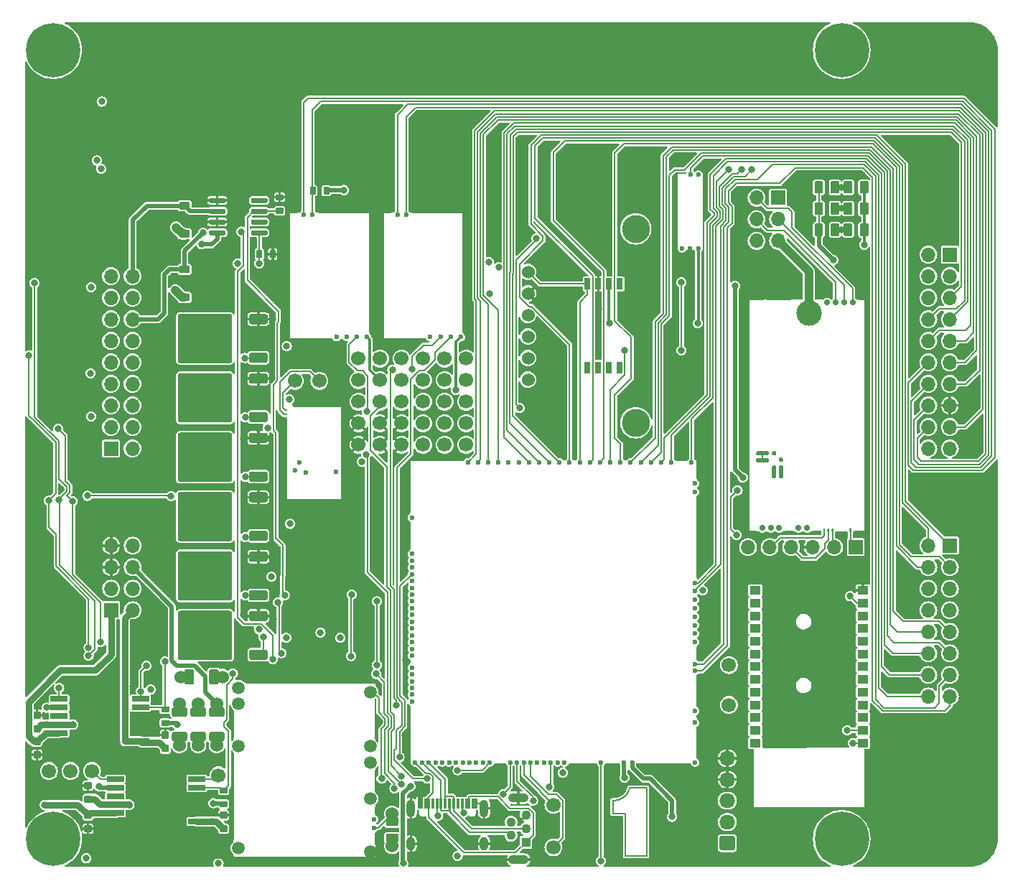
<source format=gtl>
G04 #@! TF.GenerationSoftware,KiCad,Pcbnew,8.0.6-8.0.6-0~ubuntu22.04.1*
G04 #@! TF.CreationDate,2024-10-18T13:26:58+00:00*
G04 #@! TF.ProjectId,uefi2,75656669-322e-46b6-9963-61645f706362,C*
G04 #@! TF.SameCoordinates,PX2fb21b8PY98952e8*
G04 #@! TF.FileFunction,Copper,L1,Top*
G04 #@! TF.FilePolarity,Positive*
%FSLAX46Y46*%
G04 Gerber Fmt 4.6, Leading zero omitted, Abs format (unit mm)*
G04 Created by KiCad (PCBNEW 8.0.6-8.0.6-0~ubuntu22.04.1) date 2024-10-18 13:26:58*
%MOMM*%
%LPD*%
G01*
G04 APERTURE LIST*
G04 #@! TA.AperFunction,EtchedComponent*
%ADD10C,0.200000*%
G04 #@! TD*
G04 #@! TA.AperFunction,ComponentPad*
%ADD11C,1.700000*%
G04 #@! TD*
G04 #@! TA.AperFunction,ComponentPad*
%ADD12C,0.700000*%
G04 #@! TD*
G04 #@! TA.AperFunction,SMDPad,CuDef*
%ADD13C,3.000000*%
G04 #@! TD*
G04 #@! TA.AperFunction,SMDPad,CuDef*
%ADD14R,3.000000X0.250000*%
G04 #@! TD*
G04 #@! TA.AperFunction,SMDPad,CuDef*
%ADD15R,1.100000X0.250000*%
G04 #@! TD*
G04 #@! TA.AperFunction,SMDPad,CuDef*
%ADD16R,0.980000X0.250000*%
G04 #@! TD*
G04 #@! TA.AperFunction,SMDPad,CuDef*
%ADD17R,1.450000X0.250000*%
G04 #@! TD*
G04 #@! TA.AperFunction,SMDPad,CuDef*
%ADD18R,0.250000X27.600000*%
G04 #@! TD*
G04 #@! TA.AperFunction,SMDPad,CuDef*
%ADD19R,1.950000X0.250000*%
G04 #@! TD*
G04 #@! TA.AperFunction,SMDPad,CuDef*
%ADD20R,0.950000X0.250000*%
G04 #@! TD*
G04 #@! TA.AperFunction,ComponentPad*
%ADD21C,0.800000*%
G04 #@! TD*
G04 #@! TA.AperFunction,ComponentPad*
%ADD22C,6.400000*%
G04 #@! TD*
G04 #@! TA.AperFunction,ComponentPad*
%ADD23C,1.524000*%
G04 #@! TD*
G04 #@! TA.AperFunction,ComponentPad*
%ADD24O,1.850000X1.700000*%
G04 #@! TD*
G04 #@! TA.AperFunction,ComponentPad*
%ADD25C,0.600000*%
G04 #@! TD*
G04 #@! TA.AperFunction,SMDPad,CuDef*
%ADD26R,6.185000X0.250000*%
G04 #@! TD*
G04 #@! TA.AperFunction,SMDPad,CuDef*
%ADD27R,1.115000X0.250000*%
G04 #@! TD*
G04 #@! TA.AperFunction,SMDPad,CuDef*
%ADD28R,0.250000X14.275000*%
G04 #@! TD*
G04 #@! TA.AperFunction,SMDPad,CuDef*
%ADD29R,0.250000X15.100000*%
G04 #@! TD*
G04 #@! TA.AperFunction,SMDPad,CuDef*
%ADD30R,5.175000X0.250000*%
G04 #@! TD*
G04 #@! TA.AperFunction,ComponentPad*
%ADD31R,1.100000X1.100000*%
G04 #@! TD*
G04 #@! TA.AperFunction,ComponentPad*
%ADD32C,1.100000*%
G04 #@! TD*
G04 #@! TA.AperFunction,ComponentPad*
%ADD33O,2.400000X1.100000*%
G04 #@! TD*
G04 #@! TA.AperFunction,SMDPad,CuDef*
%ADD34O,1.225000X0.200000*%
G04 #@! TD*
G04 #@! TA.AperFunction,SMDPad,CuDef*
%ADD35O,0.200000X9.300000*%
G04 #@! TD*
G04 #@! TA.AperFunction,ComponentPad*
%ADD36C,1.500000*%
G04 #@! TD*
G04 #@! TA.AperFunction,SMDPad,CuDef*
%ADD37O,0.200000X3.300000*%
G04 #@! TD*
G04 #@! TA.AperFunction,SMDPad,CuDef*
%ADD38O,0.200000X10.200000*%
G04 #@! TD*
G04 #@! TA.AperFunction,SMDPad,CuDef*
%ADD39O,0.200000X0.300000*%
G04 #@! TD*
G04 #@! TA.AperFunction,SMDPad,CuDef*
%ADD40O,17.000000X0.200000*%
G04 #@! TD*
G04 #@! TA.AperFunction,SMDPad,CuDef*
%ADD41O,15.400000X0.200000*%
G04 #@! TD*
G04 #@! TA.AperFunction,SMDPad,CuDef*
%ADD42O,0.200000X4.800000*%
G04 #@! TD*
G04 #@! TA.AperFunction,SMDPad,CuDef*
%ADD43O,0.200000X2.600000*%
G04 #@! TD*
G04 #@! TA.AperFunction,SMDPad,CuDef*
%ADD44O,0.200000X1.000000*%
G04 #@! TD*
G04 #@! TA.AperFunction,SMDPad,CuDef*
%ADD45O,0.200000X1.500000*%
G04 #@! TD*
G04 #@! TA.AperFunction,SMDPad,CuDef*
%ADD46O,5.669999X0.200000*%
G04 #@! TD*
G04 #@! TA.AperFunction,SMDPad,CuDef*
%ADD47O,0.200000X11.100001*%
G04 #@! TD*
G04 #@! TA.AperFunction,SMDPad,CuDef*
%ADD48O,0.399999X9.800001*%
G04 #@! TD*
G04 #@! TA.AperFunction,SMDPad,CuDef*
%ADD49O,0.250000X0.499999*%
G04 #@! TD*
G04 #@! TA.AperFunction,SMDPad,CuDef*
%ADD50O,6.799999X0.200000*%
G04 #@! TD*
G04 #@! TA.AperFunction,SMDPad,CuDef*
%ADD51O,0.499999X0.250000*%
G04 #@! TD*
G04 #@! TA.AperFunction,ComponentPad*
%ADD52C,0.599999*%
G04 #@! TD*
G04 #@! TA.AperFunction,SMDPad,CuDef*
%ADD53R,1.300000X1.000000*%
G04 #@! TD*
G04 #@! TA.AperFunction,SMDPad,CuDef*
%ADD54R,2.000000X0.650000*%
G04 #@! TD*
G04 #@! TA.AperFunction,SMDPad,CuDef*
%ADD55R,4.500000X8.100000*%
G04 #@! TD*
G04 #@! TA.AperFunction,SMDPad,CuDef*
%ADD56R,0.200000X3.700000*%
G04 #@! TD*
G04 #@! TA.AperFunction,SMDPad,CuDef*
%ADD57R,0.200000X0.400000*%
G04 #@! TD*
G04 #@! TA.AperFunction,SMDPad,CuDef*
%ADD58R,0.200000X1.600000*%
G04 #@! TD*
G04 #@! TA.AperFunction,SMDPad,CuDef*
%ADD59R,0.200000X9.700000*%
G04 #@! TD*
G04 #@! TA.AperFunction,SMDPad,CuDef*
%ADD60R,0.200000X2.300000*%
G04 #@! TD*
G04 #@! TA.AperFunction,SMDPad,CuDef*
%ADD61R,1.400000X0.200000*%
G04 #@! TD*
G04 #@! TA.AperFunction,SMDPad,CuDef*
%ADD62R,6.400000X0.200000*%
G04 #@! TD*
G04 #@! TA.AperFunction,SMDPad,CuDef*
%ADD63R,1.700000X0.200000*%
G04 #@! TD*
G04 #@! TA.AperFunction,SMDPad,CuDef*
%ADD64R,3.300000X0.200000*%
G04 #@! TD*
G04 #@! TA.AperFunction,SMDPad,CuDef*
%ADD65R,0.200000X7.000000*%
G04 #@! TD*
G04 #@! TA.AperFunction,SMDPad,CuDef*
%ADD66R,0.200000X3.300000*%
G04 #@! TD*
G04 #@! TA.AperFunction,SMDPad,CuDef*
%ADD67R,0.200000X6.300000*%
G04 #@! TD*
G04 #@! TA.AperFunction,SMDPad,CuDef*
%ADD68R,0.300000X1.150000*%
G04 #@! TD*
G04 #@! TA.AperFunction,ComponentPad*
%ADD69O,1.000000X2.100000*%
G04 #@! TD*
G04 #@! TA.AperFunction,ComponentPad*
%ADD70O,1.000000X1.600000*%
G04 #@! TD*
G04 #@! TA.AperFunction,ComponentPad*
%ADD71R,1.700000X1.700000*%
G04 #@! TD*
G04 #@! TA.AperFunction,ComponentPad*
%ADD72O,1.700000X1.700000*%
G04 #@! TD*
G04 #@! TA.AperFunction,ComponentPad*
%ADD73C,3.302000*%
G04 #@! TD*
G04 #@! TA.AperFunction,SMDPad,CuDef*
%ADD74R,0.690000X1.350000*%
G04 #@! TD*
G04 #@! TA.AperFunction,ViaPad*
%ADD75C,0.800000*%
G04 #@! TD*
G04 #@! TA.AperFunction,Conductor*
%ADD76C,0.200000*%
G04 #@! TD*
G04 #@! TA.AperFunction,Conductor*
%ADD77C,0.800000*%
G04 #@! TD*
G04 #@! TA.AperFunction,Conductor*
%ADD78C,0.300000*%
G04 #@! TD*
G04 #@! TA.AperFunction,Conductor*
%ADD79C,1.000000*%
G04 #@! TD*
G04 #@! TA.AperFunction,Conductor*
%ADD80C,0.500000*%
G04 #@! TD*
G04 #@! TA.AperFunction,Conductor*
%ADD81C,0.150000*%
G04 #@! TD*
G04 APERTURE END LIST*
D10*
G04 #@! TO.C,G2*
X69487400Y6494600D02*
X69487400Y7994600D01*
X69487400Y6494600D02*
X70987400Y6494600D01*
X70987400Y6494600D02*
X70987400Y1494600D01*
X70987400Y1494600D02*
X73487400Y1494600D01*
X73487400Y9494600D02*
X71487400Y9494600D01*
X73487400Y1494600D02*
X73487400Y9494600D01*
X71487400Y9494600D02*
G75*
G02*
X69487400Y7994600I-1921601J478801D01*
G01*
G04 #@! TD*
G04 #@! TO.P,R40,1*
G04 #@! TO.N,/IN_BUTTON3*
G04 #@! TA.AperFunction,SMDPad,CuDef*
G36*
G01*
X96731778Y74686000D02*
X96731778Y75936000D01*
G75*
G02*
X96831778Y76036000I100000J0D01*
G01*
X97631778Y76036000D01*
G75*
G02*
X97731778Y75936000I0J-100000D01*
G01*
X97731778Y74686000D01*
G75*
G02*
X97631778Y74586000I-100000J0D01*
G01*
X96831778Y74586000D01*
G75*
G02*
X96731778Y74686000I0J100000D01*
G01*
G37*
G04 #@! TD.AperFunction*
G04 #@! TO.P,R40,2*
G04 #@! TO.N,+5VA*
G04 #@! TA.AperFunction,SMDPad,CuDef*
G36*
G01*
X98631800Y74686000D02*
X98631800Y75936000D01*
G75*
G02*
X98731800Y76036000I100000J0D01*
G01*
X99531800Y76036000D01*
G75*
G02*
X99631800Y75936000I0J-100000D01*
G01*
X99631800Y74686000D01*
G75*
G02*
X99531800Y74586000I-100000J0D01*
G01*
X98731800Y74586000D01*
G75*
G02*
X98631800Y74686000I0J100000D01*
G01*
G37*
G04 #@! TD.AperFunction*
G04 #@! TD*
G04 #@! TO.P,U7,1,IN1*
G04 #@! TO.N,/LS1*
G04 #@! TA.AperFunction,SMDPad,CuDef*
G36*
G01*
X28762400Y75104600D02*
X28762400Y74804600D01*
G75*
G02*
X28612400Y74654600I-150000J0D01*
G01*
X26962400Y74654600D01*
G75*
G02*
X26812400Y74804600I0J150000D01*
G01*
X26812400Y75104600D01*
G75*
G02*
X26962400Y75254600I150000J0D01*
G01*
X28612400Y75254600D01*
G75*
G02*
X28762400Y75104600I0J-150000D01*
G01*
G37*
G04 #@! TD.AperFunction*
G04 #@! TO.P,U7,2,STATUS1*
G04 #@! TO.N,unconnected-(U7-STATUS1-Pad2)*
G04 #@! TA.AperFunction,SMDPad,CuDef*
G36*
G01*
X28762400Y76374600D02*
X28762400Y76074600D01*
G75*
G02*
X28612400Y75924600I-150000J0D01*
G01*
X26962400Y75924600D01*
G75*
G02*
X26812400Y76074600I0J150000D01*
G01*
X26812400Y76374600D01*
G75*
G02*
X26962400Y76524600I150000J0D01*
G01*
X28612400Y76524600D01*
G75*
G02*
X28762400Y76374600I0J-150000D01*
G01*
G37*
G04 #@! TD.AperFunction*
G04 #@! TO.P,U7,3,IN2*
G04 #@! TO.N,/LS2*
G04 #@! TA.AperFunction,SMDPad,CuDef*
G36*
G01*
X28762400Y77644600D02*
X28762400Y77344600D01*
G75*
G02*
X28612400Y77194600I-150000J0D01*
G01*
X26962400Y77194600D01*
G75*
G02*
X26812400Y77344600I0J150000D01*
G01*
X26812400Y77644600D01*
G75*
G02*
X26962400Y77794600I150000J0D01*
G01*
X28612400Y77794600D01*
G75*
G02*
X28762400Y77644600I0J-150000D01*
G01*
G37*
G04 #@! TD.AperFunction*
G04 #@! TO.P,U7,4,STATUS2*
G04 #@! TO.N,unconnected-(U7-STATUS2-Pad4)*
G04 #@! TA.AperFunction,SMDPad,CuDef*
G36*
G01*
X28762400Y78914600D02*
X28762400Y78614600D01*
G75*
G02*
X28612400Y78464600I-150000J0D01*
G01*
X26962400Y78464600D01*
G75*
G02*
X26812400Y78614600I0J150000D01*
G01*
X26812400Y78914600D01*
G75*
G02*
X26962400Y79064600I150000J0D01*
G01*
X28612400Y79064600D01*
G75*
G02*
X28762400Y78914600I0J-150000D01*
G01*
G37*
G04 #@! TD.AperFunction*
G04 #@! TO.P,U7,5,S2*
G04 #@! TO.N,GND*
G04 #@! TA.AperFunction,SMDPad,CuDef*
G36*
G01*
X23812400Y78914600D02*
X23812400Y78614600D01*
G75*
G02*
X23662400Y78464600I-150000J0D01*
G01*
X22012400Y78464600D01*
G75*
G02*
X21862400Y78614600I0J150000D01*
G01*
X21862400Y78914600D01*
G75*
G02*
X22012400Y79064600I150000J0D01*
G01*
X23662400Y79064600D01*
G75*
G02*
X23812400Y78914600I0J-150000D01*
G01*
G37*
G04 #@! TD.AperFunction*
G04 #@! TO.P,U7,6,D2*
G04 #@! TO.N,/OUT_LS2*
G04 #@! TA.AperFunction,SMDPad,CuDef*
G36*
G01*
X23812400Y77644600D02*
X23812400Y77344600D01*
G75*
G02*
X23662400Y77194600I-150000J0D01*
G01*
X22012400Y77194600D01*
G75*
G02*
X21862400Y77344600I0J150000D01*
G01*
X21862400Y77644600D01*
G75*
G02*
X22012400Y77794600I150000J0D01*
G01*
X23662400Y77794600D01*
G75*
G02*
X23812400Y77644600I0J-150000D01*
G01*
G37*
G04 #@! TD.AperFunction*
G04 #@! TO.P,U7,7,S1*
G04 #@! TO.N,GND*
G04 #@! TA.AperFunction,SMDPad,CuDef*
G36*
G01*
X23812400Y76374600D02*
X23812400Y76074600D01*
G75*
G02*
X23662400Y75924600I-150000J0D01*
G01*
X22012400Y75924600D01*
G75*
G02*
X21862400Y76074600I0J150000D01*
G01*
X21862400Y76374600D01*
G75*
G02*
X22012400Y76524600I150000J0D01*
G01*
X23662400Y76524600D01*
G75*
G02*
X23812400Y76374600I0J-150000D01*
G01*
G37*
G04 #@! TD.AperFunction*
G04 #@! TO.P,U7,8,D1*
G04 #@! TO.N,/OUT_LS1*
G04 #@! TA.AperFunction,SMDPad,CuDef*
G36*
G01*
X23812400Y75104600D02*
X23812400Y74804600D01*
G75*
G02*
X23662400Y74654600I-150000J0D01*
G01*
X22012400Y74654600D01*
G75*
G02*
X21862400Y74804600I0J150000D01*
G01*
X21862400Y75104600D01*
G75*
G02*
X22012400Y75254600I150000J0D01*
G01*
X23662400Y75254600D01*
G75*
G02*
X23812400Y75104600I0J-150000D01*
G01*
G37*
G04 #@! TD.AperFunction*
G04 #@! TD*
G04 #@! TO.P,C24,1*
G04 #@! TO.N,GND*
G04 #@! TA.AperFunction,SMDPad,CuDef*
G36*
G01*
X7247400Y10209601D02*
X7927400Y10209601D01*
G75*
G02*
X8012400Y10124601I0J-85000D01*
G01*
X8012400Y9444601D01*
G75*
G02*
X7927400Y9359601I-85000J0D01*
G01*
X7247400Y9359601D01*
G75*
G02*
X7162400Y9444601I0J85000D01*
G01*
X7162400Y10124601D01*
G75*
G02*
X7247400Y10209601I85000J0D01*
G01*
G37*
G04 #@! TD.AperFunction*
G04 #@! TO.P,C24,2*
G04 #@! TO.N,/DC Driver 2/PWR*
G04 #@! TA.AperFunction,SMDPad,CuDef*
G36*
G01*
X7247400Y8629599D02*
X7927400Y8629599D01*
G75*
G02*
X8012400Y8544599I0J-85000D01*
G01*
X8012400Y7864599D01*
G75*
G02*
X7927400Y7779599I-85000J0D01*
G01*
X7247400Y7779599D01*
G75*
G02*
X7162400Y7864599I0J85000D01*
G01*
X7162400Y8544599D01*
G75*
G02*
X7247400Y8629599I85000J0D01*
G01*
G37*
G04 #@! TD.AperFunction*
G04 #@! TD*
G04 #@! TO.P,R39,1*
G04 #@! TO.N,/IN_BUTTON2*
G04 #@! TA.AperFunction,SMDPad,CuDef*
G36*
G01*
X96731778Y77186000D02*
X96731778Y78436000D01*
G75*
G02*
X96831778Y78536000I100000J0D01*
G01*
X97631778Y78536000D01*
G75*
G02*
X97731778Y78436000I0J-100000D01*
G01*
X97731778Y77186000D01*
G75*
G02*
X97631778Y77086000I-100000J0D01*
G01*
X96831778Y77086000D01*
G75*
G02*
X96731778Y77186000I0J100000D01*
G01*
G37*
G04 #@! TD.AperFunction*
G04 #@! TO.P,R39,2*
G04 #@! TO.N,+5VA*
G04 #@! TA.AperFunction,SMDPad,CuDef*
G36*
G01*
X98631800Y77186000D02*
X98631800Y78436000D01*
G75*
G02*
X98731800Y78536000I100000J0D01*
G01*
X99531800Y78536000D01*
G75*
G02*
X99631800Y78436000I0J-100000D01*
G01*
X99631800Y77186000D01*
G75*
G02*
X99531800Y77086000I-100000J0D01*
G01*
X98731800Y77086000D01*
G75*
G02*
X98631800Y77186000I0J100000D01*
G01*
G37*
G04 #@! TD.AperFunction*
G04 #@! TD*
G04 #@! TO.P,Q10,1,G*
G04 #@! TO.N,Net-(Q10-G)*
G04 #@! TA.AperFunction,SMDPad,CuDef*
G36*
G01*
X28787400Y39564600D02*
X28787400Y38864600D01*
G75*
G02*
X28537400Y38614600I-250000J0D01*
G01*
X26837400Y38614600D01*
G75*
G02*
X26587400Y38864600I0J250000D01*
G01*
X26587400Y39564600D01*
G75*
G02*
X26837400Y39814600I250000J0D01*
G01*
X28537400Y39814600D01*
G75*
G02*
X28787400Y39564600I0J-250000D01*
G01*
G37*
G04 #@! TD.AperFunction*
G04 #@! TO.P,Q10,2,C*
G04 #@! TO.N,/OUT_IGN4*
G04 #@! TA.AperFunction,SMDPad,CuDef*
G36*
G01*
X24587400Y41094600D02*
X24587400Y38844600D01*
G75*
G02*
X24337400Y38594600I-250000J0D01*
G01*
X21787400Y38594600D01*
G75*
G02*
X21537400Y38844600I0J250000D01*
G01*
X21537400Y41094600D01*
G75*
G02*
X21787400Y41344600I250000J0D01*
G01*
X24337400Y41344600D01*
G75*
G02*
X24587400Y41094600I0J-250000D01*
G01*
G37*
G04 #@! TD.AperFunction*
G04 #@! TA.AperFunction,SMDPad,CuDef*
G36*
G01*
X24587400Y44144600D02*
X24587400Y41894600D01*
G75*
G02*
X24337400Y41644600I-250000J0D01*
G01*
X21787400Y41644600D01*
G75*
G02*
X21537400Y41894600I0J250000D01*
G01*
X21537400Y44144600D01*
G75*
G02*
X21787400Y44394600I250000J0D01*
G01*
X24337400Y44394600D01*
G75*
G02*
X24587400Y44144600I0J-250000D01*
G01*
G37*
G04 #@! TD.AperFunction*
G04 #@! TA.AperFunction,SMDPad,CuDef*
G36*
G01*
X24587400Y44144603D02*
X24587400Y38844597D01*
G75*
G02*
X24337403Y38594600I-249997J0D01*
G01*
X18437397Y38594600D01*
G75*
G02*
X18187400Y38844597I0J249997D01*
G01*
X18187400Y44144603D01*
G75*
G02*
X18437397Y44394600I249997J0D01*
G01*
X24337403Y44394600D01*
G75*
G02*
X24587400Y44144603I0J-249997D01*
G01*
G37*
G04 #@! TD.AperFunction*
G04 #@! TA.AperFunction,SMDPad,CuDef*
G36*
G01*
X21237400Y41094600D02*
X21237400Y38844600D01*
G75*
G02*
X20987400Y38594600I-250000J0D01*
G01*
X18437400Y38594600D01*
G75*
G02*
X18187400Y38844600I0J250000D01*
G01*
X18187400Y41094600D01*
G75*
G02*
X18437400Y41344600I250000J0D01*
G01*
X20987400Y41344600D01*
G75*
G02*
X21237400Y41094600I0J-250000D01*
G01*
G37*
G04 #@! TD.AperFunction*
G04 #@! TA.AperFunction,SMDPad,CuDef*
G36*
G01*
X21237400Y44144600D02*
X21237400Y41894600D01*
G75*
G02*
X20987400Y41644600I-250000J0D01*
G01*
X18437400Y41644600D01*
G75*
G02*
X18187400Y41894600I0J250000D01*
G01*
X18187400Y44144600D01*
G75*
G02*
X18437400Y44394600I250000J0D01*
G01*
X20987400Y44394600D01*
G75*
G02*
X21237400Y44144600I0J-250000D01*
G01*
G37*
G04 #@! TD.AperFunction*
G04 #@! TO.P,Q10,3,E*
G04 #@! TO.N,GND*
G04 #@! TA.AperFunction,SMDPad,CuDef*
G36*
G01*
X28787400Y44124600D02*
X28787400Y43424600D01*
G75*
G02*
X28537400Y43174600I-250000J0D01*
G01*
X26837400Y43174600D01*
G75*
G02*
X26587400Y43424600I0J250000D01*
G01*
X26587400Y44124600D01*
G75*
G02*
X26837400Y44374600I250000J0D01*
G01*
X28537400Y44374600D01*
G75*
G02*
X28787400Y44124600I0J-250000D01*
G01*
G37*
G04 #@! TD.AperFunction*
G04 #@! TD*
D11*
G04 #@! TO.P,P8,1,Pin_1*
G04 #@! TO.N,Net-(M6-UART2_TX_(PD5))*
X83187400Y19294600D03*
G04 #@! TD*
D12*
G04 #@! TO.P,M5,E1,LSU_Un*
G04 #@! TO.N,/WBO_Un*
X97762400Y66744600D03*
G04 #@! TO.P,M5,E2,LSU_Vm*
G04 #@! TO.N,/WBO_Vm*
X94762400Y66744600D03*
G04 #@! TO.P,M5,E3,LSU_Ip*
G04 #@! TO.N,/WBO_Ip*
X95762400Y66744600D03*
G04 #@! TO.P,M5,E4,LSU_Rtrim*
G04 #@! TO.N,/WBO_Rtrim*
X96762400Y66744600D03*
D13*
G04 #@! TO.P,M5,E5,LSU_H+*
G04 #@! TO.N,/WBO_Heater*
X92612400Y65494600D03*
D14*
G04 #@! TO.P,M5,E6,LSU_H-*
G04 #@! TO.N,GND*
X89112400Y67119600D03*
D15*
G04 #@! TO.P,M5,G,GND*
X85912400Y39769600D03*
D16*
X90252400Y39769600D03*
X93552400Y39769600D03*
D17*
X98637400Y39769600D03*
D18*
X85487400Y53444600D03*
X99237400Y53444600D03*
D19*
X86337400Y67119600D03*
D20*
X98887400Y67119600D03*
G04 #@! TO.P,M5,J1,SEL1*
G04 #@! TO.N,Net-(M5-PULL_DOWN1)*
G04 #@! TA.AperFunction,SMDPad,CuDef*
G36*
G01*
X86512400Y49194600D02*
X87762400Y49194600D01*
G75*
G02*
X87887400Y49069600I0J-125000D01*
G01*
X87887400Y48819600D01*
G75*
G02*
X87762400Y48694600I-125000J0D01*
G01*
X86512400Y48694600D01*
G75*
G02*
X86387400Y48819600I0J125000D01*
G01*
X86387400Y49069600D01*
G75*
G02*
X86512400Y49194600I125000J0D01*
G01*
G37*
G04 #@! TD.AperFunction*
G04 #@! TO.P,M5,J2,SEL2*
G04 #@! TO.N,unconnected-(M5-SEL2-PadJ2)*
G04 #@! TA.AperFunction,SMDPad,CuDef*
G36*
G01*
X89187400Y47519600D02*
X89437400Y47519600D01*
G75*
G02*
X89562400Y47394600I0J-125000D01*
G01*
X89562400Y46144600D01*
G75*
G02*
X89437400Y46019600I-125000J0D01*
G01*
X89187400Y46019600D01*
G75*
G02*
X89062400Y46144600I0J125000D01*
G01*
X89062400Y47394600D01*
G75*
G02*
X89187400Y47519600I125000J0D01*
G01*
G37*
G04 #@! TD.AperFunction*
G04 #@! TO.P,M5,J_GND1,PULL_DOWN1*
G04 #@! TO.N,Net-(M5-PULL_DOWN1)*
G04 #@! TA.AperFunction,SMDPad,CuDef*
G36*
G01*
X86512400Y48394600D02*
X87762400Y48394600D01*
G75*
G02*
X87887400Y48269600I0J-125000D01*
G01*
X87887400Y48019600D01*
G75*
G02*
X87762400Y47894600I-125000J0D01*
G01*
X86512400Y47894600D01*
G75*
G02*
X86387400Y48019600I0J125000D01*
G01*
X86387400Y48269600D01*
G75*
G02*
X86512400Y48394600I125000J0D01*
G01*
G37*
G04 #@! TD.AperFunction*
G04 #@! TO.P,M5,J_GND2,PULL_DOWN2*
G04 #@! TO.N,unconnected-(M5-PULL_DOWN2-PadJ_GND2)*
G04 #@! TA.AperFunction,SMDPad,CuDef*
G36*
G01*
X89062400Y48069600D02*
X89062400Y48319600D01*
G75*
G02*
X89187400Y48444600I125000J0D01*
G01*
X89437400Y48444600D01*
G75*
G02*
X89562400Y48319600I0J-125000D01*
G01*
X89562400Y48069600D01*
G75*
G02*
X89437400Y47944600I-125000J0D01*
G01*
X89187400Y47944600D01*
G75*
G02*
X89062400Y48069600I0J125000D01*
G01*
G37*
G04 #@! TD.AperFunction*
G04 #@! TO.P,M5,J_VCC1,PULL_UP1*
G04 #@! TO.N,unconnected-(M5-PULL_UP1-PadJ_VCC1)*
G04 #@! TA.AperFunction,SMDPad,CuDef*
G36*
G01*
X88387400Y49194600D02*
X88637400Y49194600D01*
G75*
G02*
X88762400Y49069600I0J-125000D01*
G01*
X88762400Y48819600D01*
G75*
G02*
X88637400Y48694600I-125000J0D01*
G01*
X88387400Y48694600D01*
G75*
G02*
X88262400Y48819600I0J125000D01*
G01*
X88262400Y49069600D01*
G75*
G02*
X88387400Y49194600I125000J0D01*
G01*
G37*
G04 #@! TD.AperFunction*
G04 #@! TO.P,M5,J_VCC2,PULL_UP2*
G04 #@! TO.N,unconnected-(M5-PULL_UP2-PadJ_VCC2)*
G04 #@! TA.AperFunction,SMDPad,CuDef*
G36*
G01*
X88387400Y47519600D02*
X88637400Y47519600D01*
G75*
G02*
X88762400Y47394600I0J-125000D01*
G01*
X88762400Y46144600D01*
G75*
G02*
X88637400Y46019600I-125000J0D01*
G01*
X88387400Y46019600D01*
G75*
G02*
X88262400Y46144600I0J125000D01*
G01*
X88262400Y47394600D01*
G75*
G02*
X88387400Y47519600I125000J0D01*
G01*
G37*
G04 #@! TD.AperFunction*
D12*
G04 #@! TO.P,M5,W1,V5_IN*
G04 #@! TO.N,+5VA*
X88112400Y40153400D03*
G04 #@! TO.P,M5,W2,CAN_VIO*
G04 #@! TO.N,unconnected-(M5-CAN_VIO-PadW2)*
X89112400Y40153400D03*
G04 #@! TO.P,M5,W3,CANL*
G04 #@! TO.N,/CAN-*
X92408400Y40153400D03*
G04 #@! TO.P,M5,W4,CANH*
G04 #@! TO.N,/CAN+*
X91392400Y40153400D03*
G04 #@! TO.P,M5,W5,nReset*
G04 #@! TO.N,Net-(J6-Pin_5)*
G04 #@! TA.AperFunction,SMDPad,CuDef*
G36*
G01*
X94412400Y39644600D02*
X94412400Y39644600D01*
G75*
G02*
X94287400Y39769600I0J125000D01*
G01*
X94287400Y40019600D01*
G75*
G02*
X94412400Y40144600I125000J0D01*
G01*
X94412400Y40144600D01*
G75*
G02*
X94537400Y40019600I0J-125000D01*
G01*
X94537400Y39769600D01*
G75*
G02*
X94412400Y39644600I-125000J0D01*
G01*
G37*
G04 #@! TD.AperFunction*
G04 #@! TO.P,M5,W6,SWDIO*
G04 #@! TO.N,Net-(J6-Pin_4)*
G04 #@! TA.AperFunction,SMDPad,CuDef*
G36*
G01*
X94912400Y39644600D02*
X94912400Y39644600D01*
G75*
G02*
X94787400Y39769600I0J125000D01*
G01*
X94787400Y40019600D01*
G75*
G02*
X94912400Y40144600I125000J0D01*
G01*
X94912400Y40144600D01*
G75*
G02*
X95037400Y40019600I0J-125000D01*
G01*
X95037400Y39769600D01*
G75*
G02*
X94912400Y39644600I-125000J0D01*
G01*
G37*
G04 #@! TD.AperFunction*
G04 #@! TO.P,M5,W7,SWCLK*
G04 #@! TO.N,Net-(J6-Pin_2)*
G04 #@! TA.AperFunction,SMDPad,CuDef*
G36*
G01*
X95412400Y39644600D02*
X95412400Y39644600D01*
G75*
G02*
X95287400Y39769600I0J125000D01*
G01*
X95287400Y40019600D01*
G75*
G02*
X95412400Y40144600I125000J0D01*
G01*
X95412400Y40144600D01*
G75*
G02*
X95537400Y40019600I0J-125000D01*
G01*
X95537400Y39769600D01*
G75*
G02*
X95412400Y39644600I-125000J0D01*
G01*
G37*
G04 #@! TD.AperFunction*
G04 #@! TO.P,M5,W8,V33_OUT*
G04 #@! TO.N,Net-(J6-Pin_1)*
G04 #@! TA.AperFunction,SMDPad,CuDef*
G36*
G01*
X97512400Y39644600D02*
X97512400Y39644600D01*
G75*
G02*
X97387400Y39769600I0J125000D01*
G01*
X97387400Y40019600D01*
G75*
G02*
X97512400Y40144600I125000J0D01*
G01*
X97512400Y40144600D01*
G75*
G02*
X97637400Y40019600I0J-125000D01*
G01*
X97637400Y39769600D01*
G75*
G02*
X97512400Y39644600I-125000J0D01*
G01*
G37*
G04 #@! TD.AperFunction*
G04 #@! TO.P,M5,W9,VDDA*
G04 #@! TO.N,unconnected-(M5-VDDA-PadW9)*
X87112400Y40153400D03*
G04 #@! TD*
G04 #@! TO.P,Q7,1,G*
G04 #@! TO.N,Net-(Q7-G)*
G04 #@! TA.AperFunction,SMDPad,CuDef*
G36*
G01*
X28787400Y60564600D02*
X28787400Y59864600D01*
G75*
G02*
X28537400Y59614600I-250000J0D01*
G01*
X26837400Y59614600D01*
G75*
G02*
X26587400Y59864600I0J250000D01*
G01*
X26587400Y60564600D01*
G75*
G02*
X26837400Y60814600I250000J0D01*
G01*
X28537400Y60814600D01*
G75*
G02*
X28787400Y60564600I0J-250000D01*
G01*
G37*
G04 #@! TD.AperFunction*
G04 #@! TO.P,Q7,2,C*
G04 #@! TO.N,/OUT_IGN1*
G04 #@! TA.AperFunction,SMDPad,CuDef*
G36*
G01*
X24587400Y62094600D02*
X24587400Y59844600D01*
G75*
G02*
X24337400Y59594600I-250000J0D01*
G01*
X21787400Y59594600D01*
G75*
G02*
X21537400Y59844600I0J250000D01*
G01*
X21537400Y62094600D01*
G75*
G02*
X21787400Y62344600I250000J0D01*
G01*
X24337400Y62344600D01*
G75*
G02*
X24587400Y62094600I0J-250000D01*
G01*
G37*
G04 #@! TD.AperFunction*
G04 #@! TA.AperFunction,SMDPad,CuDef*
G36*
G01*
X24587400Y65144600D02*
X24587400Y62894600D01*
G75*
G02*
X24337400Y62644600I-250000J0D01*
G01*
X21787400Y62644600D01*
G75*
G02*
X21537400Y62894600I0J250000D01*
G01*
X21537400Y65144600D01*
G75*
G02*
X21787400Y65394600I250000J0D01*
G01*
X24337400Y65394600D01*
G75*
G02*
X24587400Y65144600I0J-250000D01*
G01*
G37*
G04 #@! TD.AperFunction*
G04 #@! TA.AperFunction,SMDPad,CuDef*
G36*
G01*
X24587400Y65144603D02*
X24587400Y59844597D01*
G75*
G02*
X24337403Y59594600I-249997J0D01*
G01*
X18437397Y59594600D01*
G75*
G02*
X18187400Y59844597I0J249997D01*
G01*
X18187400Y65144603D01*
G75*
G02*
X18437397Y65394600I249997J0D01*
G01*
X24337403Y65394600D01*
G75*
G02*
X24587400Y65144603I0J-249997D01*
G01*
G37*
G04 #@! TD.AperFunction*
G04 #@! TA.AperFunction,SMDPad,CuDef*
G36*
G01*
X21237400Y62094600D02*
X21237400Y59844600D01*
G75*
G02*
X20987400Y59594600I-250000J0D01*
G01*
X18437400Y59594600D01*
G75*
G02*
X18187400Y59844600I0J250000D01*
G01*
X18187400Y62094600D01*
G75*
G02*
X18437400Y62344600I250000J0D01*
G01*
X20987400Y62344600D01*
G75*
G02*
X21237400Y62094600I0J-250000D01*
G01*
G37*
G04 #@! TD.AperFunction*
G04 #@! TA.AperFunction,SMDPad,CuDef*
G36*
G01*
X21237400Y65144600D02*
X21237400Y62894600D01*
G75*
G02*
X20987400Y62644600I-250000J0D01*
G01*
X18437400Y62644600D01*
G75*
G02*
X18187400Y62894600I0J250000D01*
G01*
X18187400Y65144600D01*
G75*
G02*
X18437400Y65394600I250000J0D01*
G01*
X20987400Y65394600D01*
G75*
G02*
X21237400Y65144600I0J-250000D01*
G01*
G37*
G04 #@! TD.AperFunction*
G04 #@! TO.P,Q7,3,E*
G04 #@! TO.N,GND*
G04 #@! TA.AperFunction,SMDPad,CuDef*
G36*
G01*
X28787400Y65124600D02*
X28787400Y64424600D01*
G75*
G02*
X28537400Y64174600I-250000J0D01*
G01*
X26837400Y64174600D01*
G75*
G02*
X26587400Y64424600I0J250000D01*
G01*
X26587400Y65124600D01*
G75*
G02*
X26837400Y65374600I250000J0D01*
G01*
X28537400Y65374600D01*
G75*
G02*
X28787400Y65124600I0J-250000D01*
G01*
G37*
G04 #@! TD.AperFunction*
G04 #@! TD*
G04 #@! TO.P,Q8,1,G*
G04 #@! TO.N,Net-(Q8-G)*
G04 #@! TA.AperFunction,SMDPad,CuDef*
G36*
G01*
X28787400Y53564600D02*
X28787400Y52864600D01*
G75*
G02*
X28537400Y52614600I-250000J0D01*
G01*
X26837400Y52614600D01*
G75*
G02*
X26587400Y52864600I0J250000D01*
G01*
X26587400Y53564600D01*
G75*
G02*
X26837400Y53814600I250000J0D01*
G01*
X28537400Y53814600D01*
G75*
G02*
X28787400Y53564600I0J-250000D01*
G01*
G37*
G04 #@! TD.AperFunction*
G04 #@! TO.P,Q8,2,C*
G04 #@! TO.N,/OUT_IGN2*
G04 #@! TA.AperFunction,SMDPad,CuDef*
G36*
G01*
X24587400Y55094600D02*
X24587400Y52844600D01*
G75*
G02*
X24337400Y52594600I-250000J0D01*
G01*
X21787400Y52594600D01*
G75*
G02*
X21537400Y52844600I0J250000D01*
G01*
X21537400Y55094600D01*
G75*
G02*
X21787400Y55344600I250000J0D01*
G01*
X24337400Y55344600D01*
G75*
G02*
X24587400Y55094600I0J-250000D01*
G01*
G37*
G04 #@! TD.AperFunction*
G04 #@! TA.AperFunction,SMDPad,CuDef*
G36*
G01*
X24587400Y58144600D02*
X24587400Y55894600D01*
G75*
G02*
X24337400Y55644600I-250000J0D01*
G01*
X21787400Y55644600D01*
G75*
G02*
X21537400Y55894600I0J250000D01*
G01*
X21537400Y58144600D01*
G75*
G02*
X21787400Y58394600I250000J0D01*
G01*
X24337400Y58394600D01*
G75*
G02*
X24587400Y58144600I0J-250000D01*
G01*
G37*
G04 #@! TD.AperFunction*
G04 #@! TA.AperFunction,SMDPad,CuDef*
G36*
G01*
X24587400Y58144603D02*
X24587400Y52844597D01*
G75*
G02*
X24337403Y52594600I-249997J0D01*
G01*
X18437397Y52594600D01*
G75*
G02*
X18187400Y52844597I0J249997D01*
G01*
X18187400Y58144603D01*
G75*
G02*
X18437397Y58394600I249997J0D01*
G01*
X24337403Y58394600D01*
G75*
G02*
X24587400Y58144603I0J-249997D01*
G01*
G37*
G04 #@! TD.AperFunction*
G04 #@! TA.AperFunction,SMDPad,CuDef*
G36*
G01*
X21237400Y55094600D02*
X21237400Y52844600D01*
G75*
G02*
X20987400Y52594600I-250000J0D01*
G01*
X18437400Y52594600D01*
G75*
G02*
X18187400Y52844600I0J250000D01*
G01*
X18187400Y55094600D01*
G75*
G02*
X18437400Y55344600I250000J0D01*
G01*
X20987400Y55344600D01*
G75*
G02*
X21237400Y55094600I0J-250000D01*
G01*
G37*
G04 #@! TD.AperFunction*
G04 #@! TA.AperFunction,SMDPad,CuDef*
G36*
G01*
X21237400Y58144600D02*
X21237400Y55894600D01*
G75*
G02*
X20987400Y55644600I-250000J0D01*
G01*
X18437400Y55644600D01*
G75*
G02*
X18187400Y55894600I0J250000D01*
G01*
X18187400Y58144600D01*
G75*
G02*
X18437400Y58394600I250000J0D01*
G01*
X20987400Y58394600D01*
G75*
G02*
X21237400Y58144600I0J-250000D01*
G01*
G37*
G04 #@! TD.AperFunction*
G04 #@! TO.P,Q8,3,E*
G04 #@! TO.N,GND*
G04 #@! TA.AperFunction,SMDPad,CuDef*
G36*
G01*
X28787400Y58124600D02*
X28787400Y57424600D01*
G75*
G02*
X28537400Y57174600I-250000J0D01*
G01*
X26837400Y57174600D01*
G75*
G02*
X26587400Y57424600I0J250000D01*
G01*
X26587400Y58124600D01*
G75*
G02*
X26837400Y58374600I250000J0D01*
G01*
X28537400Y58374600D01*
G75*
G02*
X28787400Y58124600I0J-250000D01*
G01*
G37*
G04 #@! TD.AperFunction*
G04 #@! TD*
D11*
G04 #@! TO.P,P1,1,Pin_1*
G04 #@! TO.N,Net-(M7-CANL)*
X31987400Y57494600D03*
G04 #@! TD*
G04 #@! TO.P,C26,1*
G04 #@! TO.N,GND*
G04 #@! TA.AperFunction,SMDPad,CuDef*
G36*
G01*
X23247400Y6709601D02*
X23927400Y6709601D01*
G75*
G02*
X24012400Y6624601I0J-85000D01*
G01*
X24012400Y5944601D01*
G75*
G02*
X23927400Y5859601I-85000J0D01*
G01*
X23247400Y5859601D01*
G75*
G02*
X23162400Y5944601I0J85000D01*
G01*
X23162400Y6624601D01*
G75*
G02*
X23247400Y6709601I85000J0D01*
G01*
G37*
G04 #@! TD.AperFunction*
G04 #@! TO.P,C26,2*
G04 #@! TO.N,/OUT_DC2+*
G04 #@! TA.AperFunction,SMDPad,CuDef*
G36*
G01*
X23247400Y5129599D02*
X23927400Y5129599D01*
G75*
G02*
X24012400Y5044599I0J-85000D01*
G01*
X24012400Y4364599D01*
G75*
G02*
X23927400Y4279599I-85000J0D01*
G01*
X23247400Y4279599D01*
G75*
G02*
X23162400Y4364599I0J85000D01*
G01*
X23162400Y5044599D01*
G75*
G02*
X23247400Y5129599I85000J0D01*
G01*
G37*
G04 #@! TD.AperFunction*
G04 #@! TD*
G04 #@! TO.P,R1,1*
G04 #@! TO.N,+5VP*
G04 #@! TA.AperFunction,SMDPad,CuDef*
G36*
G01*
X36069897Y80309600D02*
X36069897Y79529600D01*
G75*
G02*
X35999897Y79459600I-70000J0D01*
G01*
X35439897Y79459600D01*
G75*
G02*
X35369897Y79529600I0J70000D01*
G01*
X35369897Y80309600D01*
G75*
G02*
X35439897Y80379600I70000J0D01*
G01*
X35999897Y80379600D01*
G75*
G02*
X36069897Y80309600I0J-70000D01*
G01*
G37*
G04 #@! TD.AperFunction*
G04 #@! TO.P,R1,2*
G04 #@! TO.N,/VR_MAX9924-*
G04 #@! TA.AperFunction,SMDPad,CuDef*
G36*
G01*
X34469897Y80309600D02*
X34469897Y79529600D01*
G75*
G02*
X34399897Y79459600I-70000J0D01*
G01*
X33839897Y79459600D01*
G75*
G02*
X33769897Y79529600I0J70000D01*
G01*
X33769897Y80309600D01*
G75*
G02*
X33839897Y80379600I70000J0D01*
G01*
X34399897Y80379600D01*
G75*
G02*
X34469897Y80309600I0J-70000D01*
G01*
G37*
G04 #@! TD.AperFunction*
G04 #@! TD*
G04 #@! TO.P,P2,1,Pin_1*
G04 #@! TO.N,Net-(M7-CANH)*
X34887400Y57494600D03*
G04 #@! TD*
G04 #@! TO.P,C13,1*
G04 #@! TO.N,GND*
G04 #@! TA.AperFunction,SMDPad,CuDef*
G36*
G01*
X16372400Y16169601D02*
X17052400Y16169601D01*
G75*
G02*
X17137400Y16084601I0J-85000D01*
G01*
X17137400Y15404601D01*
G75*
G02*
X17052400Y15319601I-85000J0D01*
G01*
X16372400Y15319601D01*
G75*
G02*
X16287400Y15404601I0J85000D01*
G01*
X16287400Y16084601D01*
G75*
G02*
X16372400Y16169601I85000J0D01*
G01*
G37*
G04 #@! TD.AperFunction*
G04 #@! TO.P,C13,2*
G04 #@! TO.N,/OUT_DC1+*
G04 #@! TA.AperFunction,SMDPad,CuDef*
G36*
G01*
X16372400Y14589599D02*
X17052400Y14589599D01*
G75*
G02*
X17137400Y14504599I0J-85000D01*
G01*
X17137400Y13824599D01*
G75*
G02*
X17052400Y13739599I-85000J0D01*
G01*
X16372400Y13739599D01*
G75*
G02*
X16287400Y13824599I0J85000D01*
G01*
X16287400Y14504599D01*
G75*
G02*
X16372400Y14589599I85000J0D01*
G01*
G37*
G04 #@! TD.AperFunction*
G04 #@! TD*
G04 #@! TO.P,P15,1,Pin_1*
G04 #@! TO.N,/DC1_DIR*
X5527400Y11494600D03*
G04 #@! TD*
D21*
G04 #@! TO.P,H1,1*
G04 #@! TO.N,N/C*
X1087400Y96494600D03*
X1790344Y98191656D03*
X1790344Y94797544D03*
X3487400Y98894600D03*
D22*
X3487400Y96494600D03*
D21*
X3487400Y94094600D03*
X5184456Y98191656D03*
X5184456Y94797544D03*
X5887400Y96494600D03*
G04 #@! TD*
G04 #@! TO.P,H4,1*
G04 #@! TO.N,N/C*
X94087400Y96494600D03*
X94790344Y98191656D03*
X94790344Y94797544D03*
X96487400Y98894600D03*
D22*
X96487400Y96494600D03*
D21*
X96487400Y94094600D03*
X98184456Y98191656D03*
X98184456Y94797544D03*
X98887400Y96494600D03*
G04 #@! TD*
D23*
G04 #@! TO.P,F4,1,1*
G04 #@! TO.N,+12V*
X18387400Y19444600D03*
G04 #@! TA.AperFunction,SMDPad,CuDef*
G36*
G01*
X17487400Y18099610D02*
X17487400Y18789610D01*
G75*
G02*
X17717400Y19019610I230000J0D01*
G01*
X19057400Y19019610D01*
G75*
G02*
X19287400Y18789610I0J-230000D01*
G01*
X19287400Y18099610D01*
G75*
G02*
X19057400Y17869610I-230000J0D01*
G01*
X17717400Y17869610D01*
G75*
G02*
X17487400Y18099610I0J230000D01*
G01*
G37*
G04 #@! TD.AperFunction*
G04 #@! TO.P,F4,2,2*
G04 #@! TO.N,/DC Driver 1/PWR*
G04 #@! TA.AperFunction,SMDPad,CuDef*
G36*
G01*
X17487400Y15199590D02*
X17487400Y15889590D01*
G75*
G02*
X17717400Y16119590I230000J0D01*
G01*
X19057400Y16119590D01*
G75*
G02*
X19287400Y15889590I0J-230000D01*
G01*
X19287400Y15199590D01*
G75*
G02*
X19057400Y14969590I-230000J0D01*
G01*
X17717400Y14969590D01*
G75*
G02*
X17487400Y15199590I0J230000D01*
G01*
G37*
G04 #@! TD.AperFunction*
X18387400Y14544600D03*
G04 #@! TD*
G04 #@! TO.P,R37,1*
G04 #@! TO.N,GNDA*
G04 #@! TA.AperFunction,SMDPad,CuDef*
G36*
G01*
X93281778Y74686000D02*
X93281778Y75936000D01*
G75*
G02*
X93381778Y76036000I100000J0D01*
G01*
X94181778Y76036000D01*
G75*
G02*
X94281778Y75936000I0J-100000D01*
G01*
X94281778Y74686000D01*
G75*
G02*
X94181778Y74586000I-100000J0D01*
G01*
X93381778Y74586000D01*
G75*
G02*
X93281778Y74686000I0J100000D01*
G01*
G37*
G04 #@! TD.AperFunction*
G04 #@! TO.P,R37,2*
G04 #@! TO.N,/IN_BUTTON3*
G04 #@! TA.AperFunction,SMDPad,CuDef*
G36*
G01*
X95181800Y74686000D02*
X95181800Y75936000D01*
G75*
G02*
X95281800Y76036000I100000J0D01*
G01*
X96081800Y76036000D01*
G75*
G02*
X96181800Y75936000I0J-100000D01*
G01*
X96181800Y74686000D01*
G75*
G02*
X96081800Y74586000I-100000J0D01*
G01*
X95281800Y74586000D01*
G75*
G02*
X95181800Y74686000I0J100000D01*
G01*
G37*
G04 #@! TD.AperFunction*
G04 #@! TD*
G04 #@! TO.P,C11,1*
G04 #@! TO.N,GND*
G04 #@! TA.AperFunction,SMDPad,CuDef*
G36*
G01*
X1247400Y18509601D02*
X1927400Y18509601D01*
G75*
G02*
X2012400Y18424601I0J-85000D01*
G01*
X2012400Y17744601D01*
G75*
G02*
X1927400Y17659601I-85000J0D01*
G01*
X1247400Y17659601D01*
G75*
G02*
X1162400Y17744601I0J85000D01*
G01*
X1162400Y18424601D01*
G75*
G02*
X1247400Y18509601I85000J0D01*
G01*
G37*
G04 #@! TD.AperFunction*
G04 #@! TO.P,C11,2*
G04 #@! TO.N,/DC Driver 1/PWR*
G04 #@! TA.AperFunction,SMDPad,CuDef*
G36*
G01*
X1247400Y16929599D02*
X1927400Y16929599D01*
G75*
G02*
X2012400Y16844599I0J-85000D01*
G01*
X2012400Y16164599D01*
G75*
G02*
X1927400Y16079599I-85000J0D01*
G01*
X1247400Y16079599D01*
G75*
G02*
X1162400Y16164599I0J85000D01*
G01*
X1162400Y16844599D01*
G75*
G02*
X1247400Y16929599I85000J0D01*
G01*
G37*
G04 #@! TD.AperFunction*
G04 #@! TD*
G04 #@! TO.P,J7,1,Pin_1*
G04 #@! TO.N,/VBUS*
G04 #@! TA.AperFunction,ComponentPad*
G36*
G01*
X83662400Y2144600D02*
X82312400Y2144600D01*
G75*
G02*
X82062400Y2394600I0J250000D01*
G01*
X82062400Y3594600D01*
G75*
G02*
X82312400Y3844600I250000J0D01*
G01*
X83662400Y3844600D01*
G75*
G02*
X83912400Y3594600I0J-250000D01*
G01*
X83912400Y2394600D01*
G75*
G02*
X83662400Y2144600I-250000J0D01*
G01*
G37*
G04 #@! TD.AperFunction*
D24*
G04 #@! TO.P,J7,2,Pin_2*
G04 #@! TO.N,/USB-*
X82987400Y5494600D03*
G04 #@! TO.P,J7,3,Pin_3*
G04 #@! TO.N,/USB+*
X82987400Y7994600D03*
G04 #@! TO.P,J7,4,Pin_4*
G04 #@! TO.N,GND*
X82987400Y10494600D03*
G04 #@! TO.P,J7,5,Pin_5*
X82987400Y12994600D03*
G04 #@! TD*
D11*
G04 #@! TO.P,P4,1,Pin_1*
G04 #@! TO.N,Net-(M6-LED_GREEN)*
X62487400Y7494600D03*
G04 #@! TD*
D21*
G04 #@! TO.P,H2,1*
G04 #@! TO.N,N/C*
X1087400Y3494600D03*
X1790344Y5191656D03*
X1790344Y1797544D03*
X3487400Y5894600D03*
D22*
X3487400Y3494600D03*
D21*
X3487400Y1094600D03*
X5184456Y5191656D03*
X5184456Y1797544D03*
X5887400Y3494600D03*
G04 #@! TD*
D25*
G04 #@! TO.P,M3,E1,Thresh_IN*
G04 #@! TO.N,/VR_DISCRETE_THR*
X49162400Y62669600D03*
G04 #@! TO.P,M3,E2,OUT_A*
G04 #@! TO.N,/VR_DISCRETE_A*
X47962400Y62669600D03*
G04 #@! TO.P,M3,E3,OUT*
G04 #@! TO.N,/VR_DISCRETE*
X50362400Y62669600D03*
G04 #@! TO.P,M3,E4,V5_IN*
G04 #@! TO.N,+5VA*
X51562400Y62669600D03*
D26*
G04 #@! TO.P,M3,G,GND*
G04 #@! TO.N,GND*
X48894900Y77319600D03*
D27*
X42844900Y77319600D03*
D28*
X51862400Y70307100D03*
D29*
X42412400Y69894600D03*
D30*
X44874900Y62469600D03*
D25*
G04 #@! TO.P,M3,W1,VR-*
G04 #@! TO.N,/VR_DISCRETE-*
X45102400Y77094600D03*
G04 #@! TO.P,M3,W2,VR+*
G04 #@! TO.N,/VR_DISCRETE+*
X44102400Y77094600D03*
G04 #@! TD*
G04 #@! TO.P,R10,1*
G04 #@! TO.N,GND*
G04 #@! TA.AperFunction,SMDPad,CuDef*
G36*
G01*
X29737400Y72834600D02*
X29737400Y72054600D01*
G75*
G02*
X29667400Y71984600I-70000J0D01*
G01*
X29107400Y71984600D01*
G75*
G02*
X29037400Y72054600I0J70000D01*
G01*
X29037400Y72834600D01*
G75*
G02*
X29107400Y72904600I70000J0D01*
G01*
X29667400Y72904600D01*
G75*
G02*
X29737400Y72834600I0J-70000D01*
G01*
G37*
G04 #@! TD.AperFunction*
G04 #@! TO.P,R10,2*
G04 #@! TO.N,/LS1*
G04 #@! TA.AperFunction,SMDPad,CuDef*
G36*
G01*
X28137400Y72834600D02*
X28137400Y72054600D01*
G75*
G02*
X28067400Y71984600I-70000J0D01*
G01*
X27507400Y71984600D01*
G75*
G02*
X27437400Y72054600I0J70000D01*
G01*
X27437400Y72834600D01*
G75*
G02*
X27507400Y72904600I70000J0D01*
G01*
X28067400Y72904600D01*
G75*
G02*
X28137400Y72834600I0J-70000D01*
G01*
G37*
G04 #@! TD.AperFunction*
G04 #@! TD*
D11*
G04 #@! TO.P,P17,1,Pin_1*
G04 #@! TO.N,/DC1_PWM*
X2987400Y11494600D03*
G04 #@! TD*
D31*
G04 #@! TO.P,J8,1,VBUS*
G04 #@! TO.N,/VBUS*
X59237400Y3094600D03*
D32*
G04 #@! TO.P,J8,2,D-*
G04 #@! TO.N,/USB-*
X57487400Y3894600D03*
G04 #@! TO.P,J8,3,D+*
G04 #@! TO.N,/USB+*
X59237400Y4694600D03*
G04 #@! TO.P,J8,4,ID*
G04 #@! TO.N,unconnected-(J8-ID-Pad4)*
X57487400Y5494600D03*
G04 #@! TO.P,J8,5,GND*
G04 #@! TO.N,GND*
X59237400Y6294600D03*
D33*
G04 #@! TO.P,J8,6,Shield*
X58362400Y1044600D03*
X58362400Y8344600D03*
G04 #@! TD*
D23*
G04 #@! TO.P,F3,1,1*
G04 #@! TO.N,+12V*
X20587400Y19444600D03*
G04 #@! TA.AperFunction,SMDPad,CuDef*
G36*
G01*
X19687400Y18099610D02*
X19687400Y18789610D01*
G75*
G02*
X19917400Y19019610I230000J0D01*
G01*
X21257400Y19019610D01*
G75*
G02*
X21487400Y18789610I0J-230000D01*
G01*
X21487400Y18099610D01*
G75*
G02*
X21257400Y17869610I-230000J0D01*
G01*
X19917400Y17869610D01*
G75*
G02*
X19687400Y18099610I0J230000D01*
G01*
G37*
G04 #@! TD.AperFunction*
G04 #@! TO.P,F3,2,2*
G04 #@! TO.N,/DC Driver 2/PWR*
G04 #@! TA.AperFunction,SMDPad,CuDef*
G36*
G01*
X19687400Y15199590D02*
X19687400Y15889590D01*
G75*
G02*
X19917400Y16119590I230000J0D01*
G01*
X21257400Y16119590D01*
G75*
G02*
X21487400Y15889590I0J-230000D01*
G01*
X21487400Y15199590D01*
G75*
G02*
X21257400Y14969590I-230000J0D01*
G01*
X19917400Y14969590D01*
G75*
G02*
X19687400Y15199590I0J230000D01*
G01*
G37*
G04 #@! TD.AperFunction*
X20587400Y14544600D03*
G04 #@! TD*
D25*
G04 #@! TO.P,M2,E1,V5A*
G04 #@! TO.N,+5VA*
X79562399Y73119600D03*
D34*
G04 #@! TO.P,M2,E2,GND*
G04 #@! TO.N,GND*
X77587399Y82019600D03*
D35*
X80162399Y77469600D03*
X77062399Y77469600D03*
D25*
X78612399Y73119600D03*
G04 #@! TO.P,M2,E3,OUT_KNOCK*
G04 #@! TO.N,/IN_KNOCK*
X77662401Y73119600D03*
G04 #@! TO.P,M2,W1,IN_KNOCK*
G04 #@! TO.N,/IN_KNOCK_RAW*
X78662399Y81819600D03*
G04 #@! TO.P,M2,W2,VREF*
G04 #@! TO.N,/VREF1*
X79562399Y81819600D03*
G04 #@! TD*
G04 #@! TO.P,C25,1*
G04 #@! TO.N,GND*
G04 #@! TA.AperFunction,SMDPad,CuDef*
G36*
G01*
X7927400Y4279599D02*
X7247400Y4279599D01*
G75*
G02*
X7162400Y4364599I0J85000D01*
G01*
X7162400Y5044599D01*
G75*
G02*
X7247400Y5129599I85000J0D01*
G01*
X7927400Y5129599D01*
G75*
G02*
X8012400Y5044599I0J-85000D01*
G01*
X8012400Y4364599D01*
G75*
G02*
X7927400Y4279599I-85000J0D01*
G01*
G37*
G04 #@! TD.AperFunction*
G04 #@! TO.P,C25,2*
G04 #@! TO.N,/OUT_DC2-*
G04 #@! TA.AperFunction,SMDPad,CuDef*
G36*
G01*
X7927400Y5859601D02*
X7247400Y5859601D01*
G75*
G02*
X7162400Y5944601I0J85000D01*
G01*
X7162400Y6624601D01*
G75*
G02*
X7247400Y6709601I85000J0D01*
G01*
X7927400Y6709601D01*
G75*
G02*
X8012400Y6624601I0J-85000D01*
G01*
X8012400Y5944601D01*
G75*
G02*
X7927400Y5859601I-85000J0D01*
G01*
G37*
G04 #@! TD.AperFunction*
G04 #@! TD*
D11*
G04 #@! TO.P,P18,1,Pin_1*
G04 #@! TO.N,/DC2_PWM*
X22987400Y10994600D03*
G04 #@! TD*
D36*
G04 #@! TO.P,M1,E1,VBAT*
G04 #@! TO.N,/VBAT*
X40862395Y20819599D03*
G04 #@! TO.P,M1,E2,V12*
G04 #@! TO.N,unconnected-(M1-V12-PadE2)*
X40862395Y14419602D03*
G04 #@! TO.P,M1,E3,VIGN*
G04 #@! TO.N,/VIGN*
X40862395Y12519599D03*
G04 #@! TO.P,M1,E4,V5*
G04 #@! TO.N,+5V*
X40862395Y8219599D03*
D25*
G04 #@! TO.P,M1,E5,EN_5VP*
G04 #@! TO.N,/PWR_EN*
X41312394Y5819602D03*
G04 #@! TO.P,M1,E6,PG_5VP*
G04 #@! TO.N,Net-(M1-PG_5VP)*
X41312394Y4819601D03*
D37*
G04 #@! TO.P,M1,S1,GND*
G04 #@! TO.N,GND*
X24712399Y16969599D03*
D38*
X24712399Y8469601D03*
D39*
X24712399Y1369599D03*
D40*
X33112397Y1319599D03*
D41*
X33912398Y21919599D03*
D36*
X40862395Y1969599D03*
D39*
X41512396Y21869599D03*
D42*
X41512396Y17669601D03*
D43*
X41512396Y10319599D03*
D44*
X41512396Y6819602D03*
D45*
X41512396Y3519601D03*
D36*
G04 #@! TO.P,M1,V1,V12_PERM*
G04 #@! TO.N,+12V_RAW*
X25362398Y21269601D03*
G04 #@! TO.P,M1,V2,IN_VIGN*
G04 #@! TO.N,/IN_VIGN*
X25362398Y19419602D03*
G04 #@! TO.P,M1,V3,V12_RAW*
G04 #@! TO.N,+12V_RAW*
X25362398Y14469599D03*
G04 #@! TO.P,M1,V4,5VP*
G04 #@! TO.N,+5VP*
X25362398Y2419601D03*
G04 #@! TD*
G04 #@! TO.P,Q12,1,G*
G04 #@! TO.N,Net-(Q12-G)*
G04 #@! TA.AperFunction,SMDPad,CuDef*
G36*
G01*
X28787400Y25564600D02*
X28787400Y24864600D01*
G75*
G02*
X28537400Y24614600I-250000J0D01*
G01*
X26837400Y24614600D01*
G75*
G02*
X26587400Y24864600I0J250000D01*
G01*
X26587400Y25564600D01*
G75*
G02*
X26837400Y25814600I250000J0D01*
G01*
X28537400Y25814600D01*
G75*
G02*
X28787400Y25564600I0J-250000D01*
G01*
G37*
G04 #@! TD.AperFunction*
G04 #@! TO.P,Q12,2,C*
G04 #@! TO.N,/OUT_IGN6*
G04 #@! TA.AperFunction,SMDPad,CuDef*
G36*
G01*
X24587400Y27094600D02*
X24587400Y24844600D01*
G75*
G02*
X24337400Y24594600I-250000J0D01*
G01*
X21787400Y24594600D01*
G75*
G02*
X21537400Y24844600I0J250000D01*
G01*
X21537400Y27094600D01*
G75*
G02*
X21787400Y27344600I250000J0D01*
G01*
X24337400Y27344600D01*
G75*
G02*
X24587400Y27094600I0J-250000D01*
G01*
G37*
G04 #@! TD.AperFunction*
G04 #@! TA.AperFunction,SMDPad,CuDef*
G36*
G01*
X24587400Y30144600D02*
X24587400Y27894600D01*
G75*
G02*
X24337400Y27644600I-250000J0D01*
G01*
X21787400Y27644600D01*
G75*
G02*
X21537400Y27894600I0J250000D01*
G01*
X21537400Y30144600D01*
G75*
G02*
X21787400Y30394600I250000J0D01*
G01*
X24337400Y30394600D01*
G75*
G02*
X24587400Y30144600I0J-250000D01*
G01*
G37*
G04 #@! TD.AperFunction*
G04 #@! TA.AperFunction,SMDPad,CuDef*
G36*
G01*
X24587400Y30144603D02*
X24587400Y24844597D01*
G75*
G02*
X24337403Y24594600I-249997J0D01*
G01*
X18437397Y24594600D01*
G75*
G02*
X18187400Y24844597I0J249997D01*
G01*
X18187400Y30144603D01*
G75*
G02*
X18437397Y30394600I249997J0D01*
G01*
X24337403Y30394600D01*
G75*
G02*
X24587400Y30144603I0J-249997D01*
G01*
G37*
G04 #@! TD.AperFunction*
G04 #@! TA.AperFunction,SMDPad,CuDef*
G36*
G01*
X21237400Y27094600D02*
X21237400Y24844600D01*
G75*
G02*
X20987400Y24594600I-250000J0D01*
G01*
X18437400Y24594600D01*
G75*
G02*
X18187400Y24844600I0J250000D01*
G01*
X18187400Y27094600D01*
G75*
G02*
X18437400Y27344600I250000J0D01*
G01*
X20987400Y27344600D01*
G75*
G02*
X21237400Y27094600I0J-250000D01*
G01*
G37*
G04 #@! TD.AperFunction*
G04 #@! TA.AperFunction,SMDPad,CuDef*
G36*
G01*
X21237400Y30144600D02*
X21237400Y27894600D01*
G75*
G02*
X20987400Y27644600I-250000J0D01*
G01*
X18437400Y27644600D01*
G75*
G02*
X18187400Y27894600I0J250000D01*
G01*
X18187400Y30144600D01*
G75*
G02*
X18437400Y30394600I250000J0D01*
G01*
X20987400Y30394600D01*
G75*
G02*
X21237400Y30144600I0J-250000D01*
G01*
G37*
G04 #@! TD.AperFunction*
G04 #@! TO.P,Q12,3,E*
G04 #@! TO.N,GND*
G04 #@! TA.AperFunction,SMDPad,CuDef*
G36*
G01*
X28787400Y30124600D02*
X28787400Y29424600D01*
G75*
G02*
X28537400Y29174600I-250000J0D01*
G01*
X26837400Y29174600D01*
G75*
G02*
X26587400Y29424600I0J250000D01*
G01*
X26587400Y30124600D01*
G75*
G02*
X26837400Y30374600I250000J0D01*
G01*
X28537400Y30374600D01*
G75*
G02*
X28787400Y30124600I0J-250000D01*
G01*
G37*
G04 #@! TD.AperFunction*
G04 #@! TD*
D46*
G04 #@! TO.P,M7,E1,GND*
G04 #@! TO.N,GND*
X34749900Y54469601D03*
D47*
X37487400Y48994600D03*
D48*
X30887403Y48294599D03*
D49*
X30887403Y43669605D03*
D50*
X34149901Y43494601D03*
D51*
G04 #@! TO.P,M7,S1,CANL*
G04 #@! TO.N,Net-(M7-CANL)*
X30937401Y54019599D03*
G04 #@! TO.P,M7,S2,CANH*
G04 #@! TO.N,Net-(M7-CANH)*
X30937401Y53519598D03*
D52*
G04 #@! TO.P,M7,V1,V5*
G04 #@! TO.N,+5VA*
X31987399Y46969601D03*
G04 #@! TO.P,M7,V2,CAN_VIO*
G04 #@! TO.N,+3.3VA*
X32512399Y47844603D03*
G04 #@! TO.P,M7,V5,CAN_TX*
G04 #@! TO.N,Net-(M6-SPI2_SCK_{slash}_CAN2_TX_(PB13))*
X33262397Y46669599D03*
G04 #@! TO.P,M7,V6,CAN_RX*
G04 #@! TO.N,Net-(M6-SPI2_CS_{slash}_CAN2_RX_(PB12))*
X36812398Y46744602D03*
G04 #@! TD*
G04 #@! TO.P,R9,1*
G04 #@! TO.N,/DC1_DIS*
G04 #@! TA.AperFunction,SMDPad,CuDef*
G36*
G01*
X16322400Y19104600D02*
X17102400Y19104600D01*
G75*
G02*
X17172400Y19034600I0J-70000D01*
G01*
X17172400Y18474600D01*
G75*
G02*
X17102400Y18404600I-70000J0D01*
G01*
X16322400Y18404600D01*
G75*
G02*
X16252400Y18474600I0J70000D01*
G01*
X16252400Y19034600D01*
G75*
G02*
X16322400Y19104600I70000J0D01*
G01*
G37*
G04 #@! TD.AperFunction*
G04 #@! TO.P,R9,2*
G04 #@! TO.N,+3.3V*
G04 #@! TA.AperFunction,SMDPad,CuDef*
G36*
G01*
X16322400Y17504600D02*
X17102400Y17504600D01*
G75*
G02*
X17172400Y17434600I0J-70000D01*
G01*
X17172400Y16874600D01*
G75*
G02*
X17102400Y16804600I-70000J0D01*
G01*
X16322400Y16804600D01*
G75*
G02*
X16252400Y16874600I0J70000D01*
G01*
X16252400Y17434600D01*
G75*
G02*
X16322400Y17504600I70000J0D01*
G01*
G37*
G04 #@! TD.AperFunction*
G04 #@! TD*
G04 #@! TO.P,Q9,1,G*
G04 #@! TO.N,Net-(Q9-G)*
G04 #@! TA.AperFunction,SMDPad,CuDef*
G36*
G01*
X28787400Y46564600D02*
X28787400Y45864600D01*
G75*
G02*
X28537400Y45614600I-250000J0D01*
G01*
X26837400Y45614600D01*
G75*
G02*
X26587400Y45864600I0J250000D01*
G01*
X26587400Y46564600D01*
G75*
G02*
X26837400Y46814600I250000J0D01*
G01*
X28537400Y46814600D01*
G75*
G02*
X28787400Y46564600I0J-250000D01*
G01*
G37*
G04 #@! TD.AperFunction*
G04 #@! TO.P,Q9,2,C*
G04 #@! TO.N,/OUT_IGN3*
G04 #@! TA.AperFunction,SMDPad,CuDef*
G36*
G01*
X24587400Y48094600D02*
X24587400Y45844600D01*
G75*
G02*
X24337400Y45594600I-250000J0D01*
G01*
X21787400Y45594600D01*
G75*
G02*
X21537400Y45844600I0J250000D01*
G01*
X21537400Y48094600D01*
G75*
G02*
X21787400Y48344600I250000J0D01*
G01*
X24337400Y48344600D01*
G75*
G02*
X24587400Y48094600I0J-250000D01*
G01*
G37*
G04 #@! TD.AperFunction*
G04 #@! TA.AperFunction,SMDPad,CuDef*
G36*
G01*
X24587400Y51144600D02*
X24587400Y48894600D01*
G75*
G02*
X24337400Y48644600I-250000J0D01*
G01*
X21787400Y48644600D01*
G75*
G02*
X21537400Y48894600I0J250000D01*
G01*
X21537400Y51144600D01*
G75*
G02*
X21787400Y51394600I250000J0D01*
G01*
X24337400Y51394600D01*
G75*
G02*
X24587400Y51144600I0J-250000D01*
G01*
G37*
G04 #@! TD.AperFunction*
G04 #@! TA.AperFunction,SMDPad,CuDef*
G36*
G01*
X24587400Y51144603D02*
X24587400Y45844597D01*
G75*
G02*
X24337403Y45594600I-249997J0D01*
G01*
X18437397Y45594600D01*
G75*
G02*
X18187400Y45844597I0J249997D01*
G01*
X18187400Y51144603D01*
G75*
G02*
X18437397Y51394600I249997J0D01*
G01*
X24337403Y51394600D01*
G75*
G02*
X24587400Y51144603I0J-249997D01*
G01*
G37*
G04 #@! TD.AperFunction*
G04 #@! TA.AperFunction,SMDPad,CuDef*
G36*
G01*
X21237400Y48094600D02*
X21237400Y45844600D01*
G75*
G02*
X20987400Y45594600I-250000J0D01*
G01*
X18437400Y45594600D01*
G75*
G02*
X18187400Y45844600I0J250000D01*
G01*
X18187400Y48094600D01*
G75*
G02*
X18437400Y48344600I250000J0D01*
G01*
X20987400Y48344600D01*
G75*
G02*
X21237400Y48094600I0J-250000D01*
G01*
G37*
G04 #@! TD.AperFunction*
G04 #@! TA.AperFunction,SMDPad,CuDef*
G36*
G01*
X21237400Y51144600D02*
X21237400Y48894600D01*
G75*
G02*
X20987400Y48644600I-250000J0D01*
G01*
X18437400Y48644600D01*
G75*
G02*
X18187400Y48894600I0J250000D01*
G01*
X18187400Y51144600D01*
G75*
G02*
X18437400Y51394600I250000J0D01*
G01*
X20987400Y51394600D01*
G75*
G02*
X21237400Y51144600I0J-250000D01*
G01*
G37*
G04 #@! TD.AperFunction*
G04 #@! TO.P,Q9,3,E*
G04 #@! TO.N,GND*
G04 #@! TA.AperFunction,SMDPad,CuDef*
G36*
G01*
X28787400Y51124600D02*
X28787400Y50424600D01*
G75*
G02*
X28537400Y50174600I-250000J0D01*
G01*
X26837400Y50174600D01*
G75*
G02*
X26587400Y50424600I0J250000D01*
G01*
X26587400Y51124600D01*
G75*
G02*
X26837400Y51374600I250000J0D01*
G01*
X28537400Y51374600D01*
G75*
G02*
X28787400Y51124600I0J-250000D01*
G01*
G37*
G04 #@! TD.AperFunction*
G04 #@! TD*
D53*
G04 #@! TO.P,U5,1,TXD*
G04 #@! TO.N,Net-(M6-UART2_RX_(PD6))*
X98987400Y14794600D03*
G04 #@! TO.P,U5,2,RXD*
G04 #@! TO.N,Net-(M6-UART2_TX_(PD5))*
X98987400Y16294600D03*
G04 #@! TO.P,U5,3*
G04 #@! TO.N,N/C*
X98987400Y17794600D03*
G04 #@! TO.P,U5,4*
X98987400Y19294600D03*
G04 #@! TO.P,U5,5,IO1*
G04 #@! TO.N,unconnected-(U5-IO1-Pad5)*
X98987400Y20794600D03*
G04 #@! TO.P,U5,6,IO2*
G04 #@! TO.N,unconnected-(U5-IO2-Pad6)*
X98987400Y22294600D03*
G04 #@! TO.P,U5,7*
G04 #@! TO.N,N/C*
X98987400Y23794600D03*
G04 #@! TO.P,U5,8*
X98987400Y25294600D03*
G04 #@! TO.P,U5,9*
X98987400Y26794600D03*
G04 #@! TO.P,U5,10*
X98987400Y28294600D03*
G04 #@! TO.P,U5,11*
X98987400Y29794600D03*
G04 #@! TO.P,U5,12,3V3*
G04 #@! TO.N,+3.3VA*
X98987400Y31294600D03*
G04 #@! TO.P,U5,13,GND*
G04 #@! TO.N,GND*
X98987400Y32794600D03*
G04 #@! TO.P,U5,14*
G04 #@! TO.N,N/C*
X86287400Y32794600D03*
G04 #@! TO.P,U5,15,EN*
G04 #@! TO.N,unconnected-(U5-EN-Pad15)*
X86287400Y31294600D03*
G04 #@! TO.P,U5,16,ALED*
G04 #@! TO.N,unconnected-(U5-ALED-Pad16)*
X86287400Y29794600D03*
G04 #@! TO.P,U5,17,STAT*
G04 #@! TO.N,unconnected-(U5-STAT-Pad17)*
X86287400Y28294600D03*
G04 #@! TO.P,U5,18*
G04 #@! TO.N,N/C*
X86287400Y26794600D03*
G04 #@! TO.P,U5,19*
X86287400Y25294600D03*
G04 #@! TO.P,U5,20*
X86287400Y23794600D03*
G04 #@! TO.P,U5,21*
X86287400Y22294600D03*
G04 #@! TO.P,U5,22*
X86287400Y20794600D03*
G04 #@! TO.P,U5,23*
X86287400Y19294600D03*
G04 #@! TO.P,U5,24*
X86287400Y17794600D03*
G04 #@! TO.P,U5,25*
X86287400Y16294600D03*
G04 #@! TO.P,U5,26*
X86287400Y14794600D03*
G04 #@! TD*
G04 #@! TO.P,R35,1*
G04 #@! TO.N,GNDA*
G04 #@! TA.AperFunction,SMDPad,CuDef*
G36*
G01*
X93281778Y79686000D02*
X93281778Y80936000D01*
G75*
G02*
X93381778Y81036000I100000J0D01*
G01*
X94181778Y81036000D01*
G75*
G02*
X94281778Y80936000I0J-100000D01*
G01*
X94281778Y79686000D01*
G75*
G02*
X94181778Y79586000I-100000J0D01*
G01*
X93381778Y79586000D01*
G75*
G02*
X93281778Y79686000I0J100000D01*
G01*
G37*
G04 #@! TD.AperFunction*
G04 #@! TO.P,R35,2*
G04 #@! TO.N,/IN_BUTTON1*
G04 #@! TA.AperFunction,SMDPad,CuDef*
G36*
G01*
X95181800Y79686000D02*
X95181800Y80936000D01*
G75*
G02*
X95281800Y81036000I100000J0D01*
G01*
X96081800Y81036000D01*
G75*
G02*
X96181800Y80936000I0J-100000D01*
G01*
X96181800Y79686000D01*
G75*
G02*
X96081800Y79586000I-100000J0D01*
G01*
X95281800Y79586000D01*
G75*
G02*
X95181800Y79686000I0J100000D01*
G01*
G37*
G04 #@! TD.AperFunction*
G04 #@! TD*
D23*
G04 #@! TO.P,F1,1,1*
G04 #@! TO.N,/12V_KEY*
X22787400Y19444600D03*
G04 #@! TA.AperFunction,SMDPad,CuDef*
G36*
G01*
X21887400Y18099610D02*
X21887400Y18789610D01*
G75*
G02*
X22117400Y19019610I230000J0D01*
G01*
X23457400Y19019610D01*
G75*
G02*
X23687400Y18789610I0J-230000D01*
G01*
X23687400Y18099610D01*
G75*
G02*
X23457400Y17869610I-230000J0D01*
G01*
X22117400Y17869610D01*
G75*
G02*
X21887400Y18099610I0J230000D01*
G01*
G37*
G04 #@! TD.AperFunction*
G04 #@! TO.P,F1,2,2*
G04 #@! TO.N,/IN_VIGN*
G04 #@! TA.AperFunction,SMDPad,CuDef*
G36*
G01*
X21887400Y15199590D02*
X21887400Y15889590D01*
G75*
G02*
X22117400Y16119590I230000J0D01*
G01*
X23457400Y16119590D01*
G75*
G02*
X23687400Y15889590I0J-230000D01*
G01*
X23687400Y15199590D01*
G75*
G02*
X23457400Y14969590I-230000J0D01*
G01*
X22117400Y14969590D01*
G75*
G02*
X21887400Y15199590I0J230000D01*
G01*
G37*
G04 #@! TD.AperFunction*
X22787400Y14544600D03*
G04 #@! TD*
D11*
G04 #@! TO.P,G3,1*
G04 #@! TO.N,GND*
X39487400Y49954600D03*
G04 #@! TO.P,G3,2*
X39487400Y52494600D03*
G04 #@! TO.P,G3,3*
G04 #@! TO.N,+3.3VA*
X39487400Y55034600D03*
G04 #@! TO.P,G3,4*
G04 #@! TO.N,+5VA*
X39487400Y57574600D03*
G04 #@! TO.P,G3,5*
G04 #@! TO.N,+12V_RAW*
X39487400Y60114600D03*
G04 #@! TO.P,G3,6*
G04 #@! TO.N,GND*
X42027400Y49954600D03*
G04 #@! TO.P,G3,7*
X42027400Y52494600D03*
G04 #@! TO.P,G3,8*
G04 #@! TO.N,+3.3VA*
X42027400Y55034600D03*
G04 #@! TO.P,G3,9*
G04 #@! TO.N,+5VA*
X42027400Y57574600D03*
G04 #@! TO.P,G3,10*
G04 #@! TO.N,+12V_RAW*
X42027400Y60114600D03*
G04 #@! TO.P,G3,11*
G04 #@! TO.N,GND*
X44567400Y49954600D03*
G04 #@! TO.P,G3,12*
X44567400Y52494600D03*
G04 #@! TO.P,G3,13*
G04 #@! TO.N,+3.3VA*
X44567400Y55034600D03*
G04 #@! TO.P,G3,14*
G04 #@! TO.N,+5VA*
X44567400Y57574600D03*
G04 #@! TO.P,G3,15*
G04 #@! TO.N,+12V_RAW*
X44567400Y60114600D03*
G04 #@! TD*
G04 #@! TO.P,P3,1,Pin_1*
G04 #@! TO.N,Net-(M6-LED_YELLOW)*
X62487400Y2494600D03*
G04 #@! TD*
D23*
G04 #@! TO.P,R4,1,1*
G04 #@! TO.N,Net-(M1-PG_5VP)*
X43462009Y6469209D03*
G04 #@! TA.AperFunction,SMDPad,CuDef*
G36*
G01*
X42837009Y6014210D02*
X44087009Y6014210D01*
G75*
G02*
X44187009Y5914210I0J-100000D01*
G01*
X44187009Y5114210D01*
G75*
G02*
X44087009Y5014210I-100000J0D01*
G01*
X42837009Y5014210D01*
G75*
G02*
X42737009Y5114210I0J100000D01*
G01*
X42737009Y5914210D01*
G75*
G02*
X42837009Y6014210I100000J0D01*
G01*
G37*
G04 #@! TD.AperFunction*
G04 #@! TO.P,R4,2,2*
G04 #@! TO.N,/PG_5VP*
G04 #@! TA.AperFunction,SMDPad,CuDef*
G36*
G01*
X42837009Y4114188D02*
X44087009Y4114188D01*
G75*
G02*
X44187009Y4014188I0J-100000D01*
G01*
X44187009Y3214188D01*
G75*
G02*
X44087009Y3114188I-100000J0D01*
G01*
X42837009Y3114188D01*
G75*
G02*
X42737009Y3214188I0J100000D01*
G01*
X42737009Y4014188D01*
G75*
G02*
X42837009Y4114188I100000J0D01*
G01*
G37*
G04 #@! TD.AperFunction*
X43462009Y2659209D03*
G04 #@! TD*
G04 #@! TO.P,R11,1*
G04 #@! TO.N,GND*
G04 #@! TA.AperFunction,SMDPad,CuDef*
G36*
G01*
X29797400Y79494600D02*
X30577400Y79494600D01*
G75*
G02*
X30647400Y79424600I0J-70000D01*
G01*
X30647400Y78864600D01*
G75*
G02*
X30577400Y78794600I-70000J0D01*
G01*
X29797400Y78794600D01*
G75*
G02*
X29727400Y78864600I0J70000D01*
G01*
X29727400Y79424600D01*
G75*
G02*
X29797400Y79494600I70000J0D01*
G01*
G37*
G04 #@! TD.AperFunction*
G04 #@! TO.P,R11,2*
G04 #@! TO.N,/LS2*
G04 #@! TA.AperFunction,SMDPad,CuDef*
G36*
G01*
X29797400Y77894600D02*
X30577400Y77894600D01*
G75*
G02*
X30647400Y77824600I0J-70000D01*
G01*
X30647400Y77264600D01*
G75*
G02*
X30577400Y77194600I-70000J0D01*
G01*
X29797400Y77194600D01*
G75*
G02*
X29727400Y77264600I0J70000D01*
G01*
X29727400Y77824600D01*
G75*
G02*
X29797400Y77894600I70000J0D01*
G01*
G37*
G04 #@! TD.AperFunction*
G04 #@! TD*
G04 #@! TO.P,D3,1,K*
G04 #@! TO.N,+12V_RAW*
G04 #@! TA.AperFunction,SMDPad,CuDef*
G36*
G01*
X19497400Y74394600D02*
X18477400Y74394600D01*
G75*
G02*
X18387400Y74484600I0J90000D01*
G01*
X18387400Y75204600D01*
G75*
G02*
X18477400Y75294600I90000J0D01*
G01*
X19497400Y75294600D01*
G75*
G02*
X19587400Y75204600I0J-90000D01*
G01*
X19587400Y74484600D01*
G75*
G02*
X19497400Y74394600I-90000J0D01*
G01*
G37*
G04 #@! TD.AperFunction*
G04 #@! TO.P,D3,2,A*
G04 #@! TO.N,/OUT_LS2*
G04 #@! TA.AperFunction,SMDPad,CuDef*
G36*
G01*
X19497400Y77694600D02*
X18477400Y77694600D01*
G75*
G02*
X18387400Y77784600I0J90000D01*
G01*
X18387400Y78504600D01*
G75*
G02*
X18477400Y78594600I90000J0D01*
G01*
X19497400Y78594600D01*
G75*
G02*
X19587400Y78504600I0J-90000D01*
G01*
X19587400Y77784600D01*
G75*
G02*
X19497400Y77694600I-90000J0D01*
G01*
G37*
G04 #@! TD.AperFunction*
G04 #@! TD*
G04 #@! TO.P,R38,1*
G04 #@! TO.N,/IN_BUTTON1*
G04 #@! TA.AperFunction,SMDPad,CuDef*
G36*
G01*
X96731778Y79686000D02*
X96731778Y80936000D01*
G75*
G02*
X96831778Y81036000I100000J0D01*
G01*
X97631778Y81036000D01*
G75*
G02*
X97731778Y80936000I0J-100000D01*
G01*
X97731778Y79686000D01*
G75*
G02*
X97631778Y79586000I-100000J0D01*
G01*
X96831778Y79586000D01*
G75*
G02*
X96731778Y79686000I0J100000D01*
G01*
G37*
G04 #@! TD.AperFunction*
G04 #@! TO.P,R38,2*
G04 #@! TO.N,+5VA*
G04 #@! TA.AperFunction,SMDPad,CuDef*
G36*
G01*
X98631800Y79686000D02*
X98631800Y80936000D01*
G75*
G02*
X98731800Y81036000I100000J0D01*
G01*
X99531800Y81036000D01*
G75*
G02*
X99631800Y80936000I0J-100000D01*
G01*
X99631800Y79686000D01*
G75*
G02*
X99531800Y79586000I-100000J0D01*
G01*
X98731800Y79586000D01*
G75*
G02*
X98631800Y79686000I0J100000D01*
G01*
G37*
G04 #@! TD.AperFunction*
G04 #@! TD*
G04 #@! TO.P,R36,1*
G04 #@! TO.N,GNDA*
G04 #@! TA.AperFunction,SMDPad,CuDef*
G36*
G01*
X93281778Y77186000D02*
X93281778Y78436000D01*
G75*
G02*
X93381778Y78536000I100000J0D01*
G01*
X94181778Y78536000D01*
G75*
G02*
X94281778Y78436000I0J-100000D01*
G01*
X94281778Y77186000D01*
G75*
G02*
X94181778Y77086000I-100000J0D01*
G01*
X93381778Y77086000D01*
G75*
G02*
X93281778Y77186000I0J100000D01*
G01*
G37*
G04 #@! TD.AperFunction*
G04 #@! TO.P,R36,2*
G04 #@! TO.N,/IN_BUTTON2*
G04 #@! TA.AperFunction,SMDPad,CuDef*
G36*
G01*
X95181800Y77186000D02*
X95181800Y78436000D01*
G75*
G02*
X95281800Y78536000I100000J0D01*
G01*
X96081800Y78536000D01*
G75*
G02*
X96181800Y78436000I0J-100000D01*
G01*
X96181800Y77186000D01*
G75*
G02*
X96081800Y77086000I-100000J0D01*
G01*
X95281800Y77086000D01*
G75*
G02*
X95181800Y77186000I0J100000D01*
G01*
G37*
G04 #@! TD.AperFunction*
G04 #@! TD*
D54*
G04 #@! TO.P,U1,1,DIR*
G04 #@! TO.N,/DC1_DIR*
X4187400Y19994600D03*
G04 #@! TO.P,U1,2,VSO*
G04 #@! TO.N,+3.3V*
X4187400Y18994600D03*
G04 #@! TO.P,U1,3,SO*
G04 #@! TO.N,unconnected-(U1-SO-Pad3)*
X4187400Y17994600D03*
G04 #@! TO.P,U1,4,VS*
G04 #@! TO.N,/DC Driver 1/PWR*
X4187400Y16994600D03*
G04 #@! TO.P,U1,5,OUT1*
G04 #@! TO.N,/OUT_DC1-*
X4187400Y15994600D03*
G04 #@! TO.P,U1,6,GND*
G04 #@! TO.N,GND*
X4187400Y14994600D03*
G04 #@! TO.P,U1,7,OUT2*
G04 #@! TO.N,/OUT_DC1+*
X13787400Y14994600D03*
G04 #@! TO.P,U1,8,SI*
G04 #@! TO.N,GND*
X13787400Y15994600D03*
G04 #@! TO.P,U1,9,CSN*
X13787400Y16994600D03*
G04 #@! TO.P,U1,10,SCK*
X13787400Y17994600D03*
G04 #@! TO.P,U1,11,DIS*
G04 #@! TO.N,/DC1_DIS*
X13787400Y18994600D03*
G04 #@! TO.P,U1,12,PWM*
G04 #@! TO.N,/DC1_PWM*
X13787400Y19994600D03*
D55*
G04 #@! TO.P,U1,13,GND*
G04 #@! TO.N,GND*
X8987400Y17494600D03*
G04 #@! TD*
D54*
G04 #@! TO.P,U2,1,DIR*
G04 #@! TO.N,/DC2_DIR*
X10812400Y10534600D03*
G04 #@! TO.P,U2,2,VSO*
G04 #@! TO.N,+3.3V*
X10812400Y9534600D03*
G04 #@! TO.P,U2,3,SO*
G04 #@! TO.N,unconnected-(U2-SO-Pad3)*
X10812400Y8534600D03*
G04 #@! TO.P,U2,4,VS*
G04 #@! TO.N,/DC Driver 2/PWR*
X10812400Y7534600D03*
G04 #@! TO.P,U2,5,OUT1*
G04 #@! TO.N,/OUT_DC2-*
X10812400Y6534600D03*
G04 #@! TO.P,U2,6,GND*
G04 #@! TO.N,GND*
X10812400Y5534600D03*
G04 #@! TO.P,U2,7,OUT2*
G04 #@! TO.N,/OUT_DC2+*
X20412400Y5534600D03*
G04 #@! TO.P,U2,8,SI*
G04 #@! TO.N,GND*
X20412400Y6534600D03*
G04 #@! TO.P,U2,9,CSN*
X20412400Y7534600D03*
G04 #@! TO.P,U2,10,SCK*
X20412400Y8534600D03*
G04 #@! TO.P,U2,11,DIS*
G04 #@! TO.N,/DC2_DIS*
X20412400Y9534600D03*
G04 #@! TO.P,U2,12,PWM*
G04 #@! TO.N,/DC2_PWM*
X20412400Y10534600D03*
D55*
G04 #@! TO.P,U2,13,GND*
G04 #@! TO.N,GND*
X15612400Y8034600D03*
G04 #@! TD*
D11*
G04 #@! TO.P,P7,1,Pin_1*
G04 #@! TO.N,Net-(M6-UART2_RX_(PD6))*
X83187400Y23994600D03*
G04 #@! TD*
D25*
G04 #@! TO.P,M6,E1,V5A_SWITCHABLE*
G04 #@! TO.N,+5VA*
X45787410Y41394600D03*
G04 #@! TO.P,M6,E2,GNDA*
G04 #@! TO.N,unconnected-(M6-GNDA-PadE2)*
X45787400Y37094600D03*
G04 #@! TO.P,M6,E3,I2C_SCL_(PB10)*
G04 #@! TO.N,unconnected-(M6-I2C_SCL_(PB10)-PadE3)*
X45787400Y36294610D03*
G04 #@! TO.P,M6,E4,I2C_SDA_(PB11)*
G04 #@! TO.N,unconnected-(M6-I2C_SDA_(PB11)-PadE4)*
X45787400Y35494600D03*
G04 #@! TO.P,M6,E5,IN_VIGN_(PA5)*
G04 #@! TO.N,/VIGN*
X45787400Y34694600D03*
G04 #@! TO.P,M6,E6,SPI2_CS_/_CAN2_RX_(PB12)*
G04 #@! TO.N,Net-(M6-SPI2_CS_{slash}_CAN2_RX_(PB12))*
X45787400Y33894600D03*
G04 #@! TO.P,M6,E7,SPI2_SCK_/_CAN2_TX_(PB13)*
G04 #@! TO.N,Net-(M6-SPI2_SCK_{slash}_CAN2_TX_(PB13))*
X45787400Y33094600D03*
G04 #@! TO.P,M6,E8,SPI2_MISO_(PB14)*
G04 #@! TO.N,/DC1_DIS*
X45787400Y32294600D03*
G04 #@! TO.P,M6,E9,SPI2_MOSI_(PB15)*
G04 #@! TO.N,/DC2_DIR*
X45787400Y31494600D03*
G04 #@! TO.P,M6,E10,OUT_INJ8_(PD12)*
G04 #@! TO.N,/LS2*
X45787400Y30694600D03*
G04 #@! TO.P,M6,E11,OUT_INJ7_(PD15)*
G04 #@! TO.N,/LS1*
X45787400Y29894600D03*
G04 #@! TO.P,M6,E12,OUT_INJ6_(PA8)*
G04 #@! TO.N,/INJ6*
X45787400Y29094600D03*
G04 #@! TO.P,M6,E13,OUT_INJ5_(PD2)*
G04 #@! TO.N,/INJ5*
X45787400Y28294600D03*
G04 #@! TO.P,M6,E14,OUT_INJ4_(PD10)*
G04 #@! TO.N,/INJ4*
X45787400Y27494600D03*
G04 #@! TO.P,M6,E15,OUT_INJ3_(PD11)*
G04 #@! TO.N,/INJ3*
X45787400Y26694600D03*
G04 #@! TO.P,M6,E16,OUT_INJ2_(PA9)*
G04 #@! TO.N,/INJ2*
X45787410Y25894610D03*
G04 #@! TO.P,M6,E17,OUT_INJ1_(PD3)*
G04 #@! TO.N,/INJ1*
X45787400Y25094600D03*
G04 #@! TO.P,M6,E18,OUT_PWM1_(PD13)*
G04 #@! TO.N,/LS3*
X45787400Y23694600D03*
G04 #@! TO.P,M6,E19,OUT_PWM2_(PC6)*
G04 #@! TO.N,/LS4*
X45787400Y22894610D03*
G04 #@! TO.P,M6,E20,OUT_PWM3_(PC7)*
G04 #@! TO.N,/DC1_PWM*
X45787400Y22094610D03*
G04 #@! TO.P,M6,E21,OUT_PWM4_(PC8)*
G04 #@! TO.N,/DC1_DIR*
X45787400Y21294610D03*
G04 #@! TO.P,M6,E22,OUT_PWM5_(PC9)*
G04 #@! TO.N,/DC2_PWM*
X45787400Y20494610D03*
G04 #@! TO.P,M6,E23,OUT_PWM6_(PD14)*
G04 #@! TO.N,/VR_DISCRETE_THR*
X45787400Y19694600D03*
D56*
G04 #@! TO.P,M6,G,GND*
G04 #@! TO.N,GND*
X79387410Y14844610D03*
D57*
X79387410Y17894600D03*
D56*
X79387410Y20944610D03*
D58*
X79387410Y25394600D03*
D59*
X79387410Y39044600D03*
D60*
X79387410Y47044600D03*
D61*
X77587400Y48094610D03*
D62*
X75487410Y12294610D03*
D63*
X69437410Y12294610D03*
D64*
X65937410Y12294610D03*
D61*
X56187410Y12294610D03*
D62*
X48687410Y48094610D03*
D65*
X45587400Y15694590D03*
D57*
X45587400Y24394610D03*
D66*
X45587400Y39244610D03*
D67*
X45587400Y45044610D03*
D25*
G04 #@! TO.P,M6,N1,VBUS*
G04 #@! TO.N,/VBUS*
X46187400Y12494600D03*
G04 #@! TO.P,M6,N2,USBM_(PA11)*
G04 #@! TO.N,/USB-*
X46987400Y12494600D03*
G04 #@! TO.P,M6,N3,USBP_(PA12)*
G04 #@! TO.N,/USB+*
X47787400Y12494600D03*
G04 #@! TO.P,M6,N4,USBID_(PA10)*
G04 #@! TO.N,/DC2_DIS*
X48587410Y12494600D03*
G04 #@! TO.P,M6,N5,SWDIO_(PA13)*
G04 #@! TO.N,unconnected-(M6-SWDIO_(PA13)-PadN5)*
X49387400Y12494600D03*
G04 #@! TO.P,M6,N6,SWCLK_(PA14)*
G04 #@! TO.N,unconnected-(M6-SWCLK_(PA14)-PadN6)*
X50187400Y12494600D03*
G04 #@! TO.P,M6,N7,nReset*
G04 #@! TO.N,unconnected-(M6-nReset-PadN7)*
X50987400Y12494600D03*
G04 #@! TO.P,M6,N8,SWO_(PB3)*
G04 #@! TO.N,unconnected-(M6-SWO_(PB3)-PadN8)*
X51787410Y12494600D03*
G04 #@! TO.P,M6,N9,SPI3_CS_(PA15)*
G04 #@! TO.N,/EGT/SPI_CS*
X52587400Y12494610D03*
G04 #@! TO.P,M6,N10,SPI3_SCK_(PC10)*
G04 #@! TO.N,/EGT/SPI_SCK*
X53387400Y12494610D03*
G04 #@! TO.P,M6,N11,SPI3_MISO_(PC11)*
G04 #@! TO.N,/EGT/SPI_SO*
X54187400Y12494610D03*
G04 #@! TO.P,M6,N12,SPI3_MOSI_(PC12)*
G04 #@! TO.N,/PG_5VP*
X54987400Y12494610D03*
G04 #@! TO.P,M6,N13,UART2_TX_(PD5)*
G04 #@! TO.N,Net-(M6-UART2_TX_(PD5))*
X57387410Y12494610D03*
G04 #@! TO.P,M6,N14,UART2_RX_(PD6)*
G04 #@! TO.N,Net-(M6-UART2_RX_(PD6))*
X58187410Y12494610D03*
G04 #@! TO.P,M6,N14a,LED_GREEN*
G04 #@! TO.N,Net-(M6-LED_GREEN)*
X58987400Y12494600D03*
G04 #@! TO.P,M6,N14b,LED_YELLOW*
G04 #@! TO.N,Net-(M6-LED_YELLOW)*
X59787410Y12494600D03*
G04 #@! TO.P,M6,N15,V33_SWITCHABLE*
G04 #@! TO.N,+3.3VA*
X60587410Y12494600D03*
G04 #@! TO.P,M6,N16,BOOT0*
G04 #@! TO.N,unconnected-(M6-BOOT0-PadN16)*
X61387410Y12494600D03*
G04 #@! TO.P,M6,N17,VBAT*
G04 #@! TO.N,/VBAT*
X62187410Y12494600D03*
G04 #@! TO.P,M6,N18,UART8_RX_(PE0)*
G04 #@! TO.N,/VR_DISCRETE*
X62987410Y12494610D03*
G04 #@! TO.P,M6,N19,UART8_TX_(PE1)*
G04 #@! TO.N,/VR_MAX9924*
X63787410Y12494610D03*
G04 #@! TO.P,M6,N20,OUT_PWR_EN_(PE10)*
G04 #@! TO.N,/PWR_EN*
X68087410Y12494610D03*
G04 #@! TO.P,M6,N21,V33*
G04 #@! TO.N,+3.3V*
X70787410Y12494610D03*
G04 #@! TO.P,M6,N22,VCC*
G04 #@! TO.N,+5V*
X71787400Y12494610D03*
G04 #@! TO.P,M6,N23,V33*
G04 #@! TO.N,unconnected-(M6-V33-PadN23)*
X79187410Y12494610D03*
G04 #@! TO.P,M6,S1,IN_D4_(PE15)*
G04 #@! TO.N,/IN_BUTTON3*
X52387390Y47894610D03*
G04 #@! TO.P,M6,S2,IN_D3_(PE14)*
G04 #@! TO.N,/IN_HALL3*
X53587400Y47894610D03*
G04 #@! TO.P,M6,S3,IN_D2_(PE13)*
G04 #@! TO.N,/IN_HALL2*
X54787400Y47894610D03*
G04 #@! TO.P,M6,S4,IN_D1_(PE12)*
G04 #@! TO.N,/IN_HALL1*
X55987400Y47894610D03*
G04 #@! TO.P,M6,S5,VREF2*
G04 #@! TO.N,unconnected-(M6-VREF2-PadS5)*
X57187400Y47894610D03*
G04 #@! TO.P,M6,S6,IN_AUX4_(PC5)*
G04 #@! TO.N,/IN_VMAIN*
X58387400Y47894610D03*
G04 #@! TO.P,M6,S7,IN_AUX3_(PA7)*
G04 #@! TO.N,/IN_AUX3*
X59587400Y47894610D03*
G04 #@! TO.P,M6,S8,IN_AUX2_(PC4/PE9)*
G04 #@! TO.N,/IN_PPS2*
X60787400Y47894610D03*
G04 #@! TO.P,M6,S9,IN_AUX1_(PB0)*
G04 #@! TO.N,/IN_TPS2*
X61987400Y47894610D03*
G04 #@! TO.P,M6,S10,IN_O2S2_(PA1)*
G04 #@! TO.N,/IN_AUX2*
X63187400Y47894610D03*
G04 #@! TO.P,M6,S11,IN_O2S_/_CAN_WAKEUP_(PA0)*
G04 #@! TO.N,/IN_AUX1*
X64387400Y47894610D03*
G04 #@! TO.P,M6,S12,IN_MAP2_(PC1)*
G04 #@! TO.N,/INTERNAL_MAP*
X65587400Y47894610D03*
G04 #@! TO.P,M6,S13,IN_MAP1_(PC0)*
G04 #@! TO.N,/IN_MAP*
X66787400Y47894610D03*
G04 #@! TO.P,M6,S14,IN_CRANK_(PB1)*
G04 #@! TO.N,/IN_BUTTON1*
X67987400Y47894610D03*
G04 #@! TO.P,M6,S15,IN_KNOCK_(PA2)*
G04 #@! TO.N,/ADC3*
X69187400Y47894610D03*
G04 #@! TO.P,M6,S16,IN_CAM_(PA6)*
G04 #@! TO.N,/IN_BUTTON2*
X70387400Y47894610D03*
G04 #@! TO.P,M6,S17,IN_VSS_(PE11)*
G04 #@! TO.N,/IN_FLEX*
X71587400Y47894610D03*
G04 #@! TO.P,M6,S18,IN_TPS_(PA4)*
G04 #@! TO.N,/IN_TPS1*
X72787410Y47894610D03*
G04 #@! TO.P,M6,S19,IN_PPS_(PA3)*
G04 #@! TO.N,/IN_PPS1*
X73987410Y47894610D03*
G04 #@! TO.P,M6,S20,IN_IAT_(PC3)*
G04 #@! TO.N,/IN_IAT*
X75187410Y47894610D03*
G04 #@! TO.P,M6,S21,IN_CLT_(PC2)*
G04 #@! TO.N,/IN_CLT*
X76387410Y47894610D03*
G04 #@! TO.P,M6,S22,VREF1*
G04 #@! TO.N,/VREF1*
X78787410Y47894610D03*
G04 #@! TO.P,M6,W1,GNDA*
G04 #@! TO.N,GNDA*
X79187410Y45394600D03*
G04 #@! TO.P,M6,W2,V5A_SWITCHABLE*
G04 #@! TO.N,+5VA*
X79187410Y44394600D03*
G04 #@! TO.P,M6,W3,IGN8_(PE6)*
G04 #@! TO.N,/LS_HOT2*
X79187410Y33694610D03*
G04 #@! TO.P,M6,W4,IGN7_(PB9)*
G04 #@! TO.N,/LS_HOT1*
X79187410Y32694600D03*
G04 #@! TO.P,M6,W5,IGN6_(PB8)*
G04 #@! TO.N,/IGN6*
X79187410Y31694610D03*
G04 #@! TO.P,M6,W6,IGN5_(PE2)*
G04 #@! TO.N,/IGN5*
X79187410Y30694610D03*
G04 #@! TO.P,M6,W7,IGN4_(PE3)*
G04 #@! TO.N,/IGN4*
X79187410Y29694610D03*
G04 #@! TO.P,M6,W8,IGN3_(PE4)*
G04 #@! TO.N,/IGN3*
X79187410Y28694610D03*
G04 #@! TO.P,M6,W9,IGN2_(PE5)*
G04 #@! TO.N,/IGN2*
X79187410Y27694610D03*
G04 #@! TO.P,M6,W10,IGN1_(PC13)*
G04 #@! TO.N,/IGN1*
X79187410Y26694610D03*
G04 #@! TO.P,M6,W11,CANH*
G04 #@! TO.N,/CAN+*
X79187410Y24094610D03*
G04 #@! TO.P,M6,W12,CANL*
G04 #@! TO.N,/CAN-*
X79187410Y23294610D03*
G04 #@! TO.P,M6,W13,V33_REF*
G04 #@! TO.N,unconnected-(M6-V33_REF-PadW13)*
X79187410Y18594600D03*
G04 #@! TO.P,M6,W14,V5A_SWITCHABLE*
G04 #@! TO.N,unconnected-(M6-V5A_SWITCHABLE-PadW14)*
X79187410Y17194610D03*
G04 #@! TD*
G04 #@! TO.P,Q11,1,G*
G04 #@! TO.N,Net-(Q11-G)*
G04 #@! TA.AperFunction,SMDPad,CuDef*
G36*
G01*
X28787400Y32564600D02*
X28787400Y31864600D01*
G75*
G02*
X28537400Y31614600I-250000J0D01*
G01*
X26837400Y31614600D01*
G75*
G02*
X26587400Y31864600I0J250000D01*
G01*
X26587400Y32564600D01*
G75*
G02*
X26837400Y32814600I250000J0D01*
G01*
X28537400Y32814600D01*
G75*
G02*
X28787400Y32564600I0J-250000D01*
G01*
G37*
G04 #@! TD.AperFunction*
G04 #@! TO.P,Q11,2,C*
G04 #@! TO.N,/OUT_IGN5*
G04 #@! TA.AperFunction,SMDPad,CuDef*
G36*
G01*
X24587400Y34094600D02*
X24587400Y31844600D01*
G75*
G02*
X24337400Y31594600I-250000J0D01*
G01*
X21787400Y31594600D01*
G75*
G02*
X21537400Y31844600I0J250000D01*
G01*
X21537400Y34094600D01*
G75*
G02*
X21787400Y34344600I250000J0D01*
G01*
X24337400Y34344600D01*
G75*
G02*
X24587400Y34094600I0J-250000D01*
G01*
G37*
G04 #@! TD.AperFunction*
G04 #@! TA.AperFunction,SMDPad,CuDef*
G36*
G01*
X24587400Y37144600D02*
X24587400Y34894600D01*
G75*
G02*
X24337400Y34644600I-250000J0D01*
G01*
X21787400Y34644600D01*
G75*
G02*
X21537400Y34894600I0J250000D01*
G01*
X21537400Y37144600D01*
G75*
G02*
X21787400Y37394600I250000J0D01*
G01*
X24337400Y37394600D01*
G75*
G02*
X24587400Y37144600I0J-250000D01*
G01*
G37*
G04 #@! TD.AperFunction*
G04 #@! TA.AperFunction,SMDPad,CuDef*
G36*
G01*
X24587400Y37144603D02*
X24587400Y31844597D01*
G75*
G02*
X24337403Y31594600I-249997J0D01*
G01*
X18437397Y31594600D01*
G75*
G02*
X18187400Y31844597I0J249997D01*
G01*
X18187400Y37144603D01*
G75*
G02*
X18437397Y37394600I249997J0D01*
G01*
X24337403Y37394600D01*
G75*
G02*
X24587400Y37144603I0J-249997D01*
G01*
G37*
G04 #@! TD.AperFunction*
G04 #@! TA.AperFunction,SMDPad,CuDef*
G36*
G01*
X21237400Y34094600D02*
X21237400Y31844600D01*
G75*
G02*
X20987400Y31594600I-250000J0D01*
G01*
X18437400Y31594600D01*
G75*
G02*
X18187400Y31844600I0J250000D01*
G01*
X18187400Y34094600D01*
G75*
G02*
X18437400Y34344600I250000J0D01*
G01*
X20987400Y34344600D01*
G75*
G02*
X21237400Y34094600I0J-250000D01*
G01*
G37*
G04 #@! TD.AperFunction*
G04 #@! TA.AperFunction,SMDPad,CuDef*
G36*
G01*
X21237400Y37144600D02*
X21237400Y34894600D01*
G75*
G02*
X20987400Y34644600I-250000J0D01*
G01*
X18437400Y34644600D01*
G75*
G02*
X18187400Y34894600I0J250000D01*
G01*
X18187400Y37144600D01*
G75*
G02*
X18437400Y37394600I250000J0D01*
G01*
X20987400Y37394600D01*
G75*
G02*
X21237400Y37144600I0J-250000D01*
G01*
G37*
G04 #@! TD.AperFunction*
G04 #@! TO.P,Q11,3,E*
G04 #@! TO.N,GND*
G04 #@! TA.AperFunction,SMDPad,CuDef*
G36*
G01*
X28787400Y37124600D02*
X28787400Y36424600D01*
G75*
G02*
X28537400Y36174600I-250000J0D01*
G01*
X26837400Y36174600D01*
G75*
G02*
X26587400Y36424600I0J250000D01*
G01*
X26587400Y37124600D01*
G75*
G02*
X26837400Y37374600I250000J0D01*
G01*
X28537400Y37374600D01*
G75*
G02*
X28787400Y37124600I0J-250000D01*
G01*
G37*
G04 #@! TD.AperFunction*
G04 #@! TD*
D68*
G04 #@! TO.P,J9,A1,GND*
G04 #@! TO.N,GND*
X46637400Y7664600D03*
G04 #@! TO.P,J9,A4,VBUS*
G04 #@! TO.N,/VBUS*
X47437400Y7664600D03*
G04 #@! TO.P,J9,A5,CC1*
G04 #@! TO.N,Net-(J9-CC1)*
X48737400Y7664600D03*
G04 #@! TO.P,J9,A6,D+*
G04 #@! TO.N,/USB+*
X49737400Y7664600D03*
G04 #@! TO.P,J9,A7,D-*
G04 #@! TO.N,/USB-*
X50237400Y7664600D03*
G04 #@! TO.P,J9,A8,SBU1*
G04 #@! TO.N,unconnected-(J9-SBU1-PadA8)*
X51237400Y7664600D03*
G04 #@! TO.P,J9,A9,VBUS*
G04 #@! TO.N,/VBUS*
X52537400Y7664600D03*
G04 #@! TO.P,J9,A12,GND*
G04 #@! TO.N,GND*
X53337400Y7664600D03*
G04 #@! TO.P,J9,B1,GND*
X53037400Y7664600D03*
G04 #@! TO.P,J9,B4,VBUS*
G04 #@! TO.N,/VBUS*
X52237400Y7664600D03*
G04 #@! TO.P,J9,B5,CC2*
G04 #@! TO.N,Net-(J9-CC2)*
X51737400Y7664600D03*
G04 #@! TO.P,J9,B6,D+*
G04 #@! TO.N,/USB+*
X50737400Y7664600D03*
G04 #@! TO.P,J9,B7,D-*
G04 #@! TO.N,/USB-*
X49237400Y7664600D03*
G04 #@! TO.P,J9,B8,SBU2*
G04 #@! TO.N,unconnected-(J9-SBU2-PadB8)*
X48237400Y7664600D03*
G04 #@! TO.P,J9,B9,VBUS*
G04 #@! TO.N,/VBUS*
X47737400Y7664600D03*
G04 #@! TO.P,J9,B12,GND*
G04 #@! TO.N,GND*
X46937400Y7664600D03*
D69*
G04 #@! TO.P,J9,S1,SHIELD*
X45667400Y7099600D03*
D70*
X45667400Y2919600D03*
D69*
X54307400Y7099600D03*
D70*
X54307400Y2919600D03*
G04 #@! TD*
D21*
G04 #@! TO.P,H3,1*
G04 #@! TO.N,N/C*
X94087400Y3494600D03*
X94790344Y5191656D03*
X94790344Y1797544D03*
X96487400Y5894600D03*
D22*
X96487400Y3494600D03*
D21*
X96487400Y1094600D03*
X98184456Y5191656D03*
X98184456Y1797544D03*
X98887400Y3494600D03*
G04 #@! TD*
D25*
G04 #@! TO.P,M4,E1,NC*
G04 #@! TO.N,unconnected-(M4-NC-PadE1)*
X38112400Y62669600D03*
G04 #@! TO.P,M4,E2,NC*
G04 #@! TO.N,unconnected-(M4-NC-PadE2)*
X36912400Y62669600D03*
G04 #@! TO.P,M4,E3,OUT*
G04 #@! TO.N,/VR_MAX9924*
X39312400Y62669600D03*
G04 #@! TO.P,M4,E4,V5_IN*
G04 #@! TO.N,+5VA*
X40512400Y62669600D03*
D26*
G04 #@! TO.P,M4,G,GND*
G04 #@! TO.N,GND*
X37844900Y77319600D03*
D27*
X31794900Y77319600D03*
D28*
X40812400Y70307100D03*
D29*
X31362400Y69894600D03*
D30*
X33824900Y62469600D03*
D25*
G04 #@! TO.P,M4,W1,VR-*
G04 #@! TO.N,/VR_MAX9924-*
X34052400Y77094600D03*
G04 #@! TO.P,M4,W2,VR+*
G04 #@! TO.N,/VR_MAX9924+*
X33052400Y77094600D03*
G04 #@! TD*
D23*
G04 #@! TO.P,F2,1,1*
G04 #@! TO.N,+12V*
X18537400Y22594600D03*
G04 #@! TA.AperFunction,SMDPad,CuDef*
G36*
G01*
X19882390Y21694600D02*
X19192390Y21694600D01*
G75*
G02*
X18962390Y21924600I0J230000D01*
G01*
X18962390Y23264600D01*
G75*
G02*
X19192390Y23494600I230000J0D01*
G01*
X19882390Y23494600D01*
G75*
G02*
X20112390Y23264600I0J-230000D01*
G01*
X20112390Y21924600D01*
G75*
G02*
X19882390Y21694600I-230000J0D01*
G01*
G37*
G04 #@! TD.AperFunction*
G04 #@! TO.P,F2,2,2*
G04 #@! TO.N,+12V_RAW*
G04 #@! TA.AperFunction,SMDPad,CuDef*
G36*
G01*
X22782410Y21694600D02*
X22092410Y21694600D01*
G75*
G02*
X21862410Y21924600I0J230000D01*
G01*
X21862410Y23264600D01*
G75*
G02*
X22092410Y23494600I230000J0D01*
G01*
X22782410Y23494600D01*
G75*
G02*
X23012410Y23264600I0J-230000D01*
G01*
X23012410Y21924600D01*
G75*
G02*
X22782410Y21694600I-230000J0D01*
G01*
G37*
G04 #@! TD.AperFunction*
X23437400Y22594600D03*
G04 #@! TD*
G04 #@! TO.P,D5,1,K*
G04 #@! TO.N,+12V_RAW*
G04 #@! TA.AperFunction,SMDPad,CuDef*
G36*
G01*
X19497400Y66894600D02*
X18477400Y66894600D01*
G75*
G02*
X18387400Y66984600I0J90000D01*
G01*
X18387400Y67704600D01*
G75*
G02*
X18477400Y67794600I90000J0D01*
G01*
X19497400Y67794600D01*
G75*
G02*
X19587400Y67704600I0J-90000D01*
G01*
X19587400Y66984600D01*
G75*
G02*
X19497400Y66894600I-90000J0D01*
G01*
G37*
G04 #@! TD.AperFunction*
G04 #@! TO.P,D5,2,A*
G04 #@! TO.N,/OUT_LS4*
G04 #@! TA.AperFunction,SMDPad,CuDef*
G36*
G01*
X19497400Y70194600D02*
X18477400Y70194600D01*
G75*
G02*
X18387400Y70284600I0J90000D01*
G01*
X18387400Y71004600D01*
G75*
G02*
X18477400Y71094600I90000J0D01*
G01*
X19497400Y71094600D01*
G75*
G02*
X19587400Y71004600I0J-90000D01*
G01*
X19587400Y70284600D01*
G75*
G02*
X19497400Y70194600I-90000J0D01*
G01*
G37*
G04 #@! TD.AperFunction*
G04 #@! TD*
D71*
G04 #@! TO.P,J6,1,Pin_1*
G04 #@! TO.N,Net-(J6-Pin_1)*
X98137400Y37894600D03*
D72*
G04 #@! TO.P,J6,2,Pin_2*
G04 #@! TO.N,Net-(J6-Pin_2)*
X95597400Y37894600D03*
G04 #@! TO.P,J6,3,Pin_3*
G04 #@! TO.N,GND*
X93057400Y37894600D03*
G04 #@! TO.P,J6,4,Pin_4*
G04 #@! TO.N,Net-(J6-Pin_4)*
X90517400Y37894600D03*
G04 #@! TO.P,J6,5,Pin_5*
G04 #@! TO.N,Net-(J6-Pin_5)*
X87977400Y37894600D03*
G04 #@! TO.P,J6,6,Pin_6*
G04 #@! TO.N,unconnected-(J6-Pin_6-Pad6)*
X85437400Y37894600D03*
G04 #@! TD*
G04 #@! TO.P,R14,1*
G04 #@! TO.N,/DC2_DIS*
G04 #@! TA.AperFunction,SMDPad,CuDef*
G36*
G01*
X23197400Y9544600D02*
X23977400Y9544600D01*
G75*
G02*
X24047400Y9474600I0J-70000D01*
G01*
X24047400Y8914600D01*
G75*
G02*
X23977400Y8844600I-70000J0D01*
G01*
X23197400Y8844600D01*
G75*
G02*
X23127400Y8914600I0J70000D01*
G01*
X23127400Y9474600D01*
G75*
G02*
X23197400Y9544600I70000J0D01*
G01*
G37*
G04 #@! TD.AperFunction*
G04 #@! TO.P,R14,2*
G04 #@! TO.N,+3.3V*
G04 #@! TA.AperFunction,SMDPad,CuDef*
G36*
G01*
X23197400Y7944600D02*
X23977400Y7944600D01*
G75*
G02*
X24047400Y7874600I0J-70000D01*
G01*
X24047400Y7314600D01*
G75*
G02*
X23977400Y7244600I-70000J0D01*
G01*
X23197400Y7244600D01*
G75*
G02*
X23127400Y7314600I0J70000D01*
G01*
X23127400Y7874600D01*
G75*
G02*
X23197400Y7944600I70000J0D01*
G01*
G37*
G04 #@! TD.AperFunction*
G04 #@! TD*
D73*
G04 #@! TO.P,U3,*
G04 #@! TO.N,*
X72190650Y75424600D03*
X72190650Y52564600D03*
D74*
G04 #@! TO.P,U3,0*
G04 #@! TO.N,N/C*
X70310650Y68937100D03*
X70310650Y59094600D03*
X69040650Y59094600D03*
X67770650Y59094600D03*
X66500650Y59094600D03*
D23*
G04 #@! TO.P,U3,1,VOUT*
G04 #@! TO.N,/INTERNAL_MAP*
X59490650Y70344600D03*
D74*
X66500650Y68937100D03*
G04 #@! TO.P,U3,2,GND*
G04 #@! TO.N,GND*
X67770650Y68937100D03*
D23*
X59490650Y67804600D03*
D74*
G04 #@! TO.P,U3,3,VCC*
G04 #@! TO.N,+5VA*
X69040650Y68937100D03*
D23*
X59490650Y65264600D03*
G04 #@! TO.P,U3,4,V1*
G04 #@! TO.N,unconnected-(U3-V1-Pad4)*
X59490650Y62724600D03*
G04 #@! TO.P,U3,5,V2*
G04 #@! TO.N,unconnected-(U3-V2-Pad5)*
X59490650Y60184600D03*
G04 #@! TO.P,U3,6,V_EX*
G04 #@! TO.N,unconnected-(U3-V_EX-Pad6)*
X59490650Y57644600D03*
G04 #@! TD*
D11*
G04 #@! TO.P,P16,1,Pin_1*
G04 #@! TO.N,/DC2_DIR*
X8067400Y11494600D03*
G04 #@! TD*
G04 #@! TO.P,C12,1*
G04 #@! TO.N,GND*
G04 #@! TA.AperFunction,SMDPad,CuDef*
G36*
G01*
X1927400Y12979599D02*
X1247400Y12979599D01*
G75*
G02*
X1162400Y13064599I0J85000D01*
G01*
X1162400Y13744599D01*
G75*
G02*
X1247400Y13829599I85000J0D01*
G01*
X1927400Y13829599D01*
G75*
G02*
X2012400Y13744599I0J-85000D01*
G01*
X2012400Y13064599D01*
G75*
G02*
X1927400Y12979599I-85000J0D01*
G01*
G37*
G04 #@! TD.AperFunction*
G04 #@! TO.P,C12,2*
G04 #@! TO.N,/OUT_DC1-*
G04 #@! TA.AperFunction,SMDPad,CuDef*
G36*
G01*
X1927400Y14559601D02*
X1247400Y14559601D01*
G75*
G02*
X1162400Y14644601I0J85000D01*
G01*
X1162400Y15324601D01*
G75*
G02*
X1247400Y15409601I85000J0D01*
G01*
X1927400Y15409601D01*
G75*
G02*
X2012400Y15324601I0J-85000D01*
G01*
X2012400Y14644601D01*
G75*
G02*
X1927400Y14559601I-85000J0D01*
G01*
G37*
G04 #@! TD.AperFunction*
G04 #@! TD*
G04 #@! TO.P,G4,1*
G04 #@! TO.N,Net-(G4-Pad1)*
X47107400Y49954600D03*
G04 #@! TO.P,G4,2*
G04 #@! TO.N,Net-(G4-Pad12)*
X47107400Y52494600D03*
G04 #@! TO.P,G4,3*
G04 #@! TO.N,Net-(G4-Pad13)*
X47107400Y55034600D03*
G04 #@! TO.P,G4,4*
G04 #@! TO.N,Net-(G4-Pad14)*
X47107400Y57574600D03*
G04 #@! TO.P,G4,5*
G04 #@! TO.N,Net-(G4-Pad10)*
X47107400Y60114600D03*
G04 #@! TO.P,G4,6*
G04 #@! TO.N,Net-(G4-Pad1)*
X49647400Y49954600D03*
G04 #@! TO.P,G4,7*
G04 #@! TO.N,Net-(G4-Pad12)*
X49647400Y52494600D03*
G04 #@! TO.P,G4,8*
G04 #@! TO.N,Net-(G4-Pad13)*
X49647400Y55034600D03*
G04 #@! TO.P,G4,9*
G04 #@! TO.N,Net-(G4-Pad14)*
X49647400Y57574600D03*
G04 #@! TO.P,G4,10*
G04 #@! TO.N,Net-(G4-Pad10)*
X49647400Y60114600D03*
G04 #@! TO.P,G4,11*
G04 #@! TO.N,Net-(G4-Pad1)*
X52187400Y49954600D03*
G04 #@! TO.P,G4,12*
G04 #@! TO.N,Net-(G4-Pad12)*
X52187400Y52494600D03*
G04 #@! TO.P,G4,13*
G04 #@! TO.N,Net-(G4-Pad13)*
X52187400Y55034600D03*
G04 #@! TO.P,G4,14*
G04 #@! TO.N,Net-(G4-Pad14)*
X52187400Y57574600D03*
G04 #@! TO.P,G4,15*
G04 #@! TO.N,Net-(G4-Pad10)*
X52187400Y60114600D03*
G04 #@! TD*
D71*
G04 #@! TO.P,J2,1,Pin_1*
G04 #@! TO.N,+5VP*
X109237400Y72374600D03*
D72*
G04 #@! TO.P,J2,2,Pin_2*
G04 #@! TO.N,GNDA*
X106697400Y72374600D03*
G04 #@! TO.P,J2,3,Pin_3*
G04 #@! TO.N,+5VP*
X109237400Y69834600D03*
G04 #@! TO.P,J2,4,Pin_4*
G04 #@! TO.N,GNDA*
X106697400Y69834600D03*
G04 #@! TO.P,J2,5,Pin_5*
G04 #@! TO.N,/IN_AUX2*
X109237400Y67294600D03*
G04 #@! TO.P,J2,6,Pin_6*
G04 #@! TO.N,GNDA*
X106697400Y67294600D03*
G04 #@! TO.P,J2,7,Pin_7*
G04 #@! TO.N,/IN_PPS2*
X109237400Y64754600D03*
G04 #@! TO.P,J2,8,Pin_8*
G04 #@! TO.N,/IN_TPS2*
X106697400Y64754600D03*
G04 #@! TO.P,J2,9,Pin_9*
G04 #@! TO.N,/IN_HALL1*
X109237400Y62214600D03*
G04 #@! TO.P,J2,10,Pin_10*
G04 #@! TO.N,/IN_AUX3*
X106697400Y62214600D03*
G04 #@! TO.P,J2,11,Pin_11*
G04 #@! TO.N,/IN_HALL2*
X109237400Y59674600D03*
G04 #@! TO.P,J2,12,Pin_12*
G04 #@! TO.N,/VR_MAX9924+*
X106697400Y59674600D03*
G04 #@! TO.P,J2,13,Pin_13*
G04 #@! TO.N,/IN_HALL3*
X109237400Y57134600D03*
G04 #@! TO.P,J2,14,Pin_14*
G04 #@! TO.N,/VR_MAX9924-*
X106697400Y57134600D03*
G04 #@! TO.P,J2,15,Pin_15*
G04 #@! TO.N,GND*
X109237400Y54594600D03*
G04 #@! TO.P,J2,16,Pin_16*
G04 #@! TO.N,/VR_DISCRETE+*
X106697400Y54594600D03*
G04 #@! TO.P,J2,17,Pin_17*
G04 #@! TO.N,/IN_BUTTON3*
X109237400Y52054600D03*
G04 #@! TO.P,J2,18,Pin_18*
G04 #@! TO.N,/VR_DISCRETE-*
X106697400Y52054600D03*
G04 #@! TO.P,J2,19,Pin_19*
G04 #@! TO.N,/EGT+*
X109237400Y49514600D03*
G04 #@! TO.P,J2,20,Pin_20*
G04 #@! TO.N,/EGT-*
X106697400Y49514600D03*
G04 #@! TD*
D71*
G04 #@! TO.P,J3,1,Pin_1*
G04 #@! TO.N,+12V_RAW*
X88982400Y79089600D03*
D72*
G04 #@! TO.P,J3,2,Pin_2*
G04 #@! TO.N,/WBO_Un*
X86442400Y79089600D03*
G04 #@! TO.P,J3,3,Pin_3*
G04 #@! TO.N,/WBO_Rtrim*
X88982400Y76549600D03*
G04 #@! TO.P,J3,4,Pin_4*
G04 #@! TO.N,/WBO_Ip*
X86442400Y76549600D03*
G04 #@! TO.P,J3,5,Pin_5*
G04 #@! TO.N,/WBO_Heater*
X88982400Y74009600D03*
G04 #@! TO.P,J3,6,Pin_6*
G04 #@! TO.N,/WBO_Vm*
X86442400Y74009600D03*
G04 #@! TD*
D71*
G04 #@! TO.P,J4,1,Pin_1*
G04 #@! TO.N,/OUT_DC1-*
X10317400Y30454600D03*
D72*
G04 #@! TO.P,J4,2,Pin_2*
G04 #@! TO.N,/OUT_DC1+*
X12857400Y30454600D03*
G04 #@! TO.P,J4,3,Pin_3*
G04 #@! TO.N,/OUT_DC2-*
X10317400Y32994600D03*
G04 #@! TO.P,J4,4,Pin_4*
G04 #@! TO.N,/OUT_DC2+*
X12857400Y32994600D03*
G04 #@! TO.P,J4,5,Pin_5*
G04 #@! TO.N,GND*
X10317400Y35534600D03*
G04 #@! TO.P,J4,6,Pin_6*
G04 #@! TO.N,/12V_KEY*
X12857400Y35534600D03*
G04 #@! TO.P,J4,7,Pin_7*
G04 #@! TO.N,GND*
X10317400Y38074600D03*
G04 #@! TO.P,J4,8,Pin_8*
G04 #@! TO.N,+12V*
X12857400Y38074600D03*
G04 #@! TD*
D71*
G04 #@! TO.P,J5,1,Pin_1*
G04 #@! TO.N,/OUT_INJ6*
X10307400Y49514600D03*
D72*
G04 #@! TO.P,J5,2,Pin_2*
G04 #@! TO.N,/OUT_IGN6*
X12847400Y49514600D03*
G04 #@! TO.P,J5,3,Pin_3*
G04 #@! TO.N,/OUT_INJ5*
X10307400Y52054600D03*
G04 #@! TO.P,J5,4,Pin_4*
G04 #@! TO.N,/OUT_IGN4*
X12847400Y52054600D03*
G04 #@! TO.P,J5,5,Pin_5*
G04 #@! TO.N,/OUT_INJ4*
X10307400Y54594600D03*
G04 #@! TO.P,J5,6,Pin_6*
G04 #@! TO.N,/OUT_IGN3*
X12847400Y54594600D03*
G04 #@! TO.P,J5,7,Pin_7*
G04 #@! TO.N,/OUT_INJ3*
X10307400Y57134600D03*
G04 #@! TO.P,J5,8,Pin_8*
G04 #@! TO.N,/OUT_IGN5*
X12847400Y57134600D03*
G04 #@! TO.P,J5,9,Pin_9*
G04 #@! TO.N,/OUT_INJ2*
X10307400Y59674600D03*
G04 #@! TO.P,J5,10,Pin_10*
G04 #@! TO.N,/OUT_IGN2*
X12847400Y59674600D03*
G04 #@! TO.P,J5,11,Pin_11*
G04 #@! TO.N,/OUT_INJ1*
X10307400Y62214600D03*
G04 #@! TO.P,J5,12,Pin_12*
G04 #@! TO.N,/OUT_IGN1*
X12847400Y62214600D03*
G04 #@! TO.P,J5,13,Pin_13*
G04 #@! TO.N,/OUT_LS1*
X10307400Y64754600D03*
G04 #@! TO.P,J5,14,Pin_14*
G04 #@! TO.N,/OUT_LS4*
X12847400Y64754600D03*
G04 #@! TO.P,J5,15,Pin_15*
G04 #@! TO.N,/OUT_LS_HOT2*
X10307400Y67294600D03*
G04 #@! TO.P,J5,16,Pin_16*
G04 #@! TO.N,/OUT_LS3*
X12847400Y67294600D03*
G04 #@! TO.P,J5,17,Pin_17*
G04 #@! TO.N,/OUT_LS_HOT1*
X10307400Y69834600D03*
G04 #@! TO.P,J5,18,Pin_18*
G04 #@! TO.N,/OUT_LS2*
X12847400Y69834600D03*
G04 #@! TD*
D71*
G04 #@! TO.P,J10,1,Pin_1*
G04 #@! TO.N,/IN_AUX1*
X109237400Y38074600D03*
D72*
G04 #@! TO.P,J10,2,Pin_2*
G04 #@! TO.N,/IN_MAP*
X106697400Y38074600D03*
G04 #@! TO.P,J10,3,Pin_3*
G04 #@! TO.N,/IN_BUTTON1*
X109237400Y35534600D03*
G04 #@! TO.P,J10,4,Pin_4*
G04 #@! TO.N,/IN_BUTTON2*
X106697400Y35534600D03*
G04 #@! TO.P,J10,5,Pin_5*
G04 #@! TO.N,+5VP*
X109237400Y32994600D03*
G04 #@! TO.P,J10,6,Pin_6*
G04 #@! TO.N,GNDA*
X106697400Y32994600D03*
G04 #@! TO.P,J10,7,Pin_7*
G04 #@! TO.N,+5VP*
X109237400Y30454600D03*
G04 #@! TO.P,J10,8,Pin_8*
G04 #@! TO.N,GNDA*
X106697400Y30454600D03*
G04 #@! TO.P,J10,9,Pin_9*
G04 #@! TO.N,/IN_FLEX*
X109237400Y27914600D03*
G04 #@! TO.P,J10,10,Pin_10*
G04 #@! TO.N,/IN_TPS1*
X106697400Y27914600D03*
G04 #@! TO.P,J10,11,Pin_11*
G04 #@! TO.N,/IN_PPS1*
X109237400Y25374600D03*
G04 #@! TO.P,J10,12,Pin_12*
G04 #@! TO.N,/IN_KNOCK_RAW*
X106697400Y25374600D03*
G04 #@! TO.P,J10,13,Pin_13*
G04 #@! TO.N,/CAN+*
X109237400Y22834600D03*
G04 #@! TO.P,J10,14,Pin_14*
G04 #@! TO.N,/IN_IAT*
X106697400Y22834600D03*
G04 #@! TO.P,J10,15,Pin_15*
G04 #@! TO.N,/CAN-*
X109237400Y20294600D03*
G04 #@! TO.P,J10,16,Pin_16*
G04 #@! TO.N,/IN_CLT*
X106697400Y20294600D03*
G04 #@! TD*
D75*
G04 #@! TO.N,GND*
X22887400Y81694600D03*
X64187400Y81494600D03*
X35587400Y55294600D03*
X76087400Y57394600D03*
X24537400Y76244600D03*
X39587400Y24194600D03*
X15587400Y11694600D03*
X9087400Y20994600D03*
X36387400Y78394600D03*
X23887400Y3394600D03*
X8987400Y5194602D03*
X3187400Y83744600D03*
X12287400Y11794600D03*
X10185400Y83947000D03*
X99387400Y67994600D03*
X80287400Y52094600D03*
X1773607Y33532686D03*
X7471870Y14915357D03*
X6987400Y12594600D03*
X65587400Y11694600D03*
X79987400Y25394600D03*
X2377400Y67425539D03*
X15587400Y5494600D03*
X36600039Y36212556D03*
X33087400Y61694600D03*
X92487400Y994600D03*
X109728000Y74777600D03*
X21787400Y71894600D03*
X6287400Y694600D03*
X51187400Y78294600D03*
X2481027Y49809492D03*
X52587400Y3394600D03*
X13787400Y11594600D03*
X42687400Y78394600D03*
X78987400Y60494600D03*
X105791000Y74803000D03*
X31587400Y36294600D03*
X98881779Y81811000D03*
X52987400Y994600D03*
X27587400Y58994600D03*
X6350000Y77927200D03*
X7187400Y20994600D03*
X71196200Y84582000D03*
X29287400Y57794600D03*
X63487400Y70394600D03*
X78787400Y994600D03*
X25187400Y98394600D03*
X13587400Y5494600D03*
X44887400Y44994600D03*
X114198400Y17907000D03*
X77496773Y50994601D03*
X48287400Y694600D03*
X41687400Y40194600D03*
X42187400Y9594600D03*
X49387400Y81594600D03*
X67087400Y75694600D03*
X28980330Y50687030D03*
X30337400Y71294600D03*
X5637400Y67444600D03*
X1587400Y91794600D03*
X5710157Y55667357D03*
X46487400Y5394600D03*
X43256200Y87579200D03*
X58687400Y73394600D03*
X2427400Y55094600D03*
X31387400Y42594600D03*
X99387400Y39194600D03*
X80187400Y16094600D03*
X5687400Y64194600D03*
X25887400Y29894600D03*
X16918702Y73504600D03*
X13587400Y3294600D03*
X87887400Y67894600D03*
X25987400Y57794600D03*
X100609400Y17932400D03*
X109956600Y40589200D03*
X9087400Y14894600D03*
X52476400Y87553800D03*
X45948600Y83972400D03*
X24287400Y16994600D03*
X30287400Y75094600D03*
X86087400Y1094600D03*
X77587400Y48644600D03*
X96087400Y24094600D03*
X31787400Y78694600D03*
X17587400Y5494600D03*
X114223800Y46736000D03*
X45046263Y24554976D03*
X20787400Y68694600D03*
X80087400Y8494600D03*
X34937400Y25344600D03*
X68987400Y98394600D03*
X22087400Y6594600D03*
X20987400Y76194600D03*
X104876600Y46050200D03*
X17787400Y80994600D03*
X62387400Y72694600D03*
X24787400Y79694600D03*
X12887400Y21494600D03*
X29447954Y29385422D03*
X109347000Y85598000D03*
X8287400Y2094600D03*
X47487400Y3394600D03*
X2496111Y19934600D03*
X42087400Y3694600D03*
X61874400Y85293200D03*
X10967400Y21104135D03*
X38487400Y34294600D03*
X41587400Y69094600D03*
X658577Y7965777D03*
X48287400Y51494600D03*
X74004200Y81127600D03*
X39687400Y33794600D03*
X6654800Y35153600D03*
X50887398Y51594600D03*
X26487400Y66444600D03*
X74752200Y84531200D03*
X5687400Y49844600D03*
X5712400Y46794600D03*
X38760400Y83921600D03*
X67787398Y65994600D03*
X55687400Y11794600D03*
X15587400Y3294600D03*
X55487400Y80194600D03*
X38187400Y47894598D03*
X10604091Y11677909D03*
X36937400Y31994600D03*
X41687400Y62794600D03*
X2787400Y13994600D03*
X79987400Y35094600D03*
X59537600Y86029800D03*
X38187400Y42994600D03*
X27587400Y37894600D03*
X27187400Y45065100D03*
X60787400Y53894600D03*
X84887400Y98694600D03*
X45948600Y87553800D03*
X76987400Y83870800D03*
X96687400Y38994600D03*
X21537400Y80044600D03*
X13887400Y13694600D03*
X61487400Y62494600D03*
X67770650Y70194600D03*
X5637400Y58544600D03*
X79887400Y46794600D03*
X1025795Y41893632D03*
X25937400Y50684600D03*
X52349400Y83972400D03*
X96887400Y35794600D03*
X6736830Y41064676D03*
X55587400Y6094600D03*
X84287400Y27294600D03*
X44987400Y15694600D03*
X89987400Y20794600D03*
X25987400Y45094600D03*
X25987400Y43694600D03*
X78232000Y83845400D03*
X4447400Y44725114D03*
X52387400Y81594600D03*
X79887400Y43194600D03*
X102311200Y85979000D03*
X29187400Y36694600D03*
X94087400Y33494600D03*
X1087400Y81594600D03*
X85587400Y67794600D03*
X52687400Y64794600D03*
X5787400Y21094600D03*
X55787400Y694600D03*
X2377400Y63744600D03*
X84687400Y43194600D03*
X34874200Y87604600D03*
X30187400Y66894600D03*
X90587400Y67894600D03*
X47287400Y78394600D03*
X88537400Y39244600D03*
X27687400Y30894600D03*
X13635090Y94836761D03*
X62387400Y58394600D03*
X23987400Y1494600D03*
X104190800Y41275000D03*
X89287400Y67894600D03*
X33696848Y42543237D03*
X84587400Y32594600D03*
X18987400Y11894600D03*
X94087400Y68094600D03*
X10261600Y87528400D03*
X2377400Y58544600D03*
X54687400Y98194600D03*
X69037200Y84912200D03*
X39387400Y78294600D03*
X90287400Y33594600D03*
X52387400Y74294600D03*
X10987400Y14894600D03*
X40587400Y81094600D03*
X43682557Y98083269D03*
X80087400Y22194600D03*
X84887400Y54994600D03*
X9568466Y13009048D03*
X17487400Y3294600D03*
X98321779Y76519711D03*
X58387400Y81594600D03*
X83387400Y21794600D03*
X32181800Y83947000D03*
X34899600Y83972400D03*
X25987400Y64844600D03*
X77987400Y54894600D03*
X41687400Y35494600D03*
X41587400Y74994600D03*
X27687400Y51894600D03*
X77087400Y11594600D03*
X32207200Y87553800D03*
X42123737Y6809291D03*
X22787400Y12894600D03*
X89087400Y29394600D03*
X6287400Y83394600D03*
X62987400Y65894600D03*
X43230800Y83972400D03*
X26187400Y36794600D03*
X15637400Y16144600D03*
X6387400Y9794600D03*
X61487400Y79894600D03*
X80087400Y19794600D03*
X41987400Y17294600D03*
X72787400Y69894600D03*
X44787400Y38394600D03*
X14487400Y98194600D03*
X64262000Y84912200D03*
X38608000Y87604600D03*
X80653046Y77110247D03*
X80187400Y17894600D03*
X20187400Y4294600D03*
X11187400Y3294600D03*
X98987400Y33994600D03*
X30787400Y28844600D03*
X587400Y75794600D03*
X41987400Y44294600D03*
X21298203Y977507D03*
X32787400Y55294600D03*
X22637400Y70094600D03*
X69387400Y11594600D03*
X32837400Y29744600D03*
X29387400Y64844600D03*
X83587400Y894600D03*
G04 #@! TO.N,/OUT_DC2-*
X2487400Y7494600D03*
G04 #@! TO.N,/OUT_DC2+*
X22187400Y5551493D03*
G04 #@! TO.N,+5VA*
X50960631Y56399176D03*
X99131800Y73554000D03*
X69087400Y64294600D03*
X84087400Y39328067D03*
X84200869Y44602687D03*
X79487400Y64294600D03*
G04 #@! TO.N,+3.3VA*
X44536333Y10907521D03*
X58487400Y54294600D03*
X60487400Y74284601D03*
X63587400Y11294600D03*
X97487400Y32094600D03*
G04 #@! TO.N,/VBAT*
X42237394Y10594600D03*
X61978746Y9644600D03*
G04 #@! TO.N,+12V_RAW*
X17887400Y68194600D03*
X17987400Y75594600D03*
G04 #@! TO.N,/OUT_LS1*
X20987400Y73594600D03*
G04 #@! TO.N,/OUT_LS4*
X21152021Y74993066D03*
G04 #@! TO.N,+5VP*
X7387400Y1194600D03*
X37787400Y79994600D03*
X9220200Y90424000D03*
G04 #@! TO.N,GNDA*
X83887370Y68684970D03*
X95487400Y71744600D03*
X84812898Y46094600D03*
G04 #@! TO.N,/IN_BUTTON2*
X96481779Y77811000D03*
G04 #@! TO.N,/IN_BUTTON1*
X96481779Y80311000D03*
G04 #@! TO.N,/IN_BUTTON3*
X96481779Y75311000D03*
G04 #@! TO.N,/OUT_IGN6*
X21946447Y27475468D03*
X19898061Y27505261D03*
G04 #@! TO.N,/OUT_IGN5*
X23387400Y35694600D03*
X22087400Y34394600D03*
G04 #@! TO.N,/OUT_IGN4*
X19787400Y43494600D03*
X19787400Y41794600D03*
G04 #@! TO.N,/OUT_IGN3*
X19787400Y48394600D03*
X18884885Y49919600D03*
G04 #@! TO.N,/OUT_IGN2*
X18737400Y57444600D03*
X19837400Y56344600D03*
G04 #@! TO.N,/OUT_IGN1*
X19887400Y63494600D03*
X18887464Y64494600D03*
G04 #@! TO.N,Net-(J9-CC1)*
X48887400Y6194600D03*
G04 #@! TO.N,Net-(J9-CC2)*
X51881547Y6580114D03*
G04 #@! TO.N,/VIGN*
X44337400Y13124530D03*
G04 #@! TO.N,+5V*
X76487400Y6094600D03*
G04 #@! TO.N,/PWR_EN*
X68087400Y894600D03*
G04 #@! TO.N,/VR_DISCRETE_THR*
X45847400Y58844600D03*
X43937400Y19294600D03*
X43487400Y58794600D03*
G04 #@! TO.N,/DC2_DIS*
X24680050Y23017886D03*
X43737400Y9444600D03*
X41554813Y22944101D03*
G04 #@! TO.N,/DC2_DIR*
X41687400Y23994600D03*
X41687398Y31494600D03*
G04 #@! TO.N,/DC1_DIS*
X38687400Y32294600D03*
X38605804Y25054908D03*
X16687400Y24394600D03*
G04 #@! TO.N,/LS2*
X30787400Y32194600D03*
G04 #@! TO.N,/LS1*
X27787400Y71344600D03*
X25237400Y71344600D03*
G04 #@! TO.N,/INJ6*
X9082800Y26710400D03*
X5793202Y43285630D03*
X4087400Y51844600D03*
G04 #@! TO.N,/INJ5*
X30987400Y27194600D03*
X7950200Y53314600D03*
G04 #@! TO.N,/INJ4*
X7899400Y58394600D03*
X35013822Y27818178D03*
G04 #@! TO.N,/INJ3*
X7670800Y26060400D03*
X2987400Y43394600D03*
X637400Y60494600D03*
G04 #@! TO.N,/INJ2*
X7950200Y68554600D03*
X37345668Y27207966D03*
G04 #@! TO.N,/INJ1*
X4173202Y43444600D03*
X7670800Y25095200D03*
X1287400Y69044600D03*
G04 #@! TO.N,/LS3*
X29987400Y31394600D03*
X30387400Y25394600D03*
G04 #@! TO.N,/LS4*
X25677400Y75090176D03*
X29387400Y24694600D03*
G04 #@! TO.N,/DC1_PWM*
X13837400Y20894600D03*
X14487400Y23895100D03*
G04 #@! TO.N,/DC1_DIR*
X4187400Y21294598D03*
G04 #@! TO.N,+3.3V*
X44787400Y594600D03*
X22987400Y594600D03*
X70864971Y10715311D03*
X18087400Y16994600D03*
X2693684Y18966351D03*
X45636832Y9699606D03*
X8887400Y9694600D03*
X22387400Y7694600D03*
G04 #@! TO.N,/IN_VMAIN*
X14987400Y21094600D03*
X17399000Y43916600D03*
X7518400Y43942000D03*
X39887400Y47994600D03*
G04 #@! TO.N,/ADC3*
X77587400Y69094600D03*
X70887400Y61094600D03*
X77587406Y61094600D03*
G04 #@! TO.N,/IGN5*
X29237400Y34394600D03*
G04 #@! TO.N,/IGN4*
X31437400Y40644600D03*
G04 #@! TO.N,/IGN3*
X28787400Y51944600D03*
G04 #@! TO.N,/IGN2*
X31337400Y55294600D03*
G04 #@! TO.N,/IGN1*
X31037400Y61594600D03*
G04 #@! TO.N,Net-(M6-UART2_TX_(PD5))*
X56575877Y8794773D03*
X97137400Y16294600D03*
G04 #@! TO.N,Net-(M6-UART2_RX_(PD6))*
X60087400Y7994600D03*
X97787400Y14794600D03*
G04 #@! TO.N,/VREF1*
X83185582Y82459600D03*
G04 #@! TO.N,/PG_5VP*
X51187400Y1494600D03*
X51187400Y11594600D03*
G04 #@! TO.N,/LS_HOT2*
X8647400Y83479062D03*
X84687400Y82459600D03*
G04 #@! TO.N,/LS_HOT1*
X9137400Y82494159D03*
X85887400Y82394600D03*
G04 #@! TO.N,/VR_DISCRETE*
X47611979Y10589262D03*
G04 #@! TO.N,/VR_MAX9924*
X40487400Y53894600D03*
X44537037Y9957519D03*
X40407256Y48833697D03*
G04 #@! TO.N,/DC Driver 1/PWR*
X2687400Y16994600D03*
X5862400Y16954600D03*
G04 #@! TO.N,/DC Driver 2/PWR*
X12487400Y7494600D03*
X8987400Y7594600D03*
G04 #@! TO.N,/EGT/SPI_CS*
X54887400Y71494600D03*
G04 #@! TO.N,/EGT/SPI_SCK*
X56022020Y70879220D03*
G04 #@! TO.N,/EGT/SPI_SO*
X54944684Y67788097D03*
G04 #@! TO.N,Net-(Q7-G)*
X26087400Y60194600D03*
G04 #@! TO.N,Net-(Q8-G)*
X26137363Y53187646D03*
G04 #@! TO.N,Net-(Q9-G)*
X26137400Y46184937D03*
G04 #@! TO.N,Net-(Q10-G)*
X26137400Y39089052D03*
G04 #@! TO.N,Net-(Q11-G)*
X26137400Y32184937D03*
G04 #@! TO.N,Net-(Q12-G)*
X28287400Y27295100D03*
G04 #@! TO.N,Net-(F10-Pad1)*
X27787400Y28194600D03*
X80087400Y32794600D03*
G04 #@! TD*
D76*
G04 #@! TO.N,GND*
X53742400Y7664600D02*
X54307400Y7099600D01*
X53037400Y7664600D02*
X53742400Y7664600D01*
D77*
G04 #@! TO.N,/OUT_DC1-*
X4187400Y15994600D02*
X2562401Y15994600D01*
X10312400Y25196800D02*
X10312400Y30454600D01*
X1187400Y14984601D02*
X587400Y15584601D01*
X1587400Y14984601D02*
X1187400Y14984601D01*
X2562401Y15899218D02*
X2192781Y15529598D01*
X2562401Y15994600D02*
X2562401Y15899218D01*
X8483600Y23368000D02*
X10312400Y25196800D01*
X587400Y15584601D02*
X587400Y19638103D01*
X2192781Y15529598D02*
X2132397Y15529598D01*
X2132397Y15529598D02*
X1587400Y14984601D01*
X587400Y19638103D02*
X4317297Y23368000D01*
X4317297Y23368000D02*
X8483600Y23368000D01*
G04 #@! TO.N,/OUT_DC1+*
X11927400Y15054600D02*
X11927400Y29529600D01*
X11987400Y14994600D02*
X11927400Y15054600D01*
X13787400Y14994600D02*
X13887400Y14894600D01*
X11927400Y29529600D02*
X12852400Y30454600D01*
X13787400Y14994600D02*
X11987400Y14994600D01*
X13887400Y14894600D02*
X15982399Y14894600D01*
X15982399Y14894600D02*
X16712400Y14164599D01*
G04 #@! TO.N,/OUT_DC2-*
X6377401Y7494600D02*
X2487400Y7494600D01*
X7837399Y6534600D02*
X7587400Y6284601D01*
X10812400Y6534600D02*
X7837399Y6534600D01*
X7587400Y6284601D02*
X6377401Y7494600D01*
G04 #@! TO.N,/OUT_DC2+*
X22170507Y5534600D02*
X22187400Y5551493D01*
X22740506Y5551493D02*
X22187400Y5551493D01*
X20412400Y5534600D02*
X22170507Y5534600D01*
X23587400Y4704599D02*
X22740506Y5551493D01*
D78*
G04 #@! TO.N,+5VA*
X99131800Y75311000D02*
X99131800Y80311000D01*
X40812400Y62369600D02*
X40812400Y58789600D01*
D76*
X83387400Y43789218D02*
X84200869Y44602687D01*
X83387400Y40028067D02*
X83387400Y43789218D01*
D78*
X40812400Y58789600D02*
X42027400Y57574600D01*
X79562399Y73119600D02*
X79562399Y64369599D01*
X40512400Y62669600D02*
X40812400Y62369600D01*
X69040650Y64341350D02*
X69040650Y68937100D01*
D76*
X84087400Y39328067D02*
X83387400Y40028067D01*
D78*
X79562399Y64369599D02*
X79487400Y64294600D01*
X51562400Y62669600D02*
X50960631Y62067831D01*
X50960631Y62067831D02*
X50960631Y56399176D01*
X69087400Y64294600D02*
X69040650Y64341350D01*
X99131800Y73554000D02*
X99131800Y75311000D01*
D76*
G04 #@! TO.N,+3.3VA*
X43287400Y32789574D02*
X43287400Y18498763D01*
X60487400Y74143736D02*
X58072020Y71728356D01*
X43687400Y16490439D02*
X43337400Y16140439D01*
X98987400Y31294600D02*
X98287400Y31294600D01*
X58072020Y54709980D02*
X58487400Y54294600D01*
X42837400Y47363839D02*
X42837400Y33239574D01*
X43337400Y12106454D02*
X44536333Y10907521D01*
X42027400Y55034600D02*
X42027400Y54515361D01*
X43287400Y18498763D02*
X43687400Y18098763D01*
X40927400Y53415361D02*
X40927400Y49273839D01*
X42837400Y33239574D02*
X43287400Y32789574D01*
X40927400Y49273839D02*
X42837400Y47363839D01*
X98287400Y31294600D02*
X97487400Y32094600D01*
X43337400Y16140439D02*
X43337400Y12106454D01*
X58072020Y71728356D02*
X58072020Y54709980D01*
X43687400Y18098763D02*
X43687400Y16490439D01*
X60487400Y74284601D02*
X60487400Y74143736D01*
X42027400Y54515361D02*
X40927400Y53415361D01*
G04 #@! TO.N,/VBAT*
X40862395Y20819599D02*
X41177477Y20819599D01*
X42161562Y10684392D02*
X42237394Y10608560D01*
X41887396Y20109680D02*
X41887396Y18413843D01*
X42161562Y16449523D02*
X42161562Y10684392D01*
X62187410Y9853264D02*
X61978746Y9644600D01*
X41177477Y20819599D02*
X41887396Y20109680D01*
X42637400Y17663839D02*
X42637400Y16925361D01*
X42237394Y10608560D02*
X42237394Y10594600D01*
X42637400Y16925361D02*
X42161562Y16449523D01*
X62187410Y12494600D02*
X62187410Y9853264D01*
X41887396Y18413843D02*
X42637400Y17663839D01*
D79*
G04 #@! TO.N,+12V_RAW*
X18737400Y74844600D02*
X17987400Y75594600D01*
X18987400Y67344600D02*
X18737400Y67344600D01*
X18737400Y67344600D02*
X17887400Y68194600D01*
X18987400Y74844600D02*
X18737400Y74844600D01*
D80*
G04 #@! TO.N,/OUT_LS1*
X22187400Y73594600D02*
X22837400Y74244600D01*
X22837400Y74244600D02*
X22837400Y74954600D01*
X20987400Y73594600D02*
X22187400Y73594600D01*
G04 #@! TO.N,/OUT_LS2*
X14543000Y78144600D02*
X12852400Y76454000D01*
X12852400Y76454000D02*
X12852400Y69824600D01*
X19637400Y77494600D02*
X18987400Y78144600D01*
X22837400Y77494600D02*
X19637400Y77494600D01*
X18987400Y78144600D02*
X14543000Y78144600D01*
G04 #@! TO.N,/OUT_LS4*
X18987400Y70644600D02*
X18987400Y72828445D01*
X17177600Y70644600D02*
X16611600Y70078600D01*
X15849600Y64744600D02*
X12852400Y64744600D01*
X16611600Y65506600D02*
X15849600Y64744600D01*
X18987400Y70644600D02*
X17177600Y70644600D01*
X16611600Y70078600D02*
X16611600Y65506600D01*
X18987400Y72828445D02*
X21152021Y74993066D01*
G04 #@! TO.N,+5VP*
X35794897Y79994600D02*
X35719897Y79919600D01*
X37787400Y79994600D02*
X35794897Y79994600D01*
D76*
G04 #@! TO.N,/IN_PPS2*
X57929050Y87526200D02*
X109692426Y87526200D01*
X111333800Y85884826D02*
X111333800Y66833000D01*
X56987400Y51694610D02*
X56987400Y70430386D01*
X57022012Y86619162D02*
X57929050Y87526200D01*
X56987400Y70430386D02*
X57022012Y70464998D01*
X111333800Y66833000D02*
X109245400Y64744600D01*
X60787400Y47894610D02*
X56987400Y51694610D01*
X109692426Y87526200D02*
X111333800Y85884826D01*
X57022012Y70464998D02*
X57022012Y86619162D01*
G04 #@! TO.N,/IN_PPS1*
X107975400Y26644600D02*
X109245400Y25374600D01*
X73987410Y47894610D02*
X75187400Y49094600D01*
X75187400Y49094600D02*
X75187400Y64185413D01*
X76137400Y81744600D02*
X76762400Y82369600D01*
X99710692Y84376200D02*
X101876800Y82210092D01*
X101876800Y27434600D02*
X102666800Y26644600D01*
X75187400Y64185413D02*
X76137400Y65135413D01*
X102666800Y26644600D02*
X107975400Y26644600D01*
X77942426Y82369600D02*
X79949026Y84376200D01*
X76762400Y82369600D02*
X77942426Y82369600D01*
X76137400Y65135413D02*
X76137400Y81744600D01*
X79949026Y84376200D02*
X99710692Y84376200D01*
X101876800Y82210092D02*
X101876800Y27434600D01*
G04 #@! TO.N,/IN_CLT*
X100826800Y21321800D02*
X101854000Y20294600D01*
X81337400Y81663539D02*
X83000061Y83326200D01*
X83000061Y83326200D02*
X99275767Y83326200D01*
X76387410Y51099636D02*
X80937400Y55649626D01*
X76387410Y47894610D02*
X76387410Y51099636D01*
X80937400Y75980387D02*
X81787400Y76830387D01*
X100826800Y81775167D02*
X100826800Y21321800D01*
X81787400Y76830387D02*
X81787400Y77381989D01*
X80937400Y55649626D02*
X80937400Y75980387D01*
X81597400Y77580114D02*
X81337400Y77840114D01*
X99275767Y83326200D02*
X100826800Y81775167D01*
X101854000Y20294600D02*
X106705400Y20294600D01*
X81787400Y77381989D02*
X81597400Y77571988D01*
X81337400Y77840114D02*
X81337400Y81663539D01*
X81597400Y77571988D02*
X81597400Y77580114D01*
G04 #@! TO.N,/IN_IAT*
X81247400Y77427014D02*
X81247400Y77435139D01*
X80587400Y76125361D02*
X81437400Y76975361D01*
X101176800Y81920142D02*
X101176800Y23791200D01*
X75537400Y48244600D02*
X75537400Y50744600D01*
X81247400Y77435139D02*
X80987400Y77695139D01*
X102133400Y22834600D02*
X106705400Y22834600D01*
X80587400Y55794600D02*
X80587400Y76125361D01*
X80987400Y77695139D02*
X80987400Y81808513D01*
X81437400Y76975361D02*
X81437400Y77237014D01*
X75537400Y50744600D02*
X80587400Y55794600D01*
X81437400Y77237014D02*
X81247400Y77427014D01*
X99420742Y83676200D02*
X101176800Y81920142D01*
X80987400Y81808513D02*
X82855087Y83676200D01*
X75187410Y47894610D02*
X75537400Y48244600D01*
X101176800Y23791200D02*
X102133400Y22834600D01*
X82855087Y83676200D02*
X99420742Y83676200D01*
G04 #@! TO.N,/CAN-*
X83347400Y78296862D02*
X83347400Y78304989D01*
X101123000Y18803425D02*
X101328025Y18598400D01*
X83112400Y79857342D02*
X84049158Y80794100D01*
X84049158Y80794100D02*
X89205100Y80794100D01*
X83347400Y78304989D02*
X83112400Y78539988D01*
X89205100Y80794100D02*
X91037200Y82626200D01*
X100126800Y19799626D02*
X101123000Y18803425D01*
X80005610Y23294610D02*
X83012400Y26301400D01*
X83012400Y75580511D02*
X83537400Y76105513D01*
X101328025Y18598400D02*
X108666800Y18598400D01*
X83537400Y78106862D02*
X83347400Y78296862D01*
X83012400Y26301400D02*
X83012400Y75580511D01*
X98985818Y82626200D02*
X100126800Y81485218D01*
X79187410Y23294610D02*
X80005610Y23294610D01*
X83537400Y76105513D02*
X83537400Y78106862D01*
X91037200Y82626200D02*
X98985818Y82626200D01*
X83112400Y78539988D02*
X83112400Y79857342D01*
X108666800Y18598400D02*
X109245400Y19177000D01*
X100126800Y81485218D02*
X100126800Y19799626D01*
X109245400Y19177000D02*
X109245400Y20294600D01*
G04 #@! TO.N,/CAN+*
X80169210Y24094610D02*
X82562400Y26487800D01*
X100476800Y81630193D02*
X100476800Y19944600D01*
X82997400Y78160014D02*
X82762400Y78395013D01*
X82762400Y78395013D02*
X82762400Y80113089D01*
X82997400Y78151888D02*
X82997400Y78160014D01*
X100476800Y19944600D02*
X101473000Y18948400D01*
X88284800Y82976200D02*
X99130793Y82976200D01*
X86552700Y81244100D02*
X88284800Y82976200D01*
X82562400Y26487800D02*
X82562400Y75625486D01*
X82762400Y80113089D02*
X83893216Y81243904D01*
X107975400Y19507200D02*
X107975400Y21564600D01*
X107975400Y21564600D02*
X109245400Y22834600D01*
X83187400Y76250488D02*
X83187400Y77961888D01*
X84461849Y81244100D02*
X86552700Y81244100D01*
X82562400Y75625486D02*
X83187400Y76250488D01*
X83893216Y81243904D02*
X84461652Y81243904D01*
X107416600Y18948400D02*
X107975400Y19507200D01*
X99130793Y82976200D02*
X100476800Y81630193D01*
X101473000Y18948400D02*
X107416600Y18948400D01*
X84461652Y81243904D02*
X84461849Y81244100D01*
X79187410Y24094610D02*
X80169210Y24094610D01*
X83187400Y77961888D02*
X82997400Y78151888D01*
D80*
G04 #@! TO.N,GNDA*
X83887370Y68684970D02*
X83887370Y47020128D01*
X83887370Y47020128D02*
X84812898Y46094600D01*
X93781778Y73450222D02*
X93781778Y75311000D01*
D76*
X93781778Y80311000D02*
X93781778Y75311000D01*
D80*
X84812898Y46094600D02*
X83896200Y47011298D01*
X95487400Y71744600D02*
X93781778Y73450222D01*
D76*
G04 #@! TO.N,/IN_TPS1*
X103073200Y27914600D02*
X106705400Y27914600D01*
X74837400Y64330387D02*
X75787400Y65280387D01*
X99855667Y84726200D02*
X102226800Y82355067D01*
X102226800Y82355067D02*
X102226800Y28761000D01*
X74837400Y49944600D02*
X74837400Y64330387D01*
X102226800Y28761000D02*
X103073200Y27914600D01*
X72787410Y47894610D02*
X74837400Y49944600D01*
X75787400Y65280387D02*
X75787400Y83919600D01*
X75787400Y83919600D02*
X76594000Y84726200D01*
X76594000Y84726200D02*
X99855667Y84726200D01*
G04 #@! TO.N,/IN_TPS2*
X110020426Y66014600D02*
X107975400Y66014600D01*
X57372012Y86474187D02*
X58074025Y87176200D01*
X110972600Y66966774D02*
X110020426Y66014600D01*
X57372012Y70320023D02*
X57372012Y86474187D01*
X57337400Y52544610D02*
X57337400Y70285411D01*
X61987400Y47894610D02*
X57337400Y52544610D01*
X109547452Y87176200D02*
X110972600Y85751052D01*
X57337400Y70285411D02*
X57372012Y70320023D01*
X110972600Y85751052D02*
X110972600Y66966774D01*
X58074025Y87176200D02*
X109547452Y87176200D01*
X107975400Y66014600D02*
X106705400Y64744600D01*
G04 #@! TO.N,/IN_AUX3*
X56637388Y69995480D02*
X56637394Y69995486D01*
X56637388Y50844622D02*
X56637388Y69995480D01*
X56672012Y70609973D02*
X56672012Y86764137D01*
X111683800Y86029800D02*
X111683800Y64058800D01*
X56637394Y70285416D02*
X56637400Y70285421D01*
X107975400Y63474600D02*
X106705400Y62204600D01*
X56637400Y70575361D02*
X56672012Y70609973D01*
X56637394Y69995486D02*
X56637394Y70285416D01*
X111683800Y64058800D02*
X111099600Y63474600D01*
X57817275Y87909400D02*
X109804200Y87909400D01*
X56637398Y70575355D02*
X56637400Y70575361D01*
X56637400Y70285421D02*
X56637398Y70575355D01*
X56672012Y86764137D02*
X57817275Y87909400D01*
X111099600Y63474600D02*
X107975400Y63474600D01*
X59587400Y47894610D02*
X56637388Y50844622D01*
X109804200Y87909400D02*
X111683800Y86029800D01*
G04 #@! TO.N,/IN_AUX2*
X58219000Y86826200D02*
X109402478Y86826200D01*
X57687400Y70140436D02*
X57722012Y70175048D01*
X110622600Y68661800D02*
X109245400Y67284600D01*
X57722012Y70175048D02*
X57722012Y86329212D01*
X110622600Y85606078D02*
X110622600Y68661800D01*
X109402478Y86826200D02*
X110622600Y85606078D01*
X57722012Y86329212D02*
X58219000Y86826200D01*
X63187400Y47894610D02*
X57687400Y53394610D01*
X57687400Y53394610D02*
X57687400Y70140436D01*
G04 #@! TO.N,/IN_AUX1*
X58478650Y71256612D02*
X61237400Y74015362D01*
X61049026Y86476200D02*
X100607174Y86476200D01*
X59909835Y66276600D02*
X59587465Y66276600D01*
X61237400Y74553840D02*
X59837400Y75953840D01*
X64387400Y47894610D02*
X64387400Y61799035D01*
X103976800Y83106574D02*
X103976800Y43343200D01*
X59837400Y75953840D02*
X59837400Y85264574D01*
X58478650Y67385415D02*
X58478650Y71256612D01*
X103976800Y43343200D02*
X109245400Y38074600D01*
X100607174Y86476200D02*
X103976800Y83106574D01*
X61237400Y74015362D02*
X61237400Y74553840D01*
X59837400Y85264574D02*
X61049026Y86476200D01*
X64387400Y61799035D02*
X59909835Y66276600D01*
X59587465Y66276600D02*
X58478650Y67385415D01*
D81*
G04 #@! TO.N,/IN_BUTTON2*
X97231778Y77811000D02*
X96481779Y77811000D01*
D76*
X70795800Y85426200D02*
X100145617Y85426200D01*
X70387400Y47894610D02*
X70387400Y50094600D01*
D81*
X95681800Y77811000D02*
X96481779Y77811000D01*
D76*
X69715650Y50766350D02*
X69715650Y55827875D01*
X105423025Y35534600D02*
X106705400Y35534600D01*
X71637400Y57749625D02*
X71637400Y62663839D01*
X70387400Y50094600D02*
X69715650Y50766350D01*
X69715650Y84346050D02*
X70795800Y85426200D01*
X69715650Y64585589D02*
X69715650Y84346050D01*
X71637400Y62663839D02*
X69715650Y64585589D01*
X69715650Y55827875D02*
X71637400Y57749625D01*
X100145617Y85426200D02*
X102926800Y82645017D01*
X102926800Y38030825D02*
X105423025Y35534600D01*
X102926800Y82645017D02*
X102926800Y38030825D01*
D81*
G04 #@! TO.N,/IN_BUTTON1*
X97231778Y80311000D02*
X96481779Y80311000D01*
D76*
X108026200Y36753800D02*
X109245400Y35534600D01*
X104698800Y36753800D02*
X108026200Y36753800D01*
X68437400Y70447089D02*
X62487400Y76397089D01*
X63830600Y85776200D02*
X100290591Y85776200D01*
X68437400Y48344610D02*
X68437400Y70447089D01*
X62487400Y84433000D02*
X63830600Y85776200D01*
D81*
X95681800Y80311000D02*
X96481779Y80311000D01*
D76*
X100290591Y85776200D02*
X103276800Y82789991D01*
X67987400Y47894610D02*
X68437400Y48344610D01*
X103276800Y82789991D02*
X103276800Y38175800D01*
X62487400Y76397089D02*
X62487400Y84433000D01*
X103276800Y38175800D02*
X104698800Y36753800D01*
G04 #@! TO.N,/IN_HALL3*
X53887400Y48194610D02*
X53887400Y66936195D01*
X55651400Y88976200D02*
X110236000Y88976200D01*
X110236000Y88976200D02*
X112750600Y86461600D01*
X112750600Y86461600D02*
X112750600Y58750200D01*
X53587400Y47894610D02*
X53887400Y48194610D01*
X53537399Y86862199D02*
X55651400Y88976200D01*
X53887400Y66936195D02*
X53537399Y67286196D01*
X53537399Y67286196D02*
X53537399Y86862199D01*
X112750600Y58750200D02*
X111125000Y57124600D01*
X111125000Y57124600D02*
X108483400Y57124600D01*
G04 #@! TO.N,/IN_HALL2*
X110998000Y59664600D02*
X108483400Y59664600D01*
X53887400Y67431167D02*
X53887400Y86678800D01*
X112395000Y86309200D02*
X112395000Y61061600D01*
X55829200Y88620600D02*
X110083600Y88620600D01*
X54787400Y47894610D02*
X54787400Y66531167D01*
X110083600Y88620600D02*
X112395000Y86309200D01*
X54787400Y66531167D02*
X53887400Y67431167D01*
X112395000Y61061600D02*
X110998000Y59664600D01*
X53887400Y86678800D02*
X55829200Y88620600D01*
G04 #@! TO.N,/IN_HALL1*
X108483400Y62204600D02*
X111074200Y62204600D01*
X54237400Y67576142D02*
X55987400Y65826142D01*
X55987400Y65826142D02*
X55987400Y47894610D01*
X111074200Y62204600D02*
X112045000Y63175400D01*
X109949826Y88259400D02*
X55962974Y88259400D01*
X54237400Y86533826D02*
X54237400Y67576142D01*
X55962974Y88259400D02*
X54237400Y86533826D01*
X112045000Y86164226D02*
X109949826Y88259400D01*
X112045000Y63175400D02*
X112045000Y86164226D01*
G04 #@! TO.N,/IN_MAP*
X61194000Y86126200D02*
X100462200Y86126200D01*
X67120650Y69871402D02*
X60287400Y76704652D01*
X106705400Y40055800D02*
X106705400Y38074600D01*
X100462200Y86126200D02*
X103626800Y82961600D01*
X103626800Y82961600D02*
X103626800Y43134400D01*
X67120650Y48227860D02*
X67120650Y69871402D01*
X60287400Y85219600D02*
X61194000Y86126200D01*
X66787400Y47894610D02*
X67120650Y48227860D01*
X103626800Y43134400D02*
X106705400Y40055800D01*
X60287400Y76704652D02*
X60287400Y85219600D01*
G04 #@! TO.N,/IN_BUTTON3*
X55530761Y89357200D02*
X110364304Y89357200D01*
X53387400Y66941215D02*
X53187398Y67141217D01*
D81*
X97231778Y75311000D02*
X96481779Y75311000D01*
D76*
X111023400Y52044600D02*
X108483400Y52044600D01*
X53187398Y67141217D02*
X53187398Y87013837D01*
X53187398Y87013837D02*
X55530761Y89357200D01*
X113128600Y54149800D02*
X111023400Y52044600D01*
X53387400Y48894620D02*
X53387400Y66941215D01*
X113128600Y86592904D02*
X113128600Y54149800D01*
D81*
X95681800Y75311000D02*
X96481779Y75311000D01*
D76*
X52387390Y47894610D02*
X53387400Y48894620D01*
X110364304Y89357200D02*
X113128600Y86592904D01*
G04 #@! TO.N,/IN_KNOCK_RAW*
X78662399Y82594599D02*
X80094000Y84026200D01*
X101526800Y26413000D02*
X102565200Y25374600D01*
X101526800Y82065117D02*
X101526800Y26413000D01*
X78662399Y81819600D02*
X78662399Y82594599D01*
X102565200Y25374600D02*
X106705400Y25374600D01*
X99565717Y84026200D02*
X101526800Y82065117D01*
X80094000Y84026200D02*
X99565717Y84026200D01*
G04 #@! TO.N,/IN_FLEX*
X76449025Y85076200D02*
X100000642Y85076200D01*
X75437400Y84064575D02*
X76449025Y85076200D01*
X102576800Y82500042D02*
X102576800Y30316000D01*
X74487400Y50794610D02*
X74487400Y64475361D01*
X108000800Y29159200D02*
X109245400Y27914600D01*
X103733600Y29159200D02*
X108000800Y29159200D01*
X102576800Y30316000D02*
X103733600Y29159200D01*
X75437400Y65425361D02*
X75437400Y84064575D01*
X100000642Y85076200D02*
X102576800Y82500042D01*
X74487400Y64475361D02*
X75437400Y65425361D01*
X71587400Y47894610D02*
X74487400Y50794610D01*
G04 #@! TO.N,/VR_MAX9924+*
X113021400Y46956000D02*
X104910600Y46956000D01*
X104326800Y57286000D02*
X106705400Y59664600D01*
X104326800Y47539800D02*
X104326800Y57286000D01*
X110896400Y90805000D02*
X114528600Y87172800D01*
X114528600Y87172800D02*
X114528600Y48463200D01*
X33528000Y90805000D02*
X110896400Y90805000D01*
X33052400Y90329400D02*
X33528000Y90805000D01*
X104910600Y46956000D02*
X104326800Y47539800D01*
X114528600Y48463200D02*
X113021400Y46956000D01*
X33052400Y77094600D02*
X33052400Y90329400D01*
G04 #@! TO.N,/WBO_Un*
X97762400Y66744600D02*
X97762400Y68428305D01*
X87706200Y77825600D02*
X86436200Y79095600D01*
X97762400Y68428305D02*
X90601800Y75588905D01*
X90195400Y77825600D02*
X87706200Y77825600D01*
X90601800Y75588905D02*
X90601800Y77419200D01*
X90601800Y77419200D02*
X90195400Y77825600D01*
G04 #@! TO.N,/WBO_Ip*
X87731600Y75260200D02*
X86436200Y76555600D01*
X95762400Y66744600D02*
X95758000Y66749000D01*
X89662000Y75260200D02*
X87731600Y75260200D01*
X95758000Y66749000D02*
X95758000Y69164200D01*
X95758000Y69164200D02*
X89662000Y75260200D01*
G04 #@! TO.N,/WBO_Rtrim*
X96762400Y66744600D02*
X96762400Y68769400D01*
X96762400Y68769400D02*
X88976200Y76555600D01*
D79*
G04 #@! TO.N,/WBO_Heater*
X92612400Y65494600D02*
X92612400Y70379400D01*
X92612400Y70379400D02*
X88976200Y74015600D01*
D76*
G04 #@! TO.N,Net-(J6-Pin_1)*
X98137400Y37894600D02*
X97512400Y38519600D01*
X97512400Y38519600D02*
X97512400Y39894600D01*
G04 #@! TO.N,Net-(J6-Pin_2)*
X95412400Y39894600D02*
X95412400Y38079600D01*
X95412400Y38079600D02*
X95597400Y37894600D01*
G04 #@! TO.N,Net-(J6-Pin_4)*
X94497400Y38350235D02*
X94497400Y37704600D01*
X94912400Y38765235D02*
X94497400Y38350235D01*
X94912400Y39894600D02*
X94912400Y38765235D01*
X91817400Y36594600D02*
X90517400Y37894600D01*
X93387400Y36594600D02*
X91817400Y36594600D01*
X94497400Y37704600D02*
X93387400Y36594600D01*
G04 #@! TO.N,Net-(J6-Pin_5)*
X94187400Y38994600D02*
X94412400Y39219600D01*
X87977400Y37894600D02*
X88106639Y37894600D01*
X94412400Y39219600D02*
X94412400Y39894600D01*
X89206639Y38994600D02*
X94187400Y38994600D01*
X88106639Y37894600D02*
X89206639Y38994600D01*
G04 #@! TO.N,/VBUS*
X60087400Y3944600D02*
X59237400Y3094600D01*
X52537400Y8439600D02*
X52587400Y8489600D01*
X52587400Y8489600D02*
X55961811Y8489600D01*
X59568771Y7094600D02*
X60087400Y6575971D01*
X47772400Y6028839D02*
X51931639Y1869600D01*
X48261979Y10858501D02*
X48261979Y8914179D01*
X57356811Y7094600D02*
X59568771Y7094600D01*
X47442738Y11239262D02*
X47881218Y11239262D01*
X48261979Y8914179D02*
X47437400Y8089600D01*
X52537400Y7664600D02*
X52237400Y7664600D01*
X51931639Y1869600D02*
X58012400Y1869600D01*
X58012400Y1869600D02*
X59237400Y3094600D01*
X47437400Y7664600D02*
X47737400Y7664600D01*
X52537400Y7664600D02*
X52537400Y8439600D01*
X47437400Y8089600D02*
X47437400Y7664600D01*
X60087400Y6575971D02*
X60087400Y3944600D01*
X55961811Y8489600D02*
X57356811Y7094600D01*
X47881218Y11239262D02*
X48261979Y10858501D01*
X47772400Y7629600D02*
X47772400Y6028839D01*
X46187400Y12494600D02*
X47442738Y11239262D01*
X47737400Y7664600D02*
X47772400Y7629600D01*
G04 #@! TO.N,/USB-*
X50237400Y7239600D02*
X50262400Y7214600D01*
X49237400Y6889600D02*
X49287400Y6839600D01*
X48026192Y11589262D02*
X47892738Y11589262D01*
X47892738Y11589262D02*
X46987400Y12494600D01*
X57137401Y4244599D02*
X57487400Y3894600D01*
X49237400Y7664600D02*
X49237400Y10378054D01*
X50237400Y7664600D02*
X50237400Y7239600D01*
X50262400Y6601400D02*
X52619201Y4244599D01*
X52619201Y4244599D02*
X57137401Y4244599D01*
X49287400Y6839600D02*
X50187400Y6839600D01*
X49237400Y10378054D02*
X48026192Y11589262D01*
X50187400Y6839600D02*
X50237400Y6889600D01*
X49237400Y7664600D02*
X49237400Y6889600D01*
X50237400Y6889600D02*
X50237400Y7664600D01*
X50262400Y7214600D02*
X50262400Y6601400D01*
G04 #@! TO.N,/USB+*
X49737400Y7664600D02*
X49737400Y10544600D01*
X50712400Y6787800D02*
X52805600Y4694600D01*
X50599899Y8527099D02*
X49824899Y8527099D01*
X49737400Y8439600D02*
X49737400Y7664600D01*
X49737400Y10544600D02*
X47787400Y12494600D01*
X50737400Y7239600D02*
X50712400Y7214600D01*
X50737400Y7664600D02*
X50737400Y7239600D01*
X49824899Y8527099D02*
X49737400Y8439600D01*
X50712400Y7214600D02*
X50712400Y6787800D01*
X52805600Y4694600D02*
X59237400Y4694600D01*
X50737400Y8389600D02*
X50599899Y8527099D01*
X50737400Y7664600D02*
X50737400Y8389600D01*
G04 #@! TO.N,Net-(J9-CC1)*
X48737400Y7664600D02*
X48737400Y6344600D01*
X48737400Y6344600D02*
X48887400Y6194600D01*
G04 #@! TO.N,Net-(J9-CC2)*
X51737400Y6724261D02*
X51881547Y6580114D01*
X51737400Y7664600D02*
X51737400Y6724261D01*
G04 #@! TO.N,/VIGN*
X44387400Y20374497D02*
X44937400Y19824497D01*
X44337400Y16163839D02*
X44337400Y13124530D01*
X44937400Y16763839D02*
X44337400Y16163839D01*
X45787400Y34694600D02*
X44387400Y33294600D01*
X44387400Y33294600D02*
X44387400Y20374497D01*
X44937400Y19824497D02*
X44937400Y16763839D01*
D80*
G04 #@! TO.N,+5V*
X76487400Y6094600D02*
X76487400Y7994600D01*
X71787400Y11894620D02*
X71787400Y12494610D01*
X76487400Y7994600D02*
X73887400Y10594600D01*
X73087420Y10594600D02*
X71787400Y11894620D01*
X73887400Y10594600D02*
X73087420Y10594600D01*
D76*
G04 #@! TO.N,/PWR_EN*
X68087410Y894610D02*
X68087400Y894600D01*
X68087410Y12494610D02*
X68087410Y894610D01*
G04 #@! TO.N,Net-(M1-PG_5VP)*
X41312394Y4819601D02*
X41812401Y4819601D01*
X41812401Y4819601D02*
X43487400Y6494600D01*
G04 #@! TO.N,/VR_MAX9924-*
X104676800Y55096000D02*
X106705400Y57124600D01*
X110768226Y90438200D02*
X114178600Y87027826D01*
X35066200Y90438200D02*
X110768226Y90438200D01*
X34119897Y79919600D02*
X34036000Y80003497D01*
X34052400Y79852103D02*
X34119897Y79919600D01*
X104676800Y47901000D02*
X104676800Y55096000D01*
X34036000Y89408000D02*
X35066200Y90438200D01*
X112876426Y47306000D02*
X105271800Y47306000D01*
X34036000Y80003497D02*
X34036000Y89408000D01*
X34052400Y77094600D02*
X34052400Y79852103D01*
X105271800Y47306000D02*
X104676800Y47901000D01*
X114178600Y87027826D02*
X114178600Y48608174D01*
X114178600Y48608174D02*
X112876426Y47306000D01*
G04 #@! TO.N,/VR_DISCRETE+*
X105026800Y52906000D02*
X106705400Y54584600D01*
X44102400Y77094600D02*
X44102400Y88882600D01*
X105582200Y47656000D02*
X105026800Y48211400D01*
X110623252Y90088200D02*
X113828600Y86882852D01*
X45308000Y90088200D02*
X110623252Y90088200D01*
X113828600Y48753148D02*
X112731452Y47656000D01*
X113828600Y86882852D02*
X113828600Y48753148D01*
X112731452Y47656000D02*
X105582200Y47656000D01*
X105026800Y48211400D02*
X105026800Y52906000D01*
X44102400Y88882600D02*
X45308000Y90088200D01*
G04 #@! TO.N,/VR_DISCRETE-*
X105376800Y48471000D02*
X105376800Y50716000D01*
X113478600Y48898122D02*
X112586478Y48006000D01*
X113478600Y86737878D02*
X113478600Y48898122D01*
X105841800Y48006000D02*
X105376800Y48471000D01*
X45102400Y88612600D02*
X46228000Y89738200D01*
X105376800Y50716000D02*
X106705400Y52044600D01*
X112586478Y48006000D02*
X105841800Y48006000D01*
X110478278Y89738200D02*
X113478600Y86737878D01*
X46228000Y89738200D02*
X110478278Y89738200D01*
X45102400Y77094600D02*
X45102400Y88612600D01*
G04 #@! TO.N,/VR_DISCRETE_THR*
X49162400Y62669600D02*
X48207400Y61714600D01*
X43487400Y58794600D02*
X43237400Y58544600D01*
X43687400Y32884548D02*
X43687400Y20084549D01*
X43237400Y33334548D02*
X43687400Y32884548D01*
X45847400Y60410235D02*
X45847400Y58844600D01*
X43687400Y20084549D02*
X43937400Y19834549D01*
X43237400Y58544600D02*
X43237400Y33334548D01*
X48207400Y61714600D02*
X47151765Y61714600D01*
X43937400Y19834549D02*
X43937400Y19294600D01*
X47151765Y61714600D02*
X45847400Y60410235D01*
G04 #@! TO.N,/DC2_DIS*
X42556640Y11244601D02*
X43737400Y10063841D01*
X23637400Y17263839D02*
X23637400Y16725361D01*
X23587400Y9194600D02*
X23247400Y9534600D01*
X43737400Y10063841D02*
X43737400Y9444600D01*
X42987400Y16780387D02*
X42556640Y16349627D01*
X24137400Y16225361D02*
X24137400Y9744600D01*
X23937400Y21644600D02*
X23937400Y17563839D01*
X42987400Y17808813D02*
X42987400Y16780387D01*
X23247400Y9534600D02*
X20412400Y9534600D01*
X42543422Y18252792D02*
X42987400Y17808813D01*
X42556640Y16349627D02*
X42556640Y11244601D01*
X23637400Y16725361D02*
X24137400Y16225361D01*
X24137400Y9744600D02*
X23587400Y9194600D01*
X24680050Y23017886D02*
X24680050Y22387250D01*
X23937400Y17563839D02*
X23637400Y17263839D01*
X24680050Y22387250D02*
X23937400Y21644600D01*
X42543422Y21955492D02*
X42543422Y18252792D01*
X41554813Y22944101D02*
X42543422Y21955492D01*
D81*
G04 #@! TO.N,/DC2_DIR*
X9027400Y10534600D02*
X8067400Y11494600D01*
D76*
X41687400Y23994600D02*
X41687400Y31494598D01*
X41687400Y31494598D02*
X41687398Y31494600D01*
D81*
X10812400Y10534600D02*
X9027400Y10534600D01*
D76*
G04 #@! TO.N,/DC1_DIS*
X16687400Y18779600D02*
X16687400Y24394600D01*
X38587400Y25073312D02*
X38605804Y25054908D01*
X16712400Y18754600D02*
X16687400Y18779600D01*
X38587400Y32194600D02*
X38587400Y25073312D01*
X16712400Y18754600D02*
X16472400Y18994600D01*
X16472400Y18994600D02*
X13787400Y18994600D01*
X38687400Y32294600D02*
X38587400Y32194600D01*
G04 #@! TO.N,/LS2*
X30037400Y64475361D02*
X30037400Y65694600D01*
X30547400Y34473839D02*
X30587400Y34513839D01*
X26387400Y76759442D02*
X27122558Y77494600D01*
X29937400Y64375361D02*
X30037400Y64475361D01*
X30787400Y32194600D02*
X30547400Y32434600D01*
X29737400Y38951706D02*
X29737400Y51381219D01*
X26387400Y69344600D02*
X26387400Y76759442D01*
X27122558Y77494600D02*
X27787400Y77494600D01*
X30587400Y38101706D02*
X29737400Y38951706D01*
X30547400Y32434600D02*
X30547400Y34473839D01*
X30187400Y77544600D02*
X27837400Y77544600D01*
X29447400Y51671219D02*
X29447400Y57035361D01*
X29737400Y51381219D02*
X29447400Y51671219D01*
X30587400Y34513839D02*
X30587400Y38101706D01*
X27837400Y77544600D02*
X27787400Y77494600D01*
X30037400Y65694600D02*
X26387400Y69344600D01*
X29937400Y57525361D02*
X29937400Y64375361D01*
X29447400Y57035361D02*
X29937400Y57525361D01*
G04 #@! TO.N,/LS1*
X27787400Y72444600D02*
X27787400Y71344600D01*
X27787400Y72444600D02*
X27787400Y74954600D01*
G04 #@! TO.N,/INJ6*
X5457400Y44306759D02*
X5457400Y45143469D01*
X5457400Y45143469D02*
X4887130Y45713739D01*
X5793202Y34688798D02*
X5793202Y43285630D01*
X4887130Y45713739D02*
X4887130Y51044870D01*
X9082800Y26710400D02*
X9082800Y31399200D01*
X5793202Y43285630D02*
X5114736Y43964096D01*
X5114736Y43964096D02*
X5457400Y44306759D01*
X9082800Y31399200D02*
X5793202Y34688798D01*
X4887130Y51044870D02*
X4087400Y51844600D01*
G04 #@! TO.N,/INJ3*
X3837400Y35654651D02*
X3837400Y39411219D01*
X1337400Y52694600D02*
X637400Y53394600D01*
X3787400Y50244600D02*
X1337400Y52694600D01*
X3787400Y45694600D02*
X3787400Y50244600D01*
X3787400Y44194600D02*
X3787400Y45694600D01*
X3837400Y39411219D02*
X2987400Y40261219D01*
X2987400Y43394600D02*
X3787400Y44194600D01*
X7670800Y31821251D02*
X3837400Y35654651D01*
X2987400Y40261219D02*
X2987400Y43394600D01*
X637400Y53394600D02*
X637400Y60494600D01*
X7670800Y26060400D02*
X7670800Y31821251D01*
G04 #@! TO.N,/INJ1*
X8432800Y31554226D02*
X4237375Y35749651D01*
X4237375Y35749651D02*
X4237375Y43380427D01*
X8432800Y25857200D02*
X8432800Y31554226D01*
X5107400Y44451733D02*
X5107400Y44998495D01*
X4137400Y50389574D02*
X1287400Y53239574D01*
X4237375Y43380427D02*
X4173202Y43444600D01*
X1287400Y53239574D02*
X1287400Y69044600D01*
X5107400Y44998495D02*
X4137400Y45968495D01*
X4137400Y45968495D02*
X4137400Y50389574D01*
X7670800Y25095200D02*
X8432800Y25857200D01*
X4173202Y43444600D02*
X4173202Y43517535D01*
X4173202Y43517535D02*
X5107400Y44451733D01*
G04 #@! TO.N,/LS3*
X30137400Y25644600D02*
X30137400Y31244600D01*
X30387400Y25394600D02*
X30137400Y25644600D01*
X30137400Y31244600D02*
X29987400Y31394600D01*
G04 #@! TO.N,/LS4*
X25237400Y70411219D02*
X25897400Y71071219D01*
X29387400Y24694600D02*
X29387400Y27513839D01*
X28056639Y28844600D02*
X26018161Y28844600D01*
X25237400Y29625361D02*
X25237400Y70411219D01*
X26018161Y28844600D02*
X25237400Y29625361D01*
X29387400Y27513839D02*
X28056639Y28844600D01*
X25897400Y74870176D02*
X25677400Y75090176D01*
X25897400Y71071219D02*
X25897400Y74870176D01*
G04 #@! TO.N,/DC1_PWM*
X13837400Y23245100D02*
X13837400Y20894600D01*
X13837400Y20044600D02*
X13787400Y19994600D01*
X14487400Y23895100D02*
X13837400Y23245100D01*
X13837400Y20894600D02*
X13837400Y20044600D01*
G04 #@! TO.N,/DC1_DIR*
X4187400Y19994600D02*
X4187400Y21294598D01*
G04 #@! TO.N,/DC2_PWM*
X20412400Y10534600D02*
X22527400Y10534600D01*
X22527400Y10534600D02*
X22987400Y10994600D01*
G04 #@! TO.N,Net-(M5-PULL_DOWN1)*
X87137400Y48144600D02*
X87137400Y48944600D01*
D80*
G04 #@! TO.N,+3.3V*
X44787400Y594600D02*
X44754867Y627133D01*
X23587400Y7594600D02*
X23487400Y7694600D01*
X9047400Y9534600D02*
X8887400Y9694600D01*
X44754867Y8817641D02*
X45636832Y9699606D01*
X2721933Y18994600D02*
X2693684Y18966351D01*
X70787410Y10792872D02*
X70864971Y10715311D01*
X10812400Y9534600D02*
X9047400Y9534600D01*
X44754867Y627133D02*
X44754867Y8817641D01*
X23487400Y7694600D02*
X22387400Y7694600D01*
X70787410Y12494610D02*
X70787410Y10792872D01*
X4187400Y18994600D02*
X2721933Y18994600D01*
X17927400Y17154600D02*
X18087400Y16994600D01*
X16712400Y17154600D02*
X17927400Y17154600D01*
D76*
G04 #@! TO.N,/IN_VMAIN*
X17373600Y43942000D02*
X17399000Y43916600D01*
X7518400Y43942000D02*
X17373600Y43942000D01*
G04 #@! TO.N,/INTERNAL_MAP*
X66500650Y67660350D02*
X66500650Y68937100D01*
X66500650Y68937100D02*
X60898150Y68937100D01*
X65587400Y66747100D02*
X66500650Y67660350D01*
X65587400Y47894610D02*
X65587400Y66747100D01*
X60898150Y68937100D02*
X59490650Y70344600D01*
G04 #@! TO.N,/ADC3*
X69187400Y56451350D02*
X70905650Y58169600D01*
X70905650Y58169600D02*
X70905650Y61076350D01*
X77587406Y69094594D02*
X77587406Y61094600D01*
X77587400Y69094600D02*
X77587406Y69094594D01*
X70905650Y61076350D02*
X70887400Y61094600D01*
X69187400Y47894610D02*
X69187400Y56451350D01*
G04 #@! TO.N,Net-(M6-UART2_TX_(PD5))*
X98987400Y16294600D02*
X97137400Y16294600D01*
X57387410Y12494610D02*
X57387410Y9606306D01*
X57387410Y9606306D02*
X56575877Y8794773D01*
G04 #@! TO.N,Net-(M6-UART2_RX_(PD6))*
X58187410Y12494610D02*
X58187410Y10300961D01*
X58187410Y10300961D02*
X60087400Y8400971D01*
X60087400Y8400971D02*
X60087400Y7994600D01*
X98987400Y14794600D02*
X97787400Y14794600D01*
G04 #@! TO.N,Net-(M6-LED_GREEN)*
X62487400Y7494600D02*
X60937400Y9044600D01*
X60937400Y9122418D02*
X58987400Y11072418D01*
X58987400Y11072418D02*
X58987400Y12494600D01*
X60937400Y9044600D02*
X60937400Y9122418D01*
G04 #@! TO.N,Net-(M6-LED_YELLOW)*
X63587400Y3594600D02*
X62487400Y2494600D01*
X59787410Y12494600D02*
X59787410Y10871785D01*
X59787410Y10871785D02*
X61914595Y8744600D01*
X61914595Y8744600D02*
X62818161Y8744600D01*
X63587400Y7975361D02*
X63587400Y3594600D01*
X62818161Y8744600D02*
X63587400Y7975361D01*
G04 #@! TO.N,Net-(M7-CANL)*
X30587400Y56094600D02*
X31987400Y57494600D01*
X30587400Y54294600D02*
X30587400Y56094600D01*
X30862401Y54019599D02*
X30587400Y54294600D01*
X30937401Y54019599D02*
X30862401Y54019599D01*
G04 #@! TO.N,Net-(M7-CANH)*
X33787400Y58594600D02*
X34887400Y57494600D01*
X30937401Y53519598D02*
X30737401Y53519598D01*
X30237400Y54019599D02*
X30237400Y57344600D01*
X31487400Y58594600D02*
X33787400Y58594600D01*
X30237400Y57344600D02*
X31487400Y58594600D01*
X30737401Y53519598D02*
X30237400Y54019599D01*
G04 #@! TO.N,/VREF1*
X81947400Y77725089D02*
X81712400Y77960088D01*
X81287400Y75835412D02*
X82137400Y76685413D01*
X82137400Y77526964D02*
X81947400Y77716963D01*
X82137400Y76685413D02*
X82137400Y77526964D01*
X81712400Y77960088D02*
X81712400Y80986418D01*
X78787410Y47894610D02*
X78787410Y53001717D01*
X81712400Y80986418D02*
X83185582Y82459600D01*
X78787410Y53001717D02*
X81287400Y55501707D01*
X81947400Y77716963D02*
X81947400Y77725089D01*
X81287400Y55501707D02*
X81287400Y75835412D01*
G04 #@! TO.N,/PG_5VP*
X54087390Y11594600D02*
X51187400Y11594600D01*
X54987400Y12494610D02*
X54087390Y11594600D01*
D80*
G04 #@! TO.N,/12V_KEY*
X20187400Y23944600D02*
X18037400Y23944600D01*
X17487400Y30899600D02*
X12852400Y35534600D01*
X22787400Y19444600D02*
X21462410Y20769590D01*
X18037400Y23944600D02*
X17487400Y24494600D01*
X21462410Y20769590D02*
X21462410Y22669590D01*
X21462410Y22669590D02*
X20187400Y23944600D01*
X17487400Y24494600D02*
X17487400Y30899600D01*
D76*
G04 #@! TO.N,/LS_HOT2*
X83603268Y81943904D02*
X84171704Y81943904D01*
X81637400Y75690436D02*
X82487400Y76540438D01*
X81637400Y35772956D02*
X81637400Y75690436D01*
X82062400Y80403037D02*
X83603268Y81943904D01*
X82297400Y77861940D02*
X82297400Y77870064D01*
X82487400Y76540438D02*
X82487400Y77671939D01*
X79187410Y33694610D02*
X79559054Y33694610D01*
X82062400Y78105063D02*
X82062400Y80403037D01*
X82487400Y77671939D02*
X82297400Y77861940D01*
X79559054Y33694610D02*
X81637400Y35772956D01*
X82297400Y77870064D02*
X82062400Y78105063D01*
X84171704Y81943904D02*
X84687400Y82459600D01*
G04 #@! TO.N,/LS_HOT1*
X84316678Y81593904D02*
X84316875Y81594100D01*
X79187410Y32827991D02*
X82212400Y35852981D01*
X84316875Y81594100D02*
X85086900Y81594100D01*
X85086900Y81594100D02*
X85887400Y82394600D01*
X82647400Y78006914D02*
X82647400Y78015039D01*
X82647400Y78015039D02*
X82412400Y78250038D01*
X82212400Y75770461D02*
X82837400Y76395463D01*
X83748242Y81593904D02*
X84316678Y81593904D01*
X82837400Y76395463D02*
X82837400Y77816914D01*
X82837400Y77816914D02*
X82647400Y78006914D01*
X82412400Y78250038D02*
X82412400Y80258063D01*
X79187410Y32694600D02*
X79187410Y32827991D01*
X82212400Y35852981D02*
X82212400Y75770461D01*
X82412400Y80258063D02*
X83748242Y81593904D01*
G04 #@! TO.N,/VR_DISCRETE*
X43687400Y13904651D02*
X43687400Y12813842D01*
X45667400Y48874610D02*
X44037400Y47244610D01*
X45667400Y57690235D02*
X45667400Y48874610D01*
X44037400Y47244610D02*
X44037400Y20229523D01*
X43987400Y14204651D02*
X43687400Y13904651D01*
X44587400Y19563839D02*
X44587400Y16908813D01*
X45911980Y10589262D02*
X47611979Y10589262D01*
X43987400Y16308813D02*
X43987400Y14204651D01*
X44287400Y19979523D02*
X44287400Y19863839D01*
X48547400Y59998965D02*
X47223035Y58674600D01*
X50362400Y62669600D02*
X48547400Y60854600D01*
X44037400Y20229523D02*
X44287400Y19979523D01*
X48547400Y60854600D02*
X48547400Y59998965D01*
X46651765Y58674600D02*
X45667400Y57690235D01*
X47223035Y58674600D02*
X46651765Y58674600D01*
X44587400Y16908813D02*
X43987400Y16308813D01*
X43687400Y12813842D02*
X45911980Y10589262D01*
X44287400Y19863839D02*
X44587400Y19563839D01*
G04 #@! TO.N,/VR_MAX9924*
X40587400Y58030235D02*
X40587400Y53994600D01*
X42937400Y32544600D02*
X42937400Y18353789D01*
X40587400Y53994600D02*
X40487400Y53894600D01*
X40537400Y48703553D02*
X40537400Y34944600D01*
X42987400Y16285413D02*
X42987400Y11507156D01*
X38387400Y61744600D02*
X38387400Y59658965D01*
X43337400Y16635413D02*
X42987400Y16285413D01*
X39312400Y62669600D02*
X38387400Y61744600D01*
X42937400Y18353789D02*
X43337400Y17953788D01*
X42987400Y11507156D02*
X44537037Y9957519D01*
X43337400Y17953788D02*
X43337400Y16635413D01*
X38387400Y59658965D02*
X39371765Y58674600D01*
X40537400Y34944600D02*
X42937400Y32544600D01*
X40407256Y48833697D02*
X40537400Y48703553D01*
X39943035Y58674600D02*
X40587400Y58030235D01*
X39371765Y58674600D02*
X39943035Y58674600D01*
D77*
G04 #@! TO.N,/DC Driver 1/PWR*
X1587400Y16504599D02*
X2077401Y16994600D01*
X5822400Y16994600D02*
X5862400Y16954600D01*
X4187400Y16994600D02*
X2687400Y16994600D01*
X2077401Y16994600D02*
X2687400Y16994600D01*
X4187400Y16994600D02*
X5822400Y16994600D01*
G04 #@! TO.N,/DC Driver 2/PWR*
X8377401Y8204599D02*
X8987400Y7594600D01*
X10812400Y7534600D02*
X12447400Y7534600D01*
X7587400Y8204599D02*
X8377401Y8204599D01*
X9047400Y7534600D02*
X8987400Y7594600D01*
X12447400Y7534600D02*
X12487400Y7494600D01*
X10812400Y7534600D02*
X9047400Y7534600D01*
D76*
G04 #@! TO.N,Net-(Q7-G)*
X27667400Y60194600D02*
X27687400Y60214600D01*
X26087400Y60194600D02*
X27667400Y60194600D01*
G04 #@! TO.N,Net-(Q8-G)*
X27687400Y53214600D02*
X27660446Y53187646D01*
X27660446Y53187646D02*
X26137363Y53187646D01*
G04 #@! TO.N,Net-(Q9-G)*
X27657737Y46184937D02*
X26137400Y46184937D01*
X27687400Y46214600D02*
X27657737Y46184937D01*
G04 #@! TO.N,Net-(Q10-G)*
X27687400Y39214600D02*
X27561852Y39089052D01*
X27561852Y39089052D02*
X26137400Y39089052D01*
G04 #@! TO.N,Net-(Q11-G)*
X27657737Y32184937D02*
X26137400Y32184937D01*
X27687400Y32214600D02*
X27657737Y32184937D01*
G04 #@! TO.N,Net-(Q12-G)*
X28287400Y27295100D02*
X28287400Y25814600D01*
X28287400Y25814600D02*
X27687400Y25214600D01*
G04 #@! TD*
G04 #@! TA.AperFunction,Conductor*
G04 #@! TO.N,GND*
G36*
X98878530Y82306793D02*
G01*
X98890343Y82296704D01*
X99797304Y81389743D01*
X99825081Y81335226D01*
X99826300Y81319739D01*
X99826300Y81286389D01*
X99807393Y81228198D01*
X99757893Y81192234D01*
X99696707Y81192234D01*
X99687318Y81195822D01*
X99601792Y81233585D01*
X99601791Y81233586D01*
X99601789Y81233586D01*
X99576669Y81236500D01*
X98686938Y81236500D01*
X98686935Y81236499D01*
X98661808Y81233586D01*
X98559034Y81188206D01*
X98479593Y81108765D01*
X98434213Y81005989D01*
X98431299Y80980870D01*
X98431299Y79641140D01*
X98431300Y79641137D01*
X98434213Y79616010D01*
X98447375Y79586201D01*
X98479593Y79513235D01*
X98559034Y79433794D01*
X98661808Y79388415D01*
X98686934Y79385500D01*
X98686951Y79385501D01*
X98688003Y79385439D01*
X98688234Y79385349D01*
X98689776Y79385170D01*
X98689729Y79384766D01*
X98745008Y79363211D01*
X98778061Y79311721D01*
X98781300Y79286603D01*
X98781300Y78835397D01*
X98762393Y78777206D01*
X98712893Y78741242D01*
X98689765Y78736890D01*
X98689773Y78736828D01*
X98688905Y78736728D01*
X98688032Y78736563D01*
X98686943Y78736500D01*
X98661808Y78733586D01*
X98559034Y78688206D01*
X98479593Y78608765D01*
X98434213Y78505989D01*
X98431299Y78480870D01*
X98431299Y77141140D01*
X98431300Y77141137D01*
X98434213Y77116010D01*
X98454714Y77069581D01*
X98479593Y77013235D01*
X98559034Y76933794D01*
X98661808Y76888415D01*
X98686934Y76885500D01*
X98686951Y76885501D01*
X98688003Y76885439D01*
X98688234Y76885349D01*
X98689776Y76885170D01*
X98689729Y76884766D01*
X98745008Y76863211D01*
X98778061Y76811721D01*
X98781300Y76786603D01*
X98781300Y76335397D01*
X98762393Y76277206D01*
X98712893Y76241242D01*
X98689765Y76236890D01*
X98689773Y76236828D01*
X98688905Y76236728D01*
X98688032Y76236563D01*
X98686943Y76236500D01*
X98661808Y76233586D01*
X98559034Y76188206D01*
X98479593Y76108765D01*
X98434213Y76005989D01*
X98431299Y75980870D01*
X98431299Y74641140D01*
X98431300Y74641137D01*
X98434213Y74616010D01*
X98456454Y74565640D01*
X98479593Y74513235D01*
X98559034Y74433794D01*
X98661808Y74388415D01*
X98686934Y74385500D01*
X98686951Y74385501D01*
X98688003Y74385439D01*
X98688234Y74385349D01*
X98689776Y74385170D01*
X98689729Y74384766D01*
X98745008Y74363211D01*
X98778061Y74311721D01*
X98781300Y74286603D01*
X98781300Y74090789D01*
X98762393Y74032598D01*
X98742568Y74012248D01*
X98703521Y73982286D01*
X98703518Y73982284D01*
X98607262Y73856840D01*
X98607262Y73856839D01*
X98546757Y73710767D01*
X98546755Y73710759D01*
X98526118Y73554001D01*
X98526118Y73554000D01*
X98546755Y73397242D01*
X98546757Y73397234D01*
X98607262Y73251162D01*
X98607262Y73251161D01*
X98703513Y73125724D01*
X98703518Y73125718D01*
X98703522Y73125715D01*
X98703523Y73125714D01*
X98709660Y73121005D01*
X98828959Y73029464D01*
X98828960Y73029464D01*
X98828961Y73029463D01*
X98962136Y72974300D01*
X98975038Y72968956D01*
X99088512Y72954017D01*
X99131799Y72948318D01*
X99131800Y72948318D01*
X99131801Y72948318D01*
X99175088Y72954017D01*
X99288562Y72968956D01*
X99434641Y73029464D01*
X99560082Y73125718D01*
X99648759Y73241285D01*
X99699182Y73275940D01*
X99760346Y73274339D01*
X99808888Y73237092D01*
X99826300Y73181017D01*
X99826300Y33581577D01*
X99807393Y33523386D01*
X99757893Y33487422D01*
X99707988Y33484479D01*
X99657105Y33494600D01*
X99137401Y33494600D01*
X99137400Y33494599D01*
X99137400Y32743600D01*
X99118493Y32685409D01*
X99068993Y32649445D01*
X99038400Y32644600D01*
X98137401Y32644600D01*
X98137400Y32644599D01*
X98137400Y32525578D01*
X98118493Y32467387D01*
X98068993Y32431423D01*
X98007807Y32431423D01*
X97959858Y32465311D01*
X97915686Y32522877D01*
X97915685Y32522878D01*
X97915682Y32522882D01*
X97915677Y32522886D01*
X97915676Y32522887D01*
X97818516Y32597440D01*
X97790241Y32619136D01*
X97790240Y32619137D01*
X97790238Y32619138D01*
X97644166Y32679643D01*
X97644158Y32679645D01*
X97487401Y32700282D01*
X97487399Y32700282D01*
X97330641Y32679645D01*
X97330633Y32679643D01*
X97184561Y32619138D01*
X97184560Y32619138D01*
X97059123Y32522887D01*
X97059113Y32522877D01*
X96962862Y32397440D01*
X96962862Y32397439D01*
X96902357Y32251367D01*
X96902355Y32251359D01*
X96881718Y32094601D01*
X96881718Y32094600D01*
X96902355Y31937842D01*
X96902357Y31937834D01*
X96962862Y31791762D01*
X96962862Y31791761D01*
X97056244Y31670063D01*
X97059118Y31666318D01*
X97059122Y31666315D01*
X97059123Y31666314D01*
X97078145Y31651718D01*
X97184559Y31570064D01*
X97184560Y31570064D01*
X97184561Y31570063D01*
X97299521Y31522445D01*
X97330638Y31509556D01*
X97444218Y31494603D01*
X97487399Y31488918D01*
X97487400Y31488918D01*
X97598684Y31503569D01*
X97658843Y31492419D01*
X97681609Y31475420D01*
X98046940Y31110089D01*
X98046939Y31110089D01*
X98107477Y31049552D01*
X98105287Y31047363D01*
X98132786Y31007463D01*
X98136900Y30979222D01*
X98136900Y30774854D01*
X98136901Y30774842D01*
X98148532Y30716373D01*
X98148534Y30716367D01*
X98185841Y30660534D01*
X98192848Y30650048D01*
X98192851Y30650046D01*
X98227468Y30626915D01*
X98265347Y30578864D01*
X98267749Y30517726D01*
X98233755Y30466853D01*
X98227468Y30462285D01*
X98192851Y30439155D01*
X98192845Y30439149D01*
X98148534Y30372834D01*
X98148532Y30372828D01*
X98136901Y30314359D01*
X98136900Y30314347D01*
X98136900Y29274854D01*
X98136901Y29274842D01*
X98148532Y29216373D01*
X98148534Y29216367D01*
X98189831Y29154563D01*
X98192848Y29150048D01*
X98192851Y29150046D01*
X98227468Y29126915D01*
X98265347Y29078864D01*
X98267749Y29017726D01*
X98233755Y28966853D01*
X98227468Y28962285D01*
X98192851Y28939155D01*
X98192845Y28939149D01*
X98148534Y28872834D01*
X98148532Y28872828D01*
X98136901Y28814359D01*
X98136900Y28814347D01*
X98136900Y27774854D01*
X98136901Y27774842D01*
X98148532Y27716373D01*
X98148534Y27716367D01*
X98192845Y27650052D01*
X98192848Y27650048D01*
X98192851Y27650046D01*
X98227468Y27626915D01*
X98265347Y27578864D01*
X98267749Y27517726D01*
X98233755Y27466853D01*
X98227468Y27462285D01*
X98192851Y27439155D01*
X98192845Y27439149D01*
X98148534Y27372834D01*
X98148532Y27372828D01*
X98136901Y27314359D01*
X98136900Y27314347D01*
X98136900Y26274854D01*
X98136901Y26274842D01*
X98148532Y26216373D01*
X98148534Y26216367D01*
X98180470Y26168572D01*
X98192848Y26150048D01*
X98192851Y26150046D01*
X98227468Y26126915D01*
X98265347Y26078864D01*
X98267749Y26017726D01*
X98233755Y25966853D01*
X98227468Y25962285D01*
X98192851Y25939155D01*
X98192845Y25939149D01*
X98148534Y25872834D01*
X98148532Y25872828D01*
X98136901Y25814359D01*
X98136900Y25814347D01*
X98136900Y24774854D01*
X98136901Y24774842D01*
X98148532Y24716373D01*
X98148534Y24716367D01*
X98192845Y24650052D01*
X98192848Y24650048D01*
X98192851Y24650046D01*
X98227468Y24626915D01*
X98265347Y24578864D01*
X98267749Y24517726D01*
X98233755Y24466853D01*
X98227468Y24462285D01*
X98192851Y24439155D01*
X98192845Y24439149D01*
X98148534Y24372834D01*
X98148532Y24372828D01*
X98136901Y24314359D01*
X98136900Y24314347D01*
X98136900Y23274854D01*
X98136901Y23274842D01*
X98148532Y23216373D01*
X98148534Y23216367D01*
X98192845Y23150052D01*
X98192848Y23150048D01*
X98192851Y23150046D01*
X98227468Y23126915D01*
X98265347Y23078864D01*
X98267749Y23017726D01*
X98233755Y22966853D01*
X98227468Y22962285D01*
X98192851Y22939155D01*
X98192845Y22939149D01*
X98148534Y22872834D01*
X98148532Y22872828D01*
X98136901Y22814359D01*
X98136900Y22814347D01*
X98136900Y21774854D01*
X98136901Y21774842D01*
X98148532Y21716373D01*
X98148534Y21716367D01*
X98187230Y21658456D01*
X98192848Y21650048D01*
X98192851Y21650046D01*
X98227468Y21626915D01*
X98265347Y21578864D01*
X98267749Y21517726D01*
X98233755Y21466853D01*
X98227468Y21462285D01*
X98192851Y21439155D01*
X98192845Y21439149D01*
X98148534Y21372834D01*
X98148532Y21372828D01*
X98136901Y21314359D01*
X98136900Y21314347D01*
X98136900Y20274854D01*
X98136901Y20274842D01*
X98148532Y20216373D01*
X98148534Y20216367D01*
X98192845Y20150052D01*
X98192848Y20150048D01*
X98192851Y20150046D01*
X98227468Y20126915D01*
X98265347Y20078864D01*
X98267749Y20017726D01*
X98233755Y19966853D01*
X98227468Y19962285D01*
X98192851Y19939155D01*
X98192845Y19939149D01*
X98148534Y19872834D01*
X98148532Y19872828D01*
X98136901Y19814359D01*
X98136900Y19814347D01*
X98136900Y18774854D01*
X98136901Y18774842D01*
X98148532Y18716373D01*
X98148534Y18716367D01*
X98176046Y18675193D01*
X98192848Y18650048D01*
X98192851Y18650046D01*
X98227468Y18626915D01*
X98265347Y18578864D01*
X98267749Y18517726D01*
X98233755Y18466853D01*
X98227468Y18462285D01*
X98192851Y18439155D01*
X98192845Y18439149D01*
X98148534Y18372834D01*
X98148532Y18372828D01*
X98136901Y18314359D01*
X98136900Y18314347D01*
X98136900Y17274854D01*
X98136901Y17274842D01*
X98148532Y17216373D01*
X98148534Y17216367D01*
X98191970Y17151362D01*
X98192848Y17150048D01*
X98192851Y17150046D01*
X98227468Y17126915D01*
X98265347Y17078864D01*
X98267749Y17017726D01*
X98233755Y16966853D01*
X98227468Y16962285D01*
X98192851Y16939155D01*
X98192845Y16939149D01*
X98148534Y16872834D01*
X98148532Y16872828D01*
X98136901Y16814359D01*
X98136900Y16814347D01*
X98136900Y16694100D01*
X98117993Y16635909D01*
X98068493Y16599945D01*
X98037900Y16595100D01*
X97712554Y16595100D01*
X97654363Y16614007D01*
X97634012Y16633833D01*
X97565686Y16722877D01*
X97565685Y16722878D01*
X97565682Y16722882D01*
X97565677Y16722886D01*
X97565676Y16722887D01*
X97467996Y16797839D01*
X97440241Y16819136D01*
X97440240Y16819137D01*
X97440238Y16819138D01*
X97294166Y16879643D01*
X97294158Y16879645D01*
X97137401Y16900282D01*
X97137399Y16900282D01*
X96980641Y16879645D01*
X96980633Y16879643D01*
X96834561Y16819138D01*
X96834560Y16819138D01*
X96709123Y16722887D01*
X96709113Y16722877D01*
X96612862Y16597440D01*
X96612862Y16597439D01*
X96552357Y16451367D01*
X96552355Y16451359D01*
X96531718Y16294601D01*
X96531718Y16294600D01*
X96552355Y16137842D01*
X96552357Y16137834D01*
X96612862Y15991762D01*
X96612862Y15991761D01*
X96709113Y15866324D01*
X96709118Y15866318D01*
X96834559Y15770064D01*
X96980638Y15709556D01*
X97098039Y15694100D01*
X97137399Y15688918D01*
X97137400Y15688918D01*
X97137401Y15688918D01*
X97176761Y15694100D01*
X97294162Y15709556D01*
X97440241Y15770064D01*
X97565682Y15866318D01*
X97623332Y15941449D01*
X97634012Y15955367D01*
X97684437Y15990023D01*
X97712554Y15994100D01*
X98037900Y15994100D01*
X98096091Y15975193D01*
X98132055Y15925693D01*
X98136900Y15895100D01*
X98136900Y15774854D01*
X98136901Y15774842D01*
X98148532Y15716373D01*
X98148533Y15716369D01*
X98192848Y15650048D01*
X98192851Y15650046D01*
X98227468Y15626915D01*
X98265347Y15578864D01*
X98267749Y15517726D01*
X98233755Y15466853D01*
X98227468Y15462285D01*
X98192851Y15439155D01*
X98192847Y15439151D01*
X98152934Y15379418D01*
X98104883Y15341539D01*
X98043745Y15339138D01*
X98032734Y15342957D01*
X97944167Y15379643D01*
X97944158Y15379645D01*
X97787401Y15400282D01*
X97787399Y15400282D01*
X97630641Y15379645D01*
X97630633Y15379643D01*
X97484561Y15319138D01*
X97484560Y15319138D01*
X97359123Y15222887D01*
X97359113Y15222877D01*
X97262862Y15097440D01*
X97262862Y15097439D01*
X97202357Y14951367D01*
X97202355Y14951359D01*
X97181718Y14794601D01*
X97181718Y14794600D01*
X97202355Y14637842D01*
X97202357Y14637834D01*
X97262862Y14491762D01*
X97262862Y14491761D01*
X97346576Y14382662D01*
X97367000Y14324986D01*
X97349622Y14266320D01*
X97301080Y14229073D01*
X97268068Y14223395D01*
X87236934Y14219976D01*
X87178737Y14238863D01*
X87142756Y14288351D01*
X87137900Y14318976D01*
X87137900Y15314347D01*
X87137898Y15314359D01*
X87127804Y15365104D01*
X87126267Y15372831D01*
X87081952Y15439152D01*
X87047330Y15462286D01*
X87009452Y15510335D01*
X87007050Y15571473D01*
X87041043Y15622346D01*
X87047324Y15626911D01*
X87081952Y15650048D01*
X87126267Y15716369D01*
X87137900Y15774852D01*
X87137900Y16814348D01*
X87126267Y16872831D01*
X87081952Y16939152D01*
X87047330Y16962286D01*
X87009452Y17010335D01*
X87007050Y17071473D01*
X87041043Y17122346D01*
X87047324Y17126911D01*
X87081952Y17150048D01*
X87126267Y17216369D01*
X87137900Y17274852D01*
X87137900Y18314348D01*
X87136901Y18319368D01*
X87128686Y18360669D01*
X87126267Y18372831D01*
X87081952Y18439152D01*
X87047330Y18462286D01*
X87009452Y18510335D01*
X87007050Y18571473D01*
X87041043Y18622346D01*
X87047324Y18626911D01*
X87081952Y18650048D01*
X87126267Y18716369D01*
X87137900Y18774852D01*
X87137900Y19814348D01*
X87126267Y19872831D01*
X87081952Y19939152D01*
X87047330Y19962286D01*
X87009452Y20010335D01*
X87007050Y20071473D01*
X87041043Y20122346D01*
X87047324Y20126911D01*
X87081952Y20150048D01*
X87126267Y20216369D01*
X87137900Y20274852D01*
X87137900Y21314348D01*
X87136203Y21322877D01*
X87134955Y21329155D01*
X87126267Y21372831D01*
X87081952Y21439152D01*
X87047330Y21462286D01*
X87009452Y21510335D01*
X87007050Y21571473D01*
X87041043Y21622346D01*
X87047324Y21626911D01*
X87081952Y21650048D01*
X87104921Y21684423D01*
X91076889Y21684423D01*
X91076889Y21505062D01*
X91111879Y21329157D01*
X91111879Y21329155D01*
X91180513Y21163456D01*
X91180513Y21163455D01*
X91280159Y21014326D01*
X91280160Y21014325D01*
X91406983Y20887502D01*
X91556111Y20787857D01*
X91721814Y20719221D01*
X91897722Y20684231D01*
X91897723Y20684231D01*
X92077077Y20684231D01*
X92077078Y20684231D01*
X92252986Y20719221D01*
X92418689Y20787857D01*
X92567817Y20887502D01*
X92694640Y21014325D01*
X92794285Y21163453D01*
X92862921Y21329156D01*
X92897911Y21505064D01*
X92897911Y21684420D01*
X92862921Y21860328D01*
X92794286Y22026029D01*
X92794286Y22026030D01*
X92694640Y22175159D01*
X92567816Y22301983D01*
X92418686Y22401629D01*
X92252986Y22470263D01*
X92077080Y22505253D01*
X92077078Y22505253D01*
X91897722Y22505253D01*
X91897719Y22505253D01*
X91721814Y22470263D01*
X91721812Y22470263D01*
X91556113Y22401629D01*
X91556112Y22401629D01*
X91406983Y22301983D01*
X91280159Y22175159D01*
X91180513Y22026030D01*
X91180513Y22026029D01*
X91111879Y21860330D01*
X91111879Y21860328D01*
X91076889Y21684423D01*
X87104921Y21684423D01*
X87126267Y21716369D01*
X87137900Y21774852D01*
X87137900Y22814348D01*
X87126267Y22872831D01*
X87111714Y22894610D01*
X87081954Y22939149D01*
X87081952Y22939152D01*
X87047330Y22962286D01*
X87009452Y23010335D01*
X87007050Y23071473D01*
X87041043Y23122346D01*
X87047324Y23126911D01*
X87081952Y23150048D01*
X87126267Y23216369D01*
X87137900Y23274852D01*
X87137900Y24314348D01*
X87126267Y24372831D01*
X87081952Y24439152D01*
X87047330Y24462286D01*
X87009452Y24510335D01*
X87007050Y24571473D01*
X87041043Y24622346D01*
X87047324Y24626911D01*
X87081952Y24650048D01*
X87126267Y24716369D01*
X87137900Y24774852D01*
X87137900Y25814348D01*
X87136203Y25822877D01*
X87129473Y25856712D01*
X87126267Y25872831D01*
X87111714Y25894610D01*
X87081954Y25939149D01*
X87081952Y25939152D01*
X87047330Y25962286D01*
X87009452Y26010335D01*
X87007050Y26071473D01*
X87041043Y26122346D01*
X87047324Y26126911D01*
X87081952Y26150048D01*
X87126267Y26216369D01*
X87137900Y26274852D01*
X87137900Y27314348D01*
X87126267Y27372831D01*
X87081952Y27439152D01*
X87047330Y27462286D01*
X87009452Y27510335D01*
X87007050Y27571473D01*
X87041043Y27622346D01*
X87047324Y27626911D01*
X87081952Y27650048D01*
X87126267Y27716369D01*
X87137900Y27774852D01*
X87137900Y28814348D01*
X87126267Y28872831D01*
X87081952Y28939152D01*
X87047330Y28962286D01*
X87009452Y29010335D01*
X87007050Y29071473D01*
X87041043Y29122346D01*
X87047324Y29126911D01*
X87081952Y29150048D01*
X87104826Y29184281D01*
X91076889Y29184281D01*
X91076889Y29004920D01*
X91095573Y28910992D01*
X91109364Y28841656D01*
X91111879Y28829015D01*
X91111879Y28829013D01*
X91180513Y28663314D01*
X91180513Y28663313D01*
X91254788Y28552154D01*
X91280160Y28514183D01*
X91406983Y28387360D01*
X91556111Y28287715D01*
X91721814Y28219079D01*
X91897722Y28184089D01*
X91897723Y28184089D01*
X92077077Y28184089D01*
X92077078Y28184089D01*
X92252986Y28219079D01*
X92418689Y28287715D01*
X92567817Y28387360D01*
X92694640Y28514183D01*
X92794285Y28663311D01*
X92862921Y28829014D01*
X92897911Y29004922D01*
X92897911Y29184278D01*
X92862921Y29360186D01*
X92807245Y29494600D01*
X92794286Y29525887D01*
X92794286Y29525888D01*
X92694640Y29675017D01*
X92567816Y29801841D01*
X92418686Y29901487D01*
X92252986Y29970121D01*
X92077080Y30005111D01*
X92077078Y30005111D01*
X91897722Y30005111D01*
X91897719Y30005111D01*
X91721814Y29970121D01*
X91721812Y29970121D01*
X91556113Y29901487D01*
X91556112Y29901487D01*
X91406983Y29801841D01*
X91280159Y29675017D01*
X91180513Y29525888D01*
X91180513Y29525887D01*
X91111879Y29360188D01*
X91111879Y29360186D01*
X91076889Y29184281D01*
X87104826Y29184281D01*
X87126267Y29216369D01*
X87137900Y29274852D01*
X87137900Y30314348D01*
X87126267Y30372831D01*
X87081952Y30439152D01*
X87047330Y30462286D01*
X87009452Y30510335D01*
X87007050Y30571473D01*
X87041043Y30622346D01*
X87047324Y30626911D01*
X87081952Y30650048D01*
X87126267Y30716369D01*
X87137900Y30774852D01*
X87137900Y31814348D01*
X87136203Y31822877D01*
X87128655Y31860826D01*
X87126267Y31872831D01*
X87081952Y31939152D01*
X87047330Y31962286D01*
X87009452Y32010335D01*
X87007050Y32071473D01*
X87041043Y32122346D01*
X87047324Y32126911D01*
X87081952Y32150048D01*
X87126267Y32216369D01*
X87137900Y32274852D01*
X87137900Y33314301D01*
X98137400Y33314301D01*
X98137400Y32944601D01*
X98137401Y32944600D01*
X98837399Y32944600D01*
X98837400Y32944601D01*
X98837400Y33494599D01*
X98837399Y33494600D01*
X98317699Y33494600D01*
X98259363Y33482997D01*
X98193210Y33438794D01*
X98193206Y33438790D01*
X98149003Y33372637D01*
X98137400Y33314301D01*
X87137900Y33314301D01*
X87137900Y33314348D01*
X87136947Y33319137D01*
X87135111Y33328369D01*
X87126267Y33372831D01*
X87081952Y33439152D01*
X87075481Y33443476D01*
X87015633Y33483466D01*
X87015631Y33483467D01*
X87015628Y33483468D01*
X87015627Y33483468D01*
X86957158Y33495099D01*
X86957148Y33495100D01*
X85617652Y33495100D01*
X85617651Y33495100D01*
X85617641Y33495099D01*
X85559172Y33483468D01*
X85559166Y33483466D01*
X85492851Y33439155D01*
X85492845Y33439149D01*
X85448534Y33372834D01*
X85448532Y33372828D01*
X85436901Y33314359D01*
X85436900Y33314347D01*
X85436900Y32274854D01*
X85436901Y32274842D01*
X85448532Y32216373D01*
X85448534Y32216367D01*
X85489831Y32154563D01*
X85492848Y32150048D01*
X85492851Y32150046D01*
X85527468Y32126915D01*
X85565347Y32078864D01*
X85567749Y32017726D01*
X85533755Y31966853D01*
X85527468Y31962285D01*
X85492851Y31939155D01*
X85492845Y31939149D01*
X85448534Y31872834D01*
X85448532Y31872828D01*
X85436901Y31814359D01*
X85436900Y31814347D01*
X85436900Y30774854D01*
X85436901Y30774842D01*
X85448532Y30716373D01*
X85448534Y30716367D01*
X85485841Y30660534D01*
X85492848Y30650048D01*
X85492851Y30650046D01*
X85527468Y30626915D01*
X85565347Y30578864D01*
X85567749Y30517726D01*
X85533755Y30466853D01*
X85527468Y30462285D01*
X85492851Y30439155D01*
X85492845Y30439149D01*
X85448534Y30372834D01*
X85448532Y30372828D01*
X85436901Y30314359D01*
X85436900Y30314347D01*
X85436900Y29274854D01*
X85436901Y29274842D01*
X85448532Y29216373D01*
X85448534Y29216367D01*
X85489831Y29154563D01*
X85492848Y29150048D01*
X85492851Y29150046D01*
X85527468Y29126915D01*
X85565347Y29078864D01*
X85567749Y29017726D01*
X85533755Y28966853D01*
X85527468Y28962285D01*
X85492851Y28939155D01*
X85492845Y28939149D01*
X85448534Y28872834D01*
X85448532Y28872828D01*
X85436901Y28814359D01*
X85436900Y28814347D01*
X85436900Y27774854D01*
X85436901Y27774842D01*
X85448532Y27716373D01*
X85448534Y27716367D01*
X85492845Y27650052D01*
X85492848Y27650048D01*
X85492851Y27650046D01*
X85527468Y27626915D01*
X85565347Y27578864D01*
X85567749Y27517726D01*
X85533755Y27466853D01*
X85527468Y27462285D01*
X85492851Y27439155D01*
X85492845Y27439149D01*
X85448534Y27372834D01*
X85448532Y27372828D01*
X85436901Y27314359D01*
X85436900Y27314347D01*
X85436900Y26274854D01*
X85436901Y26274842D01*
X85448532Y26216373D01*
X85448534Y26216367D01*
X85480470Y26168572D01*
X85492848Y26150048D01*
X85492851Y26150046D01*
X85527468Y26126915D01*
X85565347Y26078864D01*
X85567749Y26017726D01*
X85533755Y25966853D01*
X85527468Y25962285D01*
X85492851Y25939155D01*
X85492845Y25939149D01*
X85448534Y25872834D01*
X85448532Y25872828D01*
X85436901Y25814359D01*
X85436900Y25814347D01*
X85436900Y24774854D01*
X85436901Y24774842D01*
X85448532Y24716373D01*
X85448534Y24716367D01*
X85492845Y24650052D01*
X85492848Y24650048D01*
X85492851Y24650046D01*
X85527468Y24626915D01*
X85565347Y24578864D01*
X85567749Y24517726D01*
X85533755Y24466853D01*
X85527468Y24462285D01*
X85492851Y24439155D01*
X85492845Y24439149D01*
X85448534Y24372834D01*
X85448532Y24372828D01*
X85436901Y24314359D01*
X85436900Y24314347D01*
X85436900Y23274854D01*
X85436901Y23274842D01*
X85448532Y23216373D01*
X85448534Y23216367D01*
X85492845Y23150052D01*
X85492848Y23150048D01*
X85492851Y23150046D01*
X85527468Y23126915D01*
X85565347Y23078864D01*
X85567749Y23017726D01*
X85533755Y22966853D01*
X85527468Y22962285D01*
X85492851Y22939155D01*
X85492845Y22939149D01*
X85448534Y22872834D01*
X85448532Y22872828D01*
X85436901Y22814359D01*
X85436900Y22814347D01*
X85436900Y21774854D01*
X85436901Y21774842D01*
X85448532Y21716373D01*
X85448534Y21716367D01*
X85487230Y21658456D01*
X85492848Y21650048D01*
X85492851Y21650046D01*
X85527468Y21626915D01*
X85565347Y21578864D01*
X85567749Y21517726D01*
X85533755Y21466853D01*
X85527468Y21462285D01*
X85492851Y21439155D01*
X85492845Y21439149D01*
X85448534Y21372834D01*
X85448532Y21372828D01*
X85436901Y21314359D01*
X85436900Y21314347D01*
X85436900Y20274854D01*
X85436901Y20274842D01*
X85448532Y20216373D01*
X85448534Y20216367D01*
X85492845Y20150052D01*
X85492848Y20150048D01*
X85492851Y20150046D01*
X85527468Y20126915D01*
X85565347Y20078864D01*
X85567749Y20017726D01*
X85533755Y19966853D01*
X85527468Y19962285D01*
X85492851Y19939155D01*
X85492845Y19939149D01*
X85448534Y19872834D01*
X85448532Y19872828D01*
X85436901Y19814359D01*
X85436900Y19814347D01*
X85436900Y18774854D01*
X85436901Y18774842D01*
X85448532Y18716373D01*
X85448534Y18716367D01*
X85476046Y18675193D01*
X85492848Y18650048D01*
X85492851Y18650046D01*
X85527468Y18626915D01*
X85565347Y18578864D01*
X85567749Y18517726D01*
X85533755Y18466853D01*
X85527468Y18462285D01*
X85492851Y18439155D01*
X85492845Y18439149D01*
X85448534Y18372834D01*
X85448532Y18372828D01*
X85436901Y18314359D01*
X85436900Y18314347D01*
X85436900Y17274854D01*
X85436901Y17274842D01*
X85448532Y17216373D01*
X85448534Y17216367D01*
X85491970Y17151362D01*
X85492848Y17150048D01*
X85492851Y17150046D01*
X85527468Y17126915D01*
X85565347Y17078864D01*
X85567749Y17017726D01*
X85533755Y16966853D01*
X85527468Y16962285D01*
X85492851Y16939155D01*
X85492845Y16939149D01*
X85448534Y16872834D01*
X85448532Y16872828D01*
X85436901Y16814359D01*
X85436900Y16814347D01*
X85436900Y15774854D01*
X85436901Y15774842D01*
X85448532Y15716373D01*
X85448533Y15716369D01*
X85492848Y15650048D01*
X85492851Y15650046D01*
X85527468Y15626915D01*
X85565347Y15578864D01*
X85567749Y15517726D01*
X85533755Y15466853D01*
X85527468Y15462285D01*
X85492851Y15439155D01*
X85492845Y15439149D01*
X85448534Y15372834D01*
X85448532Y15372828D01*
X85436901Y15314359D01*
X85436900Y15314347D01*
X85436900Y14274854D01*
X85436901Y14274842D01*
X85448532Y14216373D01*
X85448534Y14216367D01*
X85486120Y14160117D01*
X85492848Y14150048D01*
X85559169Y14105733D01*
X85603631Y14096889D01*
X85617641Y14094102D01*
X85617646Y14094102D01*
X85617652Y14094100D01*
X86038400Y14094100D01*
X86096591Y14075193D01*
X86132555Y14025693D01*
X86137400Y13995100D01*
X86137400Y7219600D01*
X86137401Y7219600D01*
X99137399Y7219600D01*
X99137400Y7219600D01*
X99130560Y13995001D01*
X99149409Y14053210D01*
X99198872Y14089224D01*
X99229560Y14094100D01*
X99657147Y14094100D01*
X99657148Y14094100D01*
X99715631Y14105733D01*
X99781952Y14150048D01*
X99826267Y14216369D01*
X99837900Y14274852D01*
X99837900Y15314348D01*
X99826267Y15372831D01*
X99781952Y15439152D01*
X99747330Y15462286D01*
X99709452Y15510335D01*
X99707050Y15571473D01*
X99741043Y15622346D01*
X99747324Y15626911D01*
X99781952Y15650048D01*
X99826267Y15716369D01*
X99837900Y15774852D01*
X99837900Y16814348D01*
X99826267Y16872831D01*
X99781952Y16939152D01*
X99747330Y16962286D01*
X99709452Y17010335D01*
X99707050Y17071473D01*
X99741043Y17122346D01*
X99747324Y17126911D01*
X99781952Y17150048D01*
X99826267Y17216369D01*
X99837900Y17274852D01*
X99837900Y18314348D01*
X99836901Y18319368D01*
X99828686Y18360669D01*
X99826267Y18372831D01*
X99781952Y18439152D01*
X99747330Y18462286D01*
X99709452Y18510335D01*
X99707050Y18571473D01*
X99741043Y18622346D01*
X99747324Y18626911D01*
X99781952Y18650048D01*
X99826267Y18716369D01*
X99837900Y18774852D01*
X99837900Y19424548D01*
X99856807Y19482739D01*
X99906307Y19518703D01*
X99967493Y19518703D01*
X100006904Y19494551D01*
X100882538Y18618915D01*
X100882539Y18618915D01*
X101087565Y18413889D01*
X101087564Y18413889D01*
X101143514Y18357940D01*
X101212032Y18318381D01*
X101212036Y18318379D01*
X101288460Y18297901D01*
X101288462Y18297900D01*
X101288463Y18297900D01*
X108706363Y18297900D01*
X108706363Y18297901D01*
X108782789Y18318379D01*
X108851311Y18357940D01*
X108907260Y18413889D01*
X109485860Y18992489D01*
X109486791Y18994101D01*
X109525421Y19061011D01*
X109545900Y19137438D01*
X109545900Y19216990D01*
X109564807Y19275181D01*
X109614307Y19311145D01*
X109616057Y19311695D01*
X109641354Y19319368D01*
X109823850Y19416915D01*
X109983810Y19548190D01*
X110115085Y19708150D01*
X110212632Y19890646D01*
X110272700Y20088666D01*
X110272701Y20088671D01*
X110292983Y20294597D01*
X110292983Y20294604D01*
X110272701Y20500530D01*
X110272700Y20500535D01*
X110251609Y20570064D01*
X110212632Y20698554D01*
X110115085Y20881050D01*
X110096168Y20904100D01*
X109983814Y21041005D01*
X109983810Y21041010D01*
X109918509Y21094601D01*
X109823852Y21172284D01*
X109641354Y21269832D01*
X109443334Y21329901D01*
X109443329Y21329902D01*
X109237403Y21350183D01*
X109237397Y21350183D01*
X109031470Y21329902D01*
X109031465Y21329901D01*
X108833445Y21269832D01*
X108650947Y21172284D01*
X108490995Y21041015D01*
X108490985Y21041005D01*
X108451428Y20992803D01*
X108399897Y20959816D01*
X108338818Y20963418D01*
X108291521Y21002233D01*
X108275900Y21055608D01*
X108275900Y21399123D01*
X108294807Y21457314D01*
X108304890Y21469120D01*
X108691397Y21855628D01*
X108745912Y21883404D01*
X108806344Y21873833D01*
X108808069Y21872932D01*
X108833441Y21859370D01*
X108833443Y21859370D01*
X108833446Y21859368D01*
X108926895Y21831021D01*
X109031465Y21799300D01*
X109031470Y21799299D01*
X109237397Y21779017D01*
X109237400Y21779017D01*
X109237403Y21779017D01*
X109443329Y21799299D01*
X109443334Y21799300D01*
X109462322Y21805060D01*
X109641354Y21859368D01*
X109823850Y21956915D01*
X109983810Y22088190D01*
X110115085Y22248150D01*
X110212632Y22430646D01*
X110272700Y22628666D01*
X110272701Y22628671D01*
X110292983Y22834597D01*
X110292983Y22834604D01*
X110272701Y23040530D01*
X110272700Y23040535D01*
X110239480Y23150047D01*
X110212632Y23238554D01*
X110115085Y23421050D01*
X110114938Y23421229D01*
X109990834Y23572451D01*
X109983810Y23581010D01*
X109983804Y23581015D01*
X109823852Y23712284D01*
X109641354Y23809832D01*
X109443334Y23869901D01*
X109443329Y23869902D01*
X109237403Y23890183D01*
X109237397Y23890183D01*
X109031470Y23869902D01*
X109031465Y23869901D01*
X108833445Y23809832D01*
X108650947Y23712284D01*
X108490995Y23581015D01*
X108490985Y23581005D01*
X108359716Y23421053D01*
X108262168Y23238555D01*
X108202099Y23040535D01*
X108202098Y23040530D01*
X108181817Y22834604D01*
X108181817Y22834597D01*
X108202098Y22628671D01*
X108202099Y22628666D01*
X108262168Y22430646D01*
X108262168Y22430645D01*
X108281305Y22394842D01*
X108292060Y22334610D01*
X108265358Y22279558D01*
X108263998Y22278172D01*
X107790889Y21805061D01*
X107734939Y21749111D01*
X107695380Y21680593D01*
X107695378Y21680589D01*
X107674900Y21604165D01*
X107674900Y21036113D01*
X107655993Y20977922D01*
X107606493Y20941958D01*
X107545307Y20941958D01*
X107499372Y20973308D01*
X107443814Y21041005D01*
X107443810Y21041010D01*
X107378509Y21094601D01*
X107283852Y21172284D01*
X107101354Y21269832D01*
X106903334Y21329901D01*
X106903329Y21329902D01*
X106697403Y21350183D01*
X106697397Y21350183D01*
X106491470Y21329902D01*
X106491465Y21329901D01*
X106293445Y21269832D01*
X106110947Y21172284D01*
X105950995Y21041015D01*
X105950985Y21041005D01*
X105819716Y20881053D01*
X105722168Y20698555D01*
X105722167Y20698553D01*
X105717823Y20684231D01*
X105712390Y20666318D01*
X105712100Y20665363D01*
X105677116Y20615166D01*
X105619308Y20595119D01*
X105617363Y20595100D01*
X102019479Y20595100D01*
X101961288Y20614007D01*
X101949475Y20624096D01*
X101156296Y21417275D01*
X101128519Y21471792D01*
X101127300Y21487279D01*
X101127300Y23176722D01*
X101146207Y23234913D01*
X101195707Y23270877D01*
X101256893Y23270877D01*
X101296301Y23246728D01*
X101948889Y22594140D01*
X101948891Y22594139D01*
X101948893Y22594137D01*
X102017408Y22554580D01*
X102017406Y22554580D01*
X102017410Y22554579D01*
X102017412Y22554578D01*
X102093838Y22534100D01*
X102172962Y22534100D01*
X105617363Y22534100D01*
X105675554Y22515193D01*
X105711518Y22465693D01*
X105712100Y22463837D01*
X105722167Y22430648D01*
X105722168Y22430646D01*
X105819716Y22248148D01*
X105898625Y22151997D01*
X105950990Y22088190D01*
X105950995Y22088186D01*
X106110947Y21956917D01*
X106110948Y21956917D01*
X106110950Y21956915D01*
X106293446Y21859368D01*
X106386895Y21831021D01*
X106491465Y21799300D01*
X106491470Y21799299D01*
X106697397Y21779017D01*
X106697400Y21779017D01*
X106697403Y21779017D01*
X106903329Y21799299D01*
X106903334Y21799300D01*
X106922322Y21805060D01*
X107101354Y21859368D01*
X107283850Y21956915D01*
X107443810Y22088190D01*
X107575085Y22248150D01*
X107672632Y22430646D01*
X107732700Y22628666D01*
X107732701Y22628671D01*
X107752983Y22834597D01*
X107752983Y22834604D01*
X107732701Y23040530D01*
X107732700Y23040535D01*
X107699480Y23150047D01*
X107672632Y23238554D01*
X107575085Y23421050D01*
X107574938Y23421229D01*
X107450834Y23572451D01*
X107443810Y23581010D01*
X107443804Y23581015D01*
X107283852Y23712284D01*
X107101354Y23809832D01*
X106903334Y23869901D01*
X106903329Y23869902D01*
X106697403Y23890183D01*
X106697397Y23890183D01*
X106491470Y23869902D01*
X106491465Y23869901D01*
X106293445Y23809832D01*
X106110947Y23712284D01*
X105950995Y23581015D01*
X105950985Y23581005D01*
X105819716Y23421053D01*
X105722168Y23238555D01*
X105722167Y23238553D01*
X105712100Y23205363D01*
X105677116Y23155166D01*
X105619308Y23135119D01*
X105617363Y23135100D01*
X102298879Y23135100D01*
X102240688Y23154007D01*
X102228875Y23164096D01*
X101506296Y23886675D01*
X101478519Y23941192D01*
X101477300Y23956679D01*
X101477300Y25798521D01*
X101496207Y25856712D01*
X101545707Y25892676D01*
X101606893Y25892676D01*
X101646304Y25868525D01*
X102324740Y25190089D01*
X102324739Y25190089D01*
X102380689Y25134140D01*
X102449207Y25094581D01*
X102449211Y25094579D01*
X102525635Y25074101D01*
X102525637Y25074100D01*
X102525638Y25074100D01*
X105617363Y25074100D01*
X105675554Y25055193D01*
X105711518Y25005693D01*
X105712100Y25003837D01*
X105722167Y24970648D01*
X105722168Y24970646D01*
X105819716Y24788148D01*
X105933053Y24650046D01*
X105950990Y24628190D01*
X105952896Y24626626D01*
X106110947Y24496917D01*
X106110948Y24496917D01*
X106110950Y24496915D01*
X106293446Y24399368D01*
X106408725Y24364399D01*
X106491465Y24339300D01*
X106491470Y24339299D01*
X106697397Y24319017D01*
X106697400Y24319017D01*
X106697403Y24319017D01*
X106903329Y24339299D01*
X106903334Y24339300D01*
X106905790Y24340045D01*
X107101354Y24399368D01*
X107283850Y24496915D01*
X107443810Y24628190D01*
X107575085Y24788150D01*
X107672632Y24970646D01*
X107732700Y25168666D01*
X107732701Y25168671D01*
X107752983Y25374597D01*
X107752983Y25374604D01*
X107732701Y25580530D01*
X107732700Y25580535D01*
X107704008Y25675119D01*
X107672632Y25778554D01*
X107575085Y25961050D01*
X107574071Y25962285D01*
X107443814Y26121005D01*
X107443810Y26121010D01*
X107385854Y26168573D01*
X107352868Y26220103D01*
X107356470Y26281182D01*
X107395285Y26328479D01*
X107448660Y26344100D01*
X107809921Y26344100D01*
X107868112Y26325193D01*
X107879925Y26315104D01*
X108263999Y25931030D01*
X108291776Y25876513D01*
X108282205Y25816081D01*
X108281305Y25814358D01*
X108262170Y25778560D01*
X108262168Y25778555D01*
X108202099Y25580535D01*
X108202098Y25580530D01*
X108181817Y25374604D01*
X108181817Y25374597D01*
X108202098Y25168671D01*
X108202099Y25168666D01*
X108262168Y24970646D01*
X108359716Y24788148D01*
X108473053Y24650046D01*
X108490990Y24628190D01*
X108492896Y24626626D01*
X108650947Y24496917D01*
X108650948Y24496917D01*
X108650950Y24496915D01*
X108833446Y24399368D01*
X108948725Y24364399D01*
X109031465Y24339300D01*
X109031470Y24339299D01*
X109237397Y24319017D01*
X109237400Y24319017D01*
X109237403Y24319017D01*
X109443329Y24339299D01*
X109443334Y24339300D01*
X109445790Y24340045D01*
X109641354Y24399368D01*
X109823850Y24496915D01*
X109983810Y24628190D01*
X110115085Y24788150D01*
X110212632Y24970646D01*
X110272700Y25168666D01*
X110272701Y25168671D01*
X110292983Y25374597D01*
X110292983Y25374604D01*
X110272701Y25580530D01*
X110272700Y25580535D01*
X110244008Y25675119D01*
X110212632Y25778554D01*
X110115085Y25961050D01*
X110114071Y25962285D01*
X109983814Y26121005D01*
X109983810Y26121010D01*
X109950324Y26148491D01*
X109823852Y26252284D01*
X109641354Y26349832D01*
X109443334Y26409901D01*
X109443329Y26409902D01*
X109237403Y26430183D01*
X109237397Y26430183D01*
X109031470Y26409902D01*
X109031465Y26409901D01*
X108833445Y26349832D01*
X108833442Y26349831D01*
X108808065Y26336267D01*
X108747832Y26325513D01*
X108692782Y26352217D01*
X108691396Y26353575D01*
X108432700Y26612271D01*
X108159911Y26885060D01*
X108159908Y26885062D01*
X108091392Y26924620D01*
X108091388Y26924622D01*
X108014964Y26945100D01*
X108014962Y26945100D01*
X107448660Y26945100D01*
X107390469Y26964007D01*
X107354505Y27013507D01*
X107354505Y27074693D01*
X107385855Y27120628D01*
X107407430Y27138334D01*
X107443810Y27168190D01*
X107575085Y27328150D01*
X107672632Y27510646D01*
X107732700Y27708666D01*
X107732701Y27708671D01*
X107752983Y27914597D01*
X107752983Y27914604D01*
X107732701Y28120530D01*
X107732700Y28120535D01*
X107702595Y28219779D01*
X107672632Y28318554D01*
X107575085Y28501050D01*
X107564307Y28514183D01*
X107443814Y28661005D01*
X107443810Y28661010D01*
X107443804Y28661015D01*
X107443800Y28661019D01*
X107416806Y28683172D01*
X107383818Y28734703D01*
X107387419Y28795782D01*
X107426235Y28843079D01*
X107479610Y28858700D01*
X107835321Y28858700D01*
X107893512Y28839793D01*
X107905325Y28829704D01*
X108263999Y28471030D01*
X108291776Y28416513D01*
X108282205Y28356081D01*
X108281305Y28354358D01*
X108262170Y28318560D01*
X108262168Y28318555D01*
X108202099Y28120535D01*
X108202098Y28120530D01*
X108181817Y27914604D01*
X108181817Y27914597D01*
X108202098Y27708671D01*
X108202099Y27708666D01*
X108262168Y27510646D01*
X108359716Y27328148D01*
X108437692Y27233134D01*
X108490990Y27168190D01*
X108490995Y27168186D01*
X108650947Y27036917D01*
X108650948Y27036917D01*
X108650950Y27036915D01*
X108833446Y26939368D01*
X108971397Y26897522D01*
X109031465Y26879300D01*
X109031470Y26879299D01*
X109237397Y26859017D01*
X109237400Y26859017D01*
X109237403Y26859017D01*
X109443329Y26879299D01*
X109443334Y26879300D01*
X109462329Y26885062D01*
X109641354Y26939368D01*
X109823850Y27036915D01*
X109983810Y27168190D01*
X110115085Y27328150D01*
X110212632Y27510646D01*
X110272700Y27708666D01*
X110272701Y27708671D01*
X110292983Y27914597D01*
X110292983Y27914604D01*
X110272701Y28120530D01*
X110272700Y28120535D01*
X110242595Y28219779D01*
X110212632Y28318554D01*
X110115085Y28501050D01*
X110104307Y28514183D01*
X109983814Y28661005D01*
X109983810Y28661010D01*
X109964639Y28676743D01*
X109823852Y28792284D01*
X109641354Y28889832D01*
X109443334Y28949901D01*
X109443329Y28949902D01*
X109237403Y28970183D01*
X109237397Y28970183D01*
X109031470Y28949902D01*
X109031465Y28949901D01*
X108833445Y28889832D01*
X108833444Y28889832D01*
X108808067Y28876267D01*
X108747835Y28865512D01*
X108692784Y28892214D01*
X108691445Y28893526D01*
X108185311Y29399660D01*
X108160229Y29414141D01*
X108160227Y29414143D01*
X108116787Y29439222D01*
X108040364Y29459700D01*
X108040362Y29459700D01*
X107417710Y29459700D01*
X107359519Y29478607D01*
X107323555Y29528107D01*
X107323555Y29589293D01*
X107354905Y29635228D01*
X107403388Y29675017D01*
X107443810Y29708190D01*
X107575085Y29868150D01*
X107672632Y30050646D01*
X107732700Y30248666D01*
X107732701Y30248671D01*
X107752983Y30454597D01*
X107752983Y30454604D01*
X108181817Y30454604D01*
X108181817Y30454597D01*
X108202098Y30248671D01*
X108202099Y30248666D01*
X108262168Y30050646D01*
X108359716Y29868148D01*
X108447224Y29761519D01*
X108490990Y29708190D01*
X108490995Y29708186D01*
X108650947Y29576917D01*
X108650948Y29576917D01*
X108650950Y29576915D01*
X108833446Y29479368D01*
X108971397Y29437522D01*
X109031465Y29419300D01*
X109031470Y29419299D01*
X109237397Y29399017D01*
X109237400Y29399017D01*
X109237403Y29399017D01*
X109443329Y29419299D01*
X109443334Y29419300D01*
X109444504Y29419655D01*
X109641354Y29479368D01*
X109823850Y29576915D01*
X109983810Y29708190D01*
X110115085Y29868150D01*
X110212632Y30050646D01*
X110272700Y30248666D01*
X110272701Y30248671D01*
X110292983Y30454597D01*
X110292983Y30454604D01*
X110272701Y30660530D01*
X110272700Y30660535D01*
X110238022Y30774854D01*
X110212632Y30858554D01*
X110115085Y31041050D01*
X110109904Y31047363D01*
X109983814Y31201005D01*
X109983810Y31201010D01*
X109960940Y31219779D01*
X109823852Y31332284D01*
X109641354Y31429832D01*
X109443334Y31489901D01*
X109443329Y31489902D01*
X109237403Y31510183D01*
X109237397Y31510183D01*
X109031470Y31489902D01*
X109031465Y31489901D01*
X108833445Y31429832D01*
X108650947Y31332284D01*
X108490995Y31201015D01*
X108490985Y31201005D01*
X108359716Y31041053D01*
X108262168Y30858555D01*
X108202099Y30660535D01*
X108202098Y30660530D01*
X108181817Y30454604D01*
X107752983Y30454604D01*
X107732701Y30660530D01*
X107732700Y30660535D01*
X107698022Y30774854D01*
X107672632Y30858554D01*
X107575085Y31041050D01*
X107569904Y31047363D01*
X107443814Y31201005D01*
X107443810Y31201010D01*
X107420940Y31219779D01*
X107283852Y31332284D01*
X107101354Y31429832D01*
X106903334Y31489901D01*
X106903329Y31489902D01*
X106697403Y31510183D01*
X106697397Y31510183D01*
X106491470Y31489902D01*
X106491465Y31489901D01*
X106293445Y31429832D01*
X106110947Y31332284D01*
X105950995Y31201015D01*
X105950985Y31201005D01*
X105819716Y31041053D01*
X105722168Y30858555D01*
X105662099Y30660535D01*
X105662098Y30660530D01*
X105641817Y30454604D01*
X105641817Y30454597D01*
X105662098Y30248671D01*
X105662099Y30248666D01*
X105722168Y30050646D01*
X105819716Y29868148D01*
X105907224Y29761519D01*
X105950990Y29708190D01*
X105950995Y29708186D01*
X106039895Y29635228D01*
X106072882Y29583697D01*
X106069280Y29522618D01*
X106030465Y29475321D01*
X105977090Y29459700D01*
X103899079Y29459700D01*
X103840888Y29478607D01*
X103829075Y29488696D01*
X102906296Y30411475D01*
X102878519Y30465992D01*
X102877300Y30481479D01*
X102877300Y32994604D01*
X105641817Y32994604D01*
X105641817Y32994597D01*
X105662098Y32788671D01*
X105662099Y32788666D01*
X105722168Y32590646D01*
X105819716Y32408148D01*
X105933039Y32270063D01*
X105950990Y32248190D01*
X105950995Y32248186D01*
X106110947Y32116917D01*
X106110948Y32116917D01*
X106110950Y32116915D01*
X106293446Y32019368D01*
X106397968Y31987662D01*
X106491465Y31959300D01*
X106491470Y31959299D01*
X106697397Y31939017D01*
X106697400Y31939017D01*
X106697403Y31939017D01*
X106903329Y31959299D01*
X106903334Y31959300D01*
X106931958Y31967983D01*
X107101354Y32019368D01*
X107283850Y32116915D01*
X107443810Y32248190D01*
X107575085Y32408150D01*
X107672632Y32590646D01*
X107732700Y32788666D01*
X107732701Y32788671D01*
X107752983Y32994597D01*
X107752983Y32994604D01*
X108181817Y32994604D01*
X108181817Y32994597D01*
X108202098Y32788671D01*
X108202099Y32788666D01*
X108262168Y32590646D01*
X108359716Y32408148D01*
X108473039Y32270063D01*
X108490990Y32248190D01*
X108490995Y32248186D01*
X108650947Y32116917D01*
X108650948Y32116917D01*
X108650950Y32116915D01*
X108833446Y32019368D01*
X108937968Y31987662D01*
X109031465Y31959300D01*
X109031470Y31959299D01*
X109237397Y31939017D01*
X109237400Y31939017D01*
X109237403Y31939017D01*
X109443329Y31959299D01*
X109443334Y31959300D01*
X109471958Y31967983D01*
X109641354Y32019368D01*
X109823850Y32116915D01*
X109983810Y32248190D01*
X110115085Y32408150D01*
X110212632Y32590646D01*
X110272700Y32788666D01*
X110272701Y32788671D01*
X110292983Y32994597D01*
X110292983Y32994604D01*
X110272701Y33200530D01*
X110272700Y33200535D01*
X110254478Y33260603D01*
X110212632Y33398554D01*
X110115085Y33581050D01*
X110092082Y33609079D01*
X109983814Y33741005D01*
X109983810Y33741010D01*
X109970244Y33752143D01*
X109823852Y33872284D01*
X109641354Y33969832D01*
X109443334Y34029901D01*
X109443329Y34029902D01*
X109237403Y34050183D01*
X109237397Y34050183D01*
X109031470Y34029902D01*
X109031465Y34029901D01*
X108833445Y33969832D01*
X108650947Y33872284D01*
X108490995Y33741015D01*
X108490985Y33741005D01*
X108359716Y33581053D01*
X108262168Y33398555D01*
X108202099Y33200535D01*
X108202098Y33200530D01*
X108181817Y32994604D01*
X107752983Y32994604D01*
X107732701Y33200530D01*
X107732700Y33200535D01*
X107714478Y33260603D01*
X107672632Y33398554D01*
X107575085Y33581050D01*
X107552082Y33609079D01*
X107443814Y33741005D01*
X107443810Y33741010D01*
X107430244Y33752143D01*
X107283852Y33872284D01*
X107101354Y33969832D01*
X106903334Y34029901D01*
X106903329Y34029902D01*
X106697403Y34050183D01*
X106697397Y34050183D01*
X106491470Y34029902D01*
X106491465Y34029901D01*
X106293445Y33969832D01*
X106110947Y33872284D01*
X105950995Y33741015D01*
X105950985Y33741005D01*
X105819716Y33581053D01*
X105722168Y33398555D01*
X105662099Y33200535D01*
X105662098Y33200530D01*
X105641817Y32994604D01*
X102877300Y32994604D01*
X102877300Y37416346D01*
X102896207Y37474537D01*
X102945707Y37510501D01*
X103006893Y37510501D01*
X103046304Y37486350D01*
X105182565Y35350089D01*
X105182564Y35350089D01*
X105238514Y35294140D01*
X105307032Y35254581D01*
X105307036Y35254579D01*
X105383460Y35234101D01*
X105383462Y35234100D01*
X105383463Y35234100D01*
X105462587Y35234100D01*
X105617363Y35234100D01*
X105675554Y35215193D01*
X105711518Y35165693D01*
X105712092Y35163861D01*
X105715939Y35151178D01*
X105722167Y35130648D01*
X105722168Y35130646D01*
X105819716Y34948148D01*
X105950702Y34788541D01*
X105950990Y34788190D01*
X105950995Y34788186D01*
X106110947Y34656917D01*
X106110948Y34656917D01*
X106110950Y34656915D01*
X106293446Y34559368D01*
X106404568Y34525660D01*
X106491465Y34499300D01*
X106491470Y34499299D01*
X106697397Y34479017D01*
X106697400Y34479017D01*
X106697403Y34479017D01*
X106903329Y34499299D01*
X106903334Y34499300D01*
X106904956Y34499792D01*
X107101354Y34559368D01*
X107283850Y34656915D01*
X107443810Y34788190D01*
X107575085Y34948150D01*
X107672632Y35130646D01*
X107732700Y35328666D01*
X107732701Y35328671D01*
X107752983Y35534597D01*
X107752983Y35534604D01*
X107732701Y35740530D01*
X107732700Y35740535D01*
X107700973Y35845126D01*
X107672632Y35938554D01*
X107575085Y36121050D01*
X107443810Y36281010D01*
X107443804Y36281015D01*
X107440523Y36284296D01*
X107412746Y36338813D01*
X107422317Y36399245D01*
X107465582Y36442510D01*
X107510527Y36453300D01*
X107860721Y36453300D01*
X107918912Y36434393D01*
X107930725Y36424304D01*
X108263999Y36091030D01*
X108291776Y36036513D01*
X108282205Y35976081D01*
X108281305Y35974358D01*
X108262170Y35938560D01*
X108262168Y35938555D01*
X108202099Y35740535D01*
X108202098Y35740530D01*
X108181817Y35534604D01*
X108181817Y35534597D01*
X108202098Y35328671D01*
X108202099Y35328666D01*
X108262168Y35130646D01*
X108359716Y34948148D01*
X108490702Y34788541D01*
X108490990Y34788190D01*
X108490995Y34788186D01*
X108650947Y34656917D01*
X108650948Y34656917D01*
X108650950Y34656915D01*
X108833446Y34559368D01*
X108944568Y34525660D01*
X109031465Y34499300D01*
X109031470Y34499299D01*
X109237397Y34479017D01*
X109237400Y34479017D01*
X109237403Y34479017D01*
X109443329Y34499299D01*
X109443334Y34499300D01*
X109444956Y34499792D01*
X109641354Y34559368D01*
X109823850Y34656915D01*
X109983810Y34788190D01*
X110115085Y34948150D01*
X110212632Y35130646D01*
X110272700Y35328666D01*
X110272701Y35328671D01*
X110292983Y35534597D01*
X110292983Y35534604D01*
X110272701Y35740530D01*
X110272700Y35740535D01*
X110240973Y35845126D01*
X110212632Y35938554D01*
X110115085Y36121050D01*
X109983810Y36281010D01*
X109967860Y36294100D01*
X109823852Y36412284D01*
X109641354Y36509832D01*
X109443334Y36569901D01*
X109443329Y36569902D01*
X109237403Y36590183D01*
X109237397Y36590183D01*
X109031470Y36569902D01*
X109031465Y36569901D01*
X108833445Y36509832D01*
X108833444Y36509832D01*
X108808067Y36496267D01*
X108747835Y36485512D01*
X108692784Y36512214D01*
X108691445Y36513526D01*
X108349872Y36855099D01*
X108322097Y36909613D01*
X108331668Y36970045D01*
X108374933Y37013310D01*
X108419878Y37024100D01*
X110107147Y37024100D01*
X110107148Y37024100D01*
X110165631Y37035733D01*
X110231952Y37080048D01*
X110276267Y37146369D01*
X110287900Y37204852D01*
X110287900Y38944348D01*
X110287750Y38945100D01*
X110283990Y38964007D01*
X110276267Y39002831D01*
X110273267Y39007320D01*
X110231954Y39069149D01*
X110231952Y39069152D01*
X110217531Y39078788D01*
X110165633Y39113466D01*
X110165631Y39113467D01*
X110165628Y39113468D01*
X110165627Y39113468D01*
X110107158Y39125099D01*
X110107148Y39125100D01*
X110107147Y39125100D01*
X108660879Y39125100D01*
X108602688Y39144007D01*
X108590875Y39154096D01*
X104306296Y43438675D01*
X104278519Y43493192D01*
X104277300Y43508679D01*
X104277300Y46925321D01*
X104296207Y46983512D01*
X104345707Y47019476D01*
X104406893Y47019476D01*
X104446304Y46995325D01*
X104670140Y46771489D01*
X104670139Y46771489D01*
X104726089Y46715540D01*
X104794607Y46675981D01*
X104794611Y46675979D01*
X104871035Y46655501D01*
X104871037Y46655500D01*
X104871038Y46655500D01*
X113060963Y46655500D01*
X113060963Y46655501D01*
X113137389Y46675979D01*
X113205911Y46715540D01*
X113261860Y46771489D01*
X114717898Y48227528D01*
X114772413Y48255303D01*
X114832845Y48245732D01*
X114876110Y48202467D01*
X114886900Y48157522D01*
X114886900Y3482386D01*
X114886764Y3477205D01*
X114869096Y3140092D01*
X114868013Y3129786D01*
X114815610Y2798924D01*
X114813456Y2788788D01*
X114726751Y2465202D01*
X114723548Y2455347D01*
X114603505Y2142624D01*
X114599291Y2133157D01*
X114447203Y1834667D01*
X114442021Y1825693D01*
X114259579Y1544757D01*
X114253488Y1536373D01*
X114042675Y1276042D01*
X114035742Y1268341D01*
X113798859Y1031458D01*
X113791158Y1024525D01*
X113530827Y813712D01*
X113522443Y807621D01*
X113241507Y625179D01*
X113232533Y619997D01*
X112934043Y467909D01*
X112924576Y463695D01*
X112611853Y343652D01*
X112601998Y340449D01*
X112278412Y253744D01*
X112268276Y251590D01*
X111937414Y199187D01*
X111927108Y198104D01*
X111590009Y180438D01*
X111584814Y180302D01*
X97876031Y182179D01*
X97817843Y201094D01*
X97781886Y250599D01*
X97781895Y311785D01*
X97817865Y361280D01*
X97834467Y371025D01*
X98082562Y485805D01*
X98398519Y675910D01*
X98692070Y899062D01*
X98959773Y1152644D01*
X99198490Y1433683D01*
X99405422Y1738884D01*
X99578143Y2064670D01*
X99714627Y2407221D01*
X99722450Y2435395D01*
X99747288Y2524854D01*
X99813275Y2762519D01*
X99872931Y3126401D01*
X99892894Y3494600D01*
X99872931Y3862799D01*
X99813275Y4226681D01*
X99786817Y4321975D01*
X99714631Y4581966D01*
X99714629Y4581971D01*
X99714627Y4581979D01*
X99603056Y4862003D01*
X99578144Y4924528D01*
X99533307Y5009100D01*
X99405422Y5250316D01*
X99198490Y5555517D01*
X99095177Y5677146D01*
X98959777Y5836552D01*
X98959767Y5836562D01*
X98692073Y6090136D01*
X98398523Y6313287D01*
X98398522Y6313288D01*
X98398519Y6313290D01*
X98082562Y6503395D01*
X97886881Y6593927D01*
X97747908Y6658223D01*
X97747905Y6658224D01*
X97747903Y6658225D01*
X97398466Y6775964D01*
X97398465Y6775965D01*
X97398457Y6775967D01*
X97038352Y6855232D01*
X97038353Y6855232D01*
X96671770Y6895100D01*
X96303030Y6895100D01*
X95936446Y6855232D01*
X95576343Y6775967D01*
X95576341Y6775967D01*
X95226891Y6658223D01*
X94892246Y6503399D01*
X94892240Y6503396D01*
X94892238Y6503395D01*
X94621800Y6340678D01*
X94576281Y6313290D01*
X94576276Y6313287D01*
X94282726Y6090136D01*
X94015032Y5836562D01*
X94015022Y5836552D01*
X93776315Y5555524D01*
X93776308Y5555514D01*
X93569381Y5250322D01*
X93396655Y4924528D01*
X93260172Y4581977D01*
X93260168Y4581966D01*
X93161526Y4226688D01*
X93101868Y3862798D01*
X93081906Y3494600D01*
X93101868Y3126403D01*
X93161526Y2762513D01*
X93260168Y2407235D01*
X93260172Y2407224D01*
X93260173Y2407221D01*
X93263031Y2400048D01*
X93396655Y2064673D01*
X93459065Y1946956D01*
X93568400Y1740728D01*
X93569381Y1738879D01*
X93628722Y1651359D01*
X93776310Y1433683D01*
X93776314Y1433678D01*
X93776315Y1433677D01*
X94015022Y1152649D01*
X94015032Y1152639D01*
X94282726Y899065D01*
X94282730Y899062D01*
X94576281Y675910D01*
X94892238Y485805D01*
X95139501Y371409D01*
X95184375Y329816D01*
X95196230Y269790D01*
X95170539Y214259D01*
X95117114Y184435D01*
X95097918Y182559D01*
X68441251Y186208D01*
X68383063Y205123D01*
X68347106Y254628D01*
X68347115Y315814D01*
X68383085Y365309D01*
X68389316Y369355D01*
X68390238Y370064D01*
X68390241Y370064D01*
X68515682Y466318D01*
X68611936Y591759D01*
X68672444Y737838D01*
X68693082Y894600D01*
X68672444Y1051362D01*
X68665826Y1067340D01*
X68611937Y1197439D01*
X68611937Y1197440D01*
X68515686Y1322877D01*
X68515685Y1322878D01*
X68515682Y1322882D01*
X68453302Y1370748D01*
X68426642Y1391205D01*
X68391987Y1441630D01*
X68387910Y1469747D01*
X68387910Y7958941D01*
X69185250Y7958941D01*
X69186164Y7951204D01*
X69185283Y7951101D01*
X69186900Y7939409D01*
X69186900Y6455036D01*
X69207378Y6378612D01*
X69207380Y6378608D01*
X69246658Y6310577D01*
X69246940Y6310089D01*
X69302889Y6254140D01*
X69302891Y6254139D01*
X69371407Y6214581D01*
X69371411Y6214579D01*
X69447835Y6194101D01*
X69447837Y6194100D01*
X69447838Y6194100D01*
X70587900Y6194100D01*
X70646091Y6175193D01*
X70682055Y6125693D01*
X70686900Y6095100D01*
X70686900Y1455036D01*
X70707378Y1378612D01*
X70707380Y1378608D01*
X70739553Y1322883D01*
X70746940Y1310089D01*
X70802889Y1254140D01*
X70802891Y1254139D01*
X70871407Y1214581D01*
X70871411Y1214579D01*
X70947835Y1194101D01*
X70947837Y1194100D01*
X70947838Y1194100D01*
X73526963Y1194100D01*
X73526963Y1194101D01*
X73603389Y1214579D01*
X73671911Y1254140D01*
X73727860Y1310089D01*
X73767421Y1378611D01*
X73787900Y1455038D01*
X73787900Y3648875D01*
X81861900Y3648875D01*
X81861900Y2340326D01*
X81864753Y2309906D01*
X81864755Y2309897D01*
X81909607Y2181717D01*
X81990245Y2072456D01*
X81990247Y2072454D01*
X81990250Y2072450D01*
X81990253Y2072448D01*
X81990255Y2072446D01*
X82099516Y1991808D01*
X82099517Y1991808D01*
X82099518Y1991807D01*
X82227701Y1946954D01*
X82258125Y1944101D01*
X82258127Y1944100D01*
X82258134Y1944100D01*
X83716673Y1944100D01*
X83716673Y1944101D01*
X83747099Y1946954D01*
X83875282Y1991807D01*
X83984550Y2072450D01*
X84065193Y2181718D01*
X84110046Y2309901D01*
X84112899Y2340327D01*
X84112900Y2340327D01*
X84112900Y3648873D01*
X84112899Y3648875D01*
X84110046Y3679295D01*
X84110046Y3679299D01*
X84065193Y3807482D01*
X84060009Y3814506D01*
X83984554Y3916745D01*
X83984552Y3916747D01*
X83984550Y3916750D01*
X83984546Y3916753D01*
X83984544Y3916755D01*
X83875283Y3997393D01*
X83747103Y4042245D01*
X83747094Y4042247D01*
X83716674Y4045100D01*
X83716666Y4045100D01*
X82258134Y4045100D01*
X82258125Y4045100D01*
X82227705Y4042247D01*
X82227696Y4042245D01*
X82099516Y3997393D01*
X81990255Y3916755D01*
X81990245Y3916745D01*
X81909607Y3807484D01*
X81864755Y3679304D01*
X81864753Y3679295D01*
X81861900Y3648875D01*
X73787900Y3648875D01*
X73787900Y9534162D01*
X73769894Y9601359D01*
X73767421Y9610590D01*
X73767419Y9610593D01*
X73741047Y9656271D01*
X73727860Y9679111D01*
X73671911Y9735060D01*
X73671908Y9735062D01*
X73603392Y9774620D01*
X73603388Y9774622D01*
X73526964Y9795100D01*
X73526962Y9795100D01*
X71536422Y9795100D01*
X71518833Y9797259D01*
X71513873Y9797692D01*
X71513871Y9797692D01*
X71486476Y9795773D01*
X71480335Y9795342D01*
X71473416Y9795100D01*
X71447838Y9795100D01*
X71446740Y9794806D01*
X71428059Y9791680D01*
X71418915Y9791038D01*
X71418913Y9791038D01*
X71397465Y9782369D01*
X71385997Y9778531D01*
X71371412Y9774623D01*
X71371411Y9774622D01*
X71361308Y9768790D01*
X71348923Y9762749D01*
X71330662Y9755367D01*
X71330659Y9755366D01*
X71320990Y9747250D01*
X71306861Y9737355D01*
X71302893Y9735064D01*
X71302887Y9735060D01*
X71287233Y9719406D01*
X71280884Y9713587D01*
X71257753Y9694171D01*
X71257748Y9694166D01*
X71256657Y9692418D01*
X71250443Y9684596D01*
X71250887Y9684255D01*
X71246938Y9679110D01*
X71230640Y9650881D01*
X71228872Y9647938D01*
X71207321Y9613436D01*
X71207321Y9613435D01*
X71196660Y9570652D01*
X71196227Y9568976D01*
X71196182Y9568808D01*
X71194758Y9563986D01*
X71127394Y9355487D01*
X71122371Y9342941D01*
X71028684Y9148559D01*
X71021999Y9136812D01*
X70902712Y8957005D01*
X70894489Y8946280D01*
X70751830Y8784399D01*
X70742224Y8774893D01*
X70578836Y8633940D01*
X70568023Y8625831D01*
X70386974Y8508455D01*
X70375159Y8501895D01*
X70179798Y8410263D01*
X70167199Y8405372D01*
X69961187Y8341205D01*
X69948040Y8338076D01*
X69735205Y8302563D01*
X69721753Y8301254D01*
X69508907Y8295141D01*
X69506065Y8295100D01*
X69495296Y8295100D01*
X69491374Y8295178D01*
X69451738Y8296750D01*
X69451736Y8296750D01*
X69408304Y8284516D01*
X69407090Y8284182D01*
X69370006Y8274245D01*
X69362033Y8271482D01*
X69360118Y8270943D01*
X69331332Y8251724D01*
X69325865Y8248326D01*
X69302886Y8235059D01*
X69302881Y8235055D01*
X69302770Y8234943D01*
X69287764Y8222633D01*
X69280951Y8218084D01*
X69266020Y8199157D01*
X69258304Y8190477D01*
X69246943Y8179115D01*
X69246937Y8179108D01*
X69241597Y8169858D01*
X69233592Y8158050D01*
X69221998Y8143352D01*
X69221996Y8143349D01*
X69217286Y8130596D01*
X69210161Y8115410D01*
X69207381Y8110594D01*
X69207379Y8110591D01*
X69201898Y8090135D01*
X69199143Y8081468D01*
X69189021Y8054058D01*
X69189019Y8054050D01*
X69188899Y8051015D01*
X69187327Y8040647D01*
X69187746Y8040591D01*
X69186900Y8034162D01*
X69186900Y8002507D01*
X69186822Y7998586D01*
X69185250Y7958941D01*
X68387910Y7958941D01*
X68387910Y12040717D01*
X68406817Y12098908D01*
X68414151Y12106899D01*
X68413901Y12107116D01*
X68421099Y12115422D01*
X68512787Y12221237D01*
X68519861Y12236728D01*
X68561232Y12281804D01*
X68609914Y12294600D01*
X70237910Y12294600D01*
X70296101Y12275693D01*
X70332065Y12226193D01*
X70336910Y12195600D01*
X70336910Y11029335D01*
X70329374Y10991450D01*
X70279928Y10872078D01*
X70279926Y10872070D01*
X70259289Y10715312D01*
X70259289Y10715311D01*
X70279926Y10558553D01*
X70279928Y10558545D01*
X70340433Y10412473D01*
X70340433Y10412472D01*
X70435359Y10288762D01*
X70436689Y10287029D01*
X70436693Y10287026D01*
X70436694Y10287025D01*
X70441830Y10283084D01*
X70562130Y10190775D01*
X70562131Y10190775D01*
X70562132Y10190774D01*
X70705553Y10131367D01*
X70708209Y10130267D01*
X70813160Y10116450D01*
X70864970Y10109629D01*
X70864971Y10109629D01*
X70864972Y10109629D01*
X70906558Y10115104D01*
X71021733Y10130267D01*
X71167812Y10190775D01*
X71293253Y10287029D01*
X71389507Y10412470D01*
X71450015Y10558549D01*
X71470653Y10715311D01*
X71450015Y10872073D01*
X71435071Y10908150D01*
X71389508Y11018150D01*
X71389508Y11018151D01*
X71293257Y11143588D01*
X71293256Y11143589D01*
X71293253Y11143593D01*
X71276640Y11156341D01*
X71241986Y11206765D01*
X71237910Y11234881D01*
X71237910Y11575892D01*
X71256817Y11634083D01*
X71306317Y11670047D01*
X71367503Y11670047D01*
X71417003Y11634083D01*
X71422643Y11625397D01*
X71426911Y11618006D01*
X72810806Y10234111D01*
X72810808Y10234110D01*
X72810810Y10234108D01*
X72913529Y10174803D01*
X72913530Y10174803D01*
X72913533Y10174801D01*
X72934676Y10169136D01*
X73028111Y10144100D01*
X73659789Y10144100D01*
X73717980Y10125193D01*
X73729793Y10115104D01*
X76007904Y7836993D01*
X76035681Y7782476D01*
X76036900Y7766989D01*
X76036900Y6527533D01*
X76017993Y6469342D01*
X76016442Y6467266D01*
X75962862Y6397440D01*
X75962862Y6397439D01*
X75902357Y6251367D01*
X75902355Y6251359D01*
X75881718Y6094601D01*
X75881718Y6094600D01*
X75902355Y5937842D01*
X75902357Y5937834D01*
X75962862Y5791762D01*
X75962862Y5791761D01*
X76059113Y5666324D01*
X76059118Y5666318D01*
X76059122Y5666315D01*
X76059123Y5666314D01*
X76063893Y5662654D01*
X76184559Y5570064D01*
X76184560Y5570064D01*
X76184561Y5570063D01*
X76330633Y5509558D01*
X76330638Y5509556D01*
X76444203Y5494605D01*
X76487399Y5488918D01*
X76487400Y5488918D01*
X76487401Y5488918D01*
X76530597Y5494605D01*
X76644162Y5509556D01*
X76790241Y5570064D01*
X76826737Y5598068D01*
X81861900Y5598068D01*
X81861900Y5391133D01*
X81902269Y5188182D01*
X81981458Y4997003D01*
X82096420Y4824949D01*
X82096423Y4824945D01*
X82242745Y4678623D01*
X82414802Y4563659D01*
X82605980Y4484470D01*
X82808935Y4444100D01*
X82808936Y4444100D01*
X83165864Y4444100D01*
X83165865Y4444100D01*
X83368820Y4484470D01*
X83559998Y4563659D01*
X83732055Y4678623D01*
X83878377Y4824945D01*
X83993341Y4997002D01*
X84072530Y5188180D01*
X84112900Y5391135D01*
X84112900Y5598065D01*
X84072530Y5801020D01*
X83993341Y5992198D01*
X83878377Y6164255D01*
X83732055Y6310577D01*
X83732051Y6310580D01*
X83559997Y6425542D01*
X83368818Y6504731D01*
X83165867Y6545100D01*
X83165865Y6545100D01*
X82808935Y6545100D01*
X82808932Y6545100D01*
X82605981Y6504731D01*
X82414802Y6425542D01*
X82242748Y6310580D01*
X82096420Y6164252D01*
X81981458Y5992198D01*
X81902269Y5801019D01*
X81861900Y5598068D01*
X76826737Y5598068D01*
X76915682Y5666318D01*
X77011936Y5791759D01*
X77072444Y5937838D01*
X77093082Y6094600D01*
X77072444Y6251362D01*
X77048119Y6310087D01*
X77011937Y6397439D01*
X77011937Y6397440D01*
X76958358Y6467266D01*
X76937934Y6524942D01*
X76937900Y6527533D01*
X76937900Y8053908D01*
X76937827Y8054179D01*
X76926067Y8098068D01*
X81861900Y8098068D01*
X81861900Y7891133D01*
X81902269Y7688182D01*
X81981458Y7497003D01*
X82087808Y7337838D01*
X82096423Y7324945D01*
X82242745Y7178623D01*
X82414802Y7063659D01*
X82605980Y6984470D01*
X82808935Y6944100D01*
X82808936Y6944100D01*
X83165864Y6944100D01*
X83165865Y6944100D01*
X83368820Y6984470D01*
X83559998Y7063659D01*
X83732055Y7178623D01*
X83878377Y7324945D01*
X83993341Y7497002D01*
X84072530Y7688180D01*
X84112900Y7891135D01*
X84112900Y8098065D01*
X84072530Y8301020D01*
X83993341Y8492198D01*
X83878377Y8664255D01*
X83732055Y8810577D01*
X83732051Y8810580D01*
X83559997Y8925542D01*
X83368818Y9004731D01*
X83165867Y9045100D01*
X83165865Y9045100D01*
X82808935Y9045100D01*
X82808932Y9045100D01*
X82605981Y9004731D01*
X82414802Y8925542D01*
X82242748Y8810580D01*
X82242745Y8810578D01*
X82242745Y8810577D01*
X82096423Y8664255D01*
X82076167Y8633940D01*
X81981458Y8492198D01*
X81902269Y8301019D01*
X81861900Y8098068D01*
X76926067Y8098068D01*
X76907199Y8168486D01*
X76907199Y8168487D01*
X76907199Y8168488D01*
X76847892Y8271210D01*
X76847890Y8271212D01*
X76847889Y8271214D01*
X74474502Y10644601D01*
X81871666Y10644601D01*
X81871667Y10644600D01*
X82587600Y10644600D01*
X82562400Y10550552D01*
X82562400Y10438648D01*
X82587600Y10344600D01*
X81871666Y10344600D01*
X81902749Y10188329D01*
X81981901Y9997240D01*
X81981908Y9997226D01*
X82096805Y9825271D01*
X82243070Y9679006D01*
X82415025Y9564109D01*
X82415039Y9564102D01*
X82606127Y9484950D01*
X82808981Y9444601D01*
X82808986Y9444600D01*
X82837399Y9444600D01*
X82837400Y9444601D01*
X82837400Y10094800D01*
X82931448Y10069600D01*
X83043352Y10069600D01*
X83137400Y10094800D01*
X83137400Y9444601D01*
X83137401Y9444600D01*
X83165814Y9444600D01*
X83165818Y9444601D01*
X83368672Y9484950D01*
X83559760Y9564102D01*
X83559774Y9564109D01*
X83731729Y9679006D01*
X83877994Y9825271D01*
X83992891Y9997226D01*
X83992898Y9997240D01*
X84072050Y10188329D01*
X84103134Y10344600D01*
X83387200Y10344600D01*
X83412400Y10438648D01*
X83412400Y10550552D01*
X83387200Y10644600D01*
X84103133Y10644600D01*
X84103133Y10644601D01*
X84072050Y10800872D01*
X83992898Y10991961D01*
X83992891Y10991975D01*
X83877994Y11163930D01*
X83731729Y11310195D01*
X83559774Y11425092D01*
X83559760Y11425099D01*
X83368672Y11504251D01*
X83165818Y11544600D01*
X83137401Y11544600D01*
X83137400Y11544599D01*
X83137400Y10894401D01*
X83043352Y10919600D01*
X82931448Y10919600D01*
X82837400Y10894401D01*
X82837400Y11544599D01*
X82837399Y11544600D01*
X82808981Y11544600D01*
X82606127Y11504251D01*
X82415039Y11425099D01*
X82415025Y11425092D01*
X82243070Y11310195D01*
X82096805Y11163930D01*
X81981908Y10991975D01*
X81981901Y10991961D01*
X81902749Y10800872D01*
X81871666Y10644601D01*
X74474502Y10644601D01*
X74164014Y10955089D01*
X74164011Y10955091D01*
X74164009Y10955093D01*
X74061292Y11014397D01*
X74061289Y11014398D01*
X74061287Y11014399D01*
X74027287Y11023509D01*
X73946709Y11045100D01*
X73946708Y11045100D01*
X73315031Y11045100D01*
X73256840Y11064007D01*
X73245027Y11074096D01*
X72266896Y12052227D01*
X72239119Y12106744D01*
X72237900Y12122231D01*
X72237900Y12195600D01*
X72256807Y12253791D01*
X72306307Y12289755D01*
X72336900Y12294600D01*
X78664906Y12294600D01*
X78723097Y12275693D01*
X78754958Y12236728D01*
X78762033Y12221237D01*
X78856282Y12112467D01*
X78856283Y12112466D01*
X78977352Y12034660D01*
X78977357Y12034657D01*
X79048496Y12013769D01*
X79115445Y11994111D01*
X79115446Y11994111D01*
X79115449Y11994110D01*
X79115451Y11994110D01*
X79259369Y11994110D01*
X79259371Y11994110D01*
X79397463Y12034657D01*
X79518538Y12112467D01*
X79612787Y12221237D01*
X79672575Y12352153D01*
X79693057Y12494610D01*
X79689665Y12518201D01*
X79672575Y12637067D01*
X79645549Y12696244D01*
X79612787Y12767983D01*
X79518538Y12876753D01*
X79432885Y12931799D01*
X79394155Y12979164D01*
X79387410Y13015082D01*
X79387410Y13144601D01*
X81871666Y13144601D01*
X81871667Y13144600D01*
X82587600Y13144600D01*
X82562400Y13050552D01*
X82562400Y12938648D01*
X82587600Y12844600D01*
X81871666Y12844600D01*
X81902749Y12688329D01*
X81981901Y12497240D01*
X81981908Y12497226D01*
X82096805Y12325271D01*
X82243070Y12179006D01*
X82415025Y12064109D01*
X82415039Y12064102D01*
X82606127Y11984950D01*
X82808981Y11944601D01*
X82808986Y11944600D01*
X82837399Y11944600D01*
X82837400Y11944601D01*
X82837400Y12594800D01*
X82931448Y12569600D01*
X83043352Y12569600D01*
X83137400Y12594800D01*
X83137400Y11944601D01*
X83137401Y11944600D01*
X83165814Y11944600D01*
X83165818Y11944601D01*
X83368672Y11984950D01*
X83559760Y12064102D01*
X83559774Y12064109D01*
X83731729Y12179006D01*
X83877994Y12325271D01*
X83992891Y12497226D01*
X83992898Y12497240D01*
X84072050Y12688329D01*
X84103134Y12844600D01*
X83387200Y12844600D01*
X83412400Y12938648D01*
X83412400Y13050552D01*
X83387200Y13144600D01*
X84103133Y13144600D01*
X84103133Y13144601D01*
X84072050Y13300872D01*
X83992898Y13491961D01*
X83992891Y13491975D01*
X83877994Y13663930D01*
X83731729Y13810195D01*
X83559774Y13925092D01*
X83559760Y13925099D01*
X83368672Y14004251D01*
X83165818Y14044600D01*
X83137401Y14044600D01*
X83137400Y14044599D01*
X83137400Y13394401D01*
X83043352Y13419600D01*
X82931448Y13419600D01*
X82837400Y13394401D01*
X82837400Y14044599D01*
X82837399Y14044600D01*
X82808981Y14044600D01*
X82606127Y14004251D01*
X82415039Y13925099D01*
X82415025Y13925092D01*
X82243070Y13810195D01*
X82096805Y13663930D01*
X81981908Y13491975D01*
X81981901Y13491961D01*
X81902749Y13300872D01*
X81871666Y13144601D01*
X79387410Y13144601D01*
X79387410Y16674139D01*
X79406317Y16732330D01*
X79432885Y16757422D01*
X79518538Y16812467D01*
X79612787Y16921237D01*
X79672575Y17052153D01*
X79683324Y17126915D01*
X79693057Y17194608D01*
X79693057Y17194613D01*
X79672575Y17337067D01*
X79633382Y17422887D01*
X79612787Y17467983D01*
X79518538Y17576753D01*
X79432885Y17631799D01*
X79394155Y17679164D01*
X79387410Y17715082D01*
X79387410Y18074129D01*
X79406317Y18132320D01*
X79432885Y18157412D01*
X79518538Y18212457D01*
X79612787Y18321227D01*
X79672575Y18452143D01*
X79684929Y18538069D01*
X79693057Y18594598D01*
X79693057Y18594603D01*
X79672575Y18737057D01*
X79655313Y18774854D01*
X79612787Y18867973D01*
X79518538Y18976743D01*
X79432885Y19031789D01*
X79394155Y19079154D01*
X79387410Y19115072D01*
X79387410Y19294604D01*
X82131817Y19294604D01*
X82131817Y19294597D01*
X82152098Y19088671D01*
X82152099Y19088666D01*
X82212168Y18890646D01*
X82309716Y18708148D01*
X82421882Y18571473D01*
X82440990Y18548190D01*
X82440995Y18548186D01*
X82600947Y18416917D01*
X82600948Y18416917D01*
X82600950Y18416915D01*
X82783446Y18319368D01*
X82914598Y18279584D01*
X82981465Y18259300D01*
X82981470Y18259299D01*
X83187397Y18239017D01*
X83187400Y18239017D01*
X83187403Y18239017D01*
X83393329Y18259299D01*
X83393334Y18259300D01*
X83591354Y18319368D01*
X83773850Y18416915D01*
X83933810Y18548190D01*
X84065085Y18708150D01*
X84162632Y18890646D01*
X84222700Y19088666D01*
X84222701Y19088671D01*
X84242983Y19294597D01*
X84242983Y19294604D01*
X84222701Y19500530D01*
X84222700Y19500535D01*
X84201011Y19572033D01*
X84162632Y19698554D01*
X84065085Y19881050D01*
X84057208Y19890648D01*
X83933814Y20041005D01*
X83933810Y20041010D01*
X83917811Y20054140D01*
X83773852Y20172284D01*
X83591354Y20269832D01*
X83393334Y20329901D01*
X83393329Y20329902D01*
X83187403Y20350183D01*
X83187397Y20350183D01*
X82981470Y20329902D01*
X82981465Y20329901D01*
X82783445Y20269832D01*
X82600947Y20172284D01*
X82440995Y20041015D01*
X82440985Y20041005D01*
X82309716Y19881053D01*
X82212168Y19698555D01*
X82152099Y19500535D01*
X82152098Y19500530D01*
X82131817Y19294604D01*
X79387410Y19294604D01*
X79387410Y22774139D01*
X79406317Y22832330D01*
X79432885Y22857422D01*
X79518538Y22912467D01*
X79559674Y22959942D01*
X79612070Y22991537D01*
X79634493Y22994110D01*
X80045173Y22994110D01*
X80045173Y22994111D01*
X80121599Y23014589D01*
X80190121Y23054150D01*
X80246070Y23110099D01*
X81130575Y23994604D01*
X82131817Y23994604D01*
X82131817Y23994597D01*
X82152098Y23788671D01*
X82152099Y23788666D01*
X82212168Y23590646D01*
X82309716Y23408148D01*
X82419109Y23274852D01*
X82440990Y23248190D01*
X82440995Y23248186D01*
X82600947Y23116917D01*
X82600948Y23116917D01*
X82600950Y23116915D01*
X82783446Y23019368D01*
X82875194Y22991537D01*
X82981465Y22959300D01*
X82981470Y22959299D01*
X83187397Y22939017D01*
X83187400Y22939017D01*
X83187403Y22939017D01*
X83393329Y22959299D01*
X83393334Y22959300D01*
X83418233Y22966853D01*
X83591354Y23019368D01*
X83773850Y23116915D01*
X83933810Y23248190D01*
X84065085Y23408150D01*
X84162632Y23590646D01*
X84222700Y23788666D01*
X84222701Y23788671D01*
X84242983Y23994597D01*
X84242983Y23994604D01*
X84222701Y24200530D01*
X84222700Y24200535D01*
X84198712Y24279613D01*
X84162632Y24398554D01*
X84065085Y24581050D01*
X84054375Y24594100D01*
X83933814Y24741005D01*
X83933810Y24741010D01*
X83920337Y24752067D01*
X83773852Y24872284D01*
X83591354Y24969832D01*
X83393334Y25029901D01*
X83393329Y25029902D01*
X83187403Y25050183D01*
X83187397Y25050183D01*
X82981470Y25029902D01*
X82981465Y25029901D01*
X82783445Y24969832D01*
X82600947Y24872284D01*
X82440995Y24741015D01*
X82440985Y24741005D01*
X82309716Y24581053D01*
X82212168Y24398555D01*
X82152099Y24200535D01*
X82152098Y24200530D01*
X82131817Y23994604D01*
X81130575Y23994604D01*
X83252860Y26116889D01*
X83257748Y26125356D01*
X83292421Y26185411D01*
X83312900Y26261838D01*
X83312900Y37894604D01*
X84381817Y37894604D01*
X84381817Y37894597D01*
X84402098Y37688671D01*
X84402099Y37688666D01*
X84462168Y37490646D01*
X84559716Y37308148D01*
X84690702Y37148541D01*
X84690990Y37148190D01*
X84690995Y37148186D01*
X84850947Y37016917D01*
X84850948Y37016917D01*
X84850950Y37016915D01*
X85033446Y36919368D01*
X85171397Y36877522D01*
X85231465Y36859300D01*
X85231470Y36859299D01*
X85437397Y36839017D01*
X85437400Y36839017D01*
X85437403Y36839017D01*
X85643329Y36859299D01*
X85643334Y36859300D01*
X85841354Y36919368D01*
X86023850Y37016915D01*
X86183810Y37148190D01*
X86315085Y37308150D01*
X86412632Y37490646D01*
X86472700Y37688666D01*
X86472701Y37688671D01*
X86492983Y37894597D01*
X86492983Y37894604D01*
X86472701Y38100530D01*
X86472700Y38100535D01*
X86437160Y38217694D01*
X86412632Y38298554D01*
X86315085Y38481050D01*
X86296242Y38504010D01*
X86183814Y38641005D01*
X86183810Y38641010D01*
X86174714Y38648475D01*
X86023852Y38772284D01*
X85841354Y38869832D01*
X85643334Y38929901D01*
X85643329Y38929902D01*
X85437403Y38950183D01*
X85437397Y38950183D01*
X85231470Y38929902D01*
X85231465Y38929901D01*
X85033445Y38869832D01*
X84850947Y38772284D01*
X84690995Y38641015D01*
X84690985Y38641005D01*
X84559716Y38481053D01*
X84462168Y38298555D01*
X84402099Y38100535D01*
X84402098Y38100530D01*
X84381817Y37894604D01*
X83312900Y37894604D01*
X83312900Y39130986D01*
X83331807Y39189177D01*
X83381307Y39225141D01*
X83442493Y39225141D01*
X83491993Y39189177D01*
X83503364Y39168871D01*
X83562862Y39025229D01*
X83562862Y39025228D01*
X83649636Y38912142D01*
X83659118Y38899785D01*
X83784559Y38803531D01*
X83784560Y38803531D01*
X83784561Y38803530D01*
X83879128Y38764359D01*
X83930638Y38743023D01*
X84048209Y38727545D01*
X84087399Y38722385D01*
X84087400Y38722385D01*
X84087401Y38722385D01*
X84118752Y38726513D01*
X84244162Y38743023D01*
X84390241Y38803531D01*
X84515682Y38899785D01*
X84611936Y39025226D01*
X84672444Y39171305D01*
X84693082Y39328067D01*
X84672444Y39484829D01*
X84660616Y39513384D01*
X84611937Y39630906D01*
X84611937Y39630907D01*
X84515686Y39756344D01*
X84515685Y39756345D01*
X84515682Y39756349D01*
X84515677Y39756353D01*
X84515676Y39756354D01*
X84390238Y39852605D01*
X84244166Y39913110D01*
X84244158Y39913112D01*
X84087401Y39933749D01*
X84087398Y39933749D01*
X83976115Y39919099D01*
X83915955Y39930249D01*
X83893190Y39947248D01*
X83716896Y40123542D01*
X83689119Y40178059D01*
X83687900Y40193546D01*
X83687900Y43623741D01*
X83706807Y43681932D01*
X83716884Y43693732D01*
X84006660Y43983509D01*
X84061175Y44011284D01*
X84089583Y44011656D01*
X84144673Y44004404D01*
X84200868Y43997005D01*
X84200869Y43997005D01*
X84200870Y43997005D01*
X84232221Y44001133D01*
X84357631Y44017643D01*
X84503710Y44078151D01*
X84629151Y44174405D01*
X84725405Y44299846D01*
X84785913Y44445925D01*
X84806551Y44602687D01*
X84785913Y44759449D01*
X84745297Y44857505D01*
X84725406Y44905526D01*
X84725406Y44905527D01*
X84629155Y45030964D01*
X84629154Y45030965D01*
X84629151Y45030969D01*
X84629146Y45030973D01*
X84629145Y45030974D01*
X84511524Y45121227D01*
X84503710Y45127223D01*
X84503709Y45127224D01*
X84503707Y45127225D01*
X84357635Y45187730D01*
X84357627Y45187732D01*
X84200870Y45208369D01*
X84200868Y45208369D01*
X84044110Y45187732D01*
X84044102Y45187730D01*
X83898030Y45127225D01*
X83898029Y45127225D01*
X83772592Y45030974D01*
X83772582Y45030964D01*
X83676331Y44905527D01*
X83676331Y44905526D01*
X83615826Y44759454D01*
X83615824Y44759446D01*
X83595187Y44602688D01*
X83595187Y44602687D01*
X83609837Y44491404D01*
X83598687Y44431243D01*
X83581688Y44408479D01*
X83481904Y44308694D01*
X83427388Y44280916D01*
X83366955Y44290487D01*
X83323691Y44333751D01*
X83312900Y44378697D01*
X83312900Y46744667D01*
X83331807Y46802858D01*
X83381307Y46838822D01*
X83442493Y46838822D01*
X83491993Y46802858D01*
X83497629Y46794178D01*
X83511601Y46769980D01*
X83526881Y46743514D01*
X83526882Y46743512D01*
X83535710Y46734684D01*
X83535711Y46734684D01*
X84188216Y46082178D01*
X84215993Y46027661D01*
X84216365Y46025097D01*
X84227854Y45937838D01*
X84288360Y45791762D01*
X84288360Y45791761D01*
X84384611Y45666324D01*
X84384616Y45666318D01*
X84384620Y45666315D01*
X84384621Y45666314D01*
X84396415Y45657264D01*
X84510057Y45570064D01*
X84510058Y45570064D01*
X84510059Y45570063D01*
X84625019Y45522445D01*
X84656136Y45509556D01*
X84773707Y45494078D01*
X84812897Y45488918D01*
X84812898Y45488918D01*
X84812899Y45488918D01*
X84844250Y45493046D01*
X84969660Y45509556D01*
X85115739Y45570064D01*
X85241180Y45666318D01*
X85334859Y45788405D01*
X85385282Y45823059D01*
X85446446Y45821458D01*
X85494988Y45784211D01*
X85512400Y45728136D01*
X85512400Y39769600D01*
X86674677Y39769600D01*
X86732868Y39750693D01*
X86734928Y39749155D01*
X86834775Y39672539D01*
X86968691Y39617070D01*
X87112400Y39598150D01*
X87256109Y39617070D01*
X87390025Y39672539D01*
X87489855Y39749143D01*
X87547531Y39769566D01*
X87550123Y39769600D01*
X87674677Y39769600D01*
X87732868Y39750693D01*
X87734928Y39749155D01*
X87834775Y39672539D01*
X87968691Y39617070D01*
X88112400Y39598150D01*
X88256109Y39617070D01*
X88390025Y39672539D01*
X88489855Y39749143D01*
X88547531Y39769566D01*
X88550123Y39769600D01*
X88674677Y39769600D01*
X88732868Y39750693D01*
X88734928Y39749155D01*
X88834775Y39672539D01*
X88968691Y39617070D01*
X89112400Y39598150D01*
X89256109Y39617070D01*
X89390025Y39672539D01*
X89489855Y39749143D01*
X89547531Y39769566D01*
X89550123Y39769600D01*
X90954677Y39769600D01*
X91012868Y39750693D01*
X91014928Y39749155D01*
X91114775Y39672539D01*
X91248691Y39617070D01*
X91392400Y39598150D01*
X91536109Y39617070D01*
X91670025Y39672539D01*
X91769855Y39749143D01*
X91827531Y39769566D01*
X91830123Y39769600D01*
X91970677Y39769600D01*
X92028868Y39750693D01*
X92030928Y39749155D01*
X92130775Y39672539D01*
X92264691Y39617070D01*
X92408400Y39598150D01*
X92552109Y39617070D01*
X92686025Y39672539D01*
X92785855Y39749143D01*
X92843531Y39769566D01*
X92846123Y39769600D01*
X93995058Y39769600D01*
X94053249Y39750693D01*
X94089213Y39701193D01*
X94092916Y39684827D01*
X94093141Y39684053D01*
X94102623Y39663721D01*
X94111900Y39621879D01*
X94111900Y39394100D01*
X94092993Y39335909D01*
X94043493Y39299945D01*
X94012900Y39295100D01*
X89167074Y39295100D01*
X89090651Y39274622D01*
X89055214Y39254162D01*
X89055213Y39254163D01*
X89022127Y39235060D01*
X88612836Y38825770D01*
X88558320Y38797993D01*
X88497888Y38807564D01*
X88496200Y38808446D01*
X88381354Y38869832D01*
X88183334Y38929901D01*
X88183329Y38929902D01*
X87977403Y38950183D01*
X87977397Y38950183D01*
X87771470Y38929902D01*
X87771465Y38929901D01*
X87573445Y38869832D01*
X87390947Y38772284D01*
X87230995Y38641015D01*
X87230985Y38641005D01*
X87099716Y38481053D01*
X87002168Y
... [362656 chars truncated]
</source>
